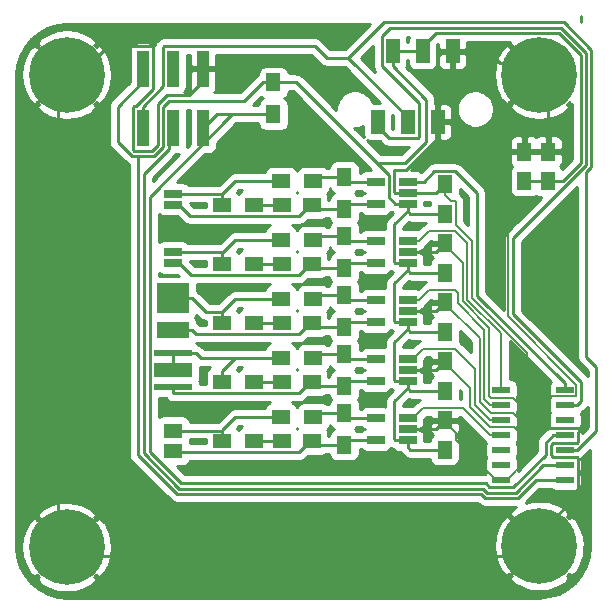
<source format=gbr>
G04 #@! TF.GenerationSoftware,KiCad,Pcbnew,(2017-11-09 revision 610ff7485)-makepkg*
G04 #@! TF.CreationDate,2017-11-15T00:13:43-05:00*
G04 #@! TF.ProjectId,photometric-leds,70686F746F6D65747269632D6C656473,rev?*
G04 #@! TF.SameCoordinates,Original*
G04 #@! TF.FileFunction,Copper,L1,Top,Signal*
G04 #@! TF.FilePolarity,Positive*
%FSLAX46Y46*%
G04 Gerber Fmt 4.6, Leading zero omitted, Abs format (unit mm)*
G04 Created by KiCad (PCBNEW (2017-11-09 revision 610ff7485)-makepkg) date Wed Nov 15 00:13:43 2017*
%MOMM*%
%LPD*%
G01*
G04 APERTURE LIST*
%ADD10R,1.500000X0.600000*%
%ADD11R,1.250000X1.500000*%
%ADD12R,1.500000X1.250000*%
%ADD13R,1.600000X1.250000*%
%ADD14R,3.300000X0.500000*%
%ADD15R,3.300000X1.300000*%
%ADD16R,2.700000X2.500000*%
%ADD17R,2.700000X1.400000*%
%ADD18R,1.600000X0.650000*%
%ADD19R,1.000000X3.150000*%
%ADD20R,1.300000X1.500000*%
%ADD21R,1.500000X1.300000*%
%ADD22R,1.560000X0.650000*%
%ADD23C,6.400000*%
%ADD24C,0.800000*%
%ADD25R,1.200000X2.000000*%
%ADD26C,0.250000*%
%ADD27C,0.200000*%
%ADD28C,0.254000*%
G04 APERTURE END LIST*
D10*
X156800000Y-104310000D03*
X156800000Y-103040000D03*
X156800000Y-101770000D03*
X156800000Y-100500000D03*
X156800000Y-99230000D03*
X156800000Y-97960000D03*
X156800000Y-96690000D03*
X162200000Y-96690000D03*
X162200000Y-97960000D03*
X162200000Y-99230000D03*
X162200000Y-100500000D03*
X162200000Y-101770000D03*
X162200000Y-103040000D03*
X162200000Y-104310000D03*
D11*
X160750000Y-79000000D03*
X160750000Y-76500000D03*
X158750000Y-76500000D03*
X158750000Y-79000000D03*
X152000000Y-101750000D03*
X152000000Y-99250000D03*
X152000000Y-96750000D03*
X152000000Y-94250000D03*
X152000000Y-89250000D03*
X152000000Y-91750000D03*
X152000000Y-86750000D03*
X152000000Y-84250000D03*
X152000000Y-79250000D03*
X152000000Y-81750000D03*
D12*
X138250000Y-101000000D03*
X140750000Y-101000000D03*
X140750000Y-96000000D03*
X138250000Y-96000000D03*
X138250000Y-91000000D03*
X140750000Y-91000000D03*
X140750000Y-86000000D03*
X138250000Y-86000000D03*
X138250000Y-81000000D03*
X140750000Y-81000000D03*
D13*
X129000000Y-101880000D03*
X129000000Y-100120000D03*
D14*
X129000000Y-93550000D03*
X129000000Y-96450000D03*
D15*
X129000000Y-95000000D03*
D16*
X129000000Y-88900000D03*
D17*
X129000000Y-91600000D03*
D18*
X129000000Y-85000000D03*
X129000000Y-85940000D03*
X129000000Y-81000000D03*
X129000000Y-80060000D03*
D19*
X131540000Y-69475000D03*
X131540000Y-74525000D03*
X129000000Y-69475000D03*
X129000000Y-74525000D03*
X126460000Y-69475000D03*
X126460000Y-74525000D03*
D20*
X137500000Y-73350000D03*
X137500000Y-70650000D03*
X143500000Y-101350000D03*
X143500000Y-98650000D03*
D21*
X138150000Y-99000000D03*
X140850000Y-99000000D03*
D20*
X143500000Y-96350000D03*
X143500000Y-93650000D03*
D21*
X138150000Y-94000000D03*
X140850000Y-94000000D03*
D20*
X143500000Y-91350000D03*
X143500000Y-88650000D03*
D21*
X138150000Y-89000000D03*
X140850000Y-89000000D03*
D20*
X143500000Y-83650000D03*
X143500000Y-86350000D03*
D21*
X140850000Y-84000000D03*
X138150000Y-84000000D03*
D20*
X143500000Y-78650000D03*
X143500000Y-81350000D03*
D21*
X140850000Y-79000000D03*
X138150000Y-79000000D03*
X135850000Y-101000000D03*
X133150000Y-101000000D03*
X133150000Y-96000000D03*
X135850000Y-96000000D03*
X135850000Y-91000000D03*
X133150000Y-91000000D03*
X135850000Y-86000000D03*
X133150000Y-86000000D03*
X133150000Y-81000000D03*
X135850000Y-81000000D03*
D22*
X146150000Y-100950000D03*
X146150000Y-99050000D03*
X148850000Y-99050000D03*
X148850000Y-100000000D03*
X148850000Y-100950000D03*
X146150000Y-95950000D03*
X146150000Y-94050000D03*
X148850000Y-94050000D03*
X148850000Y-95000000D03*
X148850000Y-95950000D03*
X148850000Y-90950000D03*
X148850000Y-90000000D03*
X148850000Y-89050000D03*
X146150000Y-89050000D03*
X146150000Y-90950000D03*
X146150000Y-85950000D03*
X146150000Y-84050000D03*
X148850000Y-84050000D03*
X148850000Y-85000000D03*
X148850000Y-85950000D03*
X148850000Y-80950000D03*
X148850000Y-80000000D03*
X148850000Y-79050000D03*
X146150000Y-79050000D03*
X146150000Y-80950000D03*
D23*
X120000000Y-70000000D03*
D24*
X122400000Y-70000000D03*
X121697056Y-71697056D03*
X120000000Y-72400000D03*
X118302944Y-71697056D03*
X117600000Y-70000000D03*
X118302944Y-68302944D03*
X120000000Y-67600000D03*
X121697056Y-68302944D03*
X161697056Y-68302944D03*
X160000000Y-67600000D03*
X158302944Y-68302944D03*
X157600000Y-70000000D03*
X158302944Y-71697056D03*
X160000000Y-72400000D03*
X161697056Y-71697056D03*
X162400000Y-70000000D03*
D23*
X160000000Y-70000000D03*
X120000000Y-110000000D03*
D24*
X122400000Y-110000000D03*
X121697056Y-111697056D03*
X120000000Y-112400000D03*
X118302944Y-111697056D03*
X117600000Y-110000000D03*
X118302944Y-108302944D03*
X120000000Y-107600000D03*
X121697056Y-108302944D03*
X161697056Y-108202944D03*
X160000000Y-107500000D03*
X158302944Y-108202944D03*
X157600000Y-109900000D03*
X158302944Y-111597056D03*
X160000000Y-112300000D03*
X161697056Y-111597056D03*
X162400000Y-109900000D03*
D23*
X160000000Y-109900000D03*
D25*
X152680000Y-68000000D03*
X150140000Y-68000000D03*
X147600000Y-68000000D03*
X151410000Y-74000000D03*
X148870000Y-74000000D03*
X146330000Y-74000000D03*
D26*
X163500000Y-65500000D02*
X163500000Y-65000000D01*
X163525001Y-77474999D02*
X162000000Y-79000000D01*
X162000000Y-79000000D02*
X160750000Y-79000000D01*
X150140000Y-68000000D02*
X150140000Y-67600000D01*
X150140000Y-67600000D02*
X151265001Y-66474999D01*
X151265001Y-66474999D02*
X161692001Y-66474999D01*
X161692001Y-66474999D02*
X163525001Y-68307999D01*
X163525001Y-68307999D02*
X163525001Y-77474999D01*
X126000000Y-76875012D02*
X127406402Y-76875010D01*
X125513599Y-76875012D02*
X126000000Y-76875012D01*
X126000000Y-102162824D02*
X126000000Y-76875012D01*
X155082176Y-105500000D02*
X129337174Y-105499998D01*
X129337174Y-105499998D02*
X126000000Y-102162824D01*
X155417199Y-105835023D02*
X155082176Y-105500000D01*
X159707824Y-104310000D02*
X158182801Y-105835023D01*
X162200000Y-104310000D02*
X159707824Y-104310000D01*
X158182801Y-105835023D02*
X155417199Y-105835023D01*
X128174998Y-76106414D02*
X128174999Y-72689999D01*
X124299989Y-72710011D02*
X124299989Y-75661402D01*
X124299989Y-75661402D02*
X125513599Y-76875012D01*
X127406402Y-76875010D02*
X128174998Y-76106414D01*
X128614998Y-72250000D02*
X135000000Y-72250000D01*
X128174999Y-72689999D02*
X128614998Y-72250000D01*
X126460000Y-70550000D02*
X124299989Y-72710011D01*
X126460000Y-69475000D02*
X126460000Y-70550000D01*
X136600000Y-70650000D02*
X137500000Y-70650000D01*
X135000000Y-72250000D02*
X136600000Y-70650000D01*
X148636411Y-77500000D02*
X150450011Y-75686400D01*
X146290002Y-77500000D02*
X148636411Y-77500000D01*
X150450011Y-72100011D02*
X147600000Y-69250000D01*
X150450011Y-75686400D02*
X150450011Y-72100011D01*
X147600000Y-69250000D02*
X147600000Y-68000000D01*
X147255001Y-78464999D02*
X146290002Y-77500000D01*
X146290002Y-77500000D02*
X139440002Y-70650000D01*
X150140000Y-68000000D02*
X147600000Y-68000000D01*
X147820000Y-80950000D02*
X147255001Y-80385001D01*
X147255001Y-80385001D02*
X147255001Y-78464999D01*
X148850000Y-80950000D02*
X147820000Y-80950000D01*
X139440002Y-70650000D02*
X138400000Y-70650000D01*
X138400000Y-70650000D02*
X137500000Y-70650000D01*
X126460000Y-68400000D02*
X126460000Y-69475000D01*
X160750000Y-79000000D02*
X160750000Y-79125000D01*
X158750000Y-79000000D02*
X160750000Y-79000000D01*
X148850000Y-85950000D02*
X147820000Y-85950000D01*
X147744999Y-85874999D02*
X147744999Y-82630001D01*
X147820000Y-85950000D02*
X147744999Y-85874999D01*
X147744999Y-82630001D02*
X148850000Y-81525000D01*
X148850000Y-81525000D02*
X148850000Y-80950000D01*
X148850000Y-90950000D02*
X147820000Y-90950000D01*
X147820000Y-90950000D02*
X147744999Y-90874999D01*
X147744999Y-90874999D02*
X147744999Y-87630001D01*
X147744999Y-87630001D02*
X148850000Y-86525000D01*
X148850000Y-86525000D02*
X148850000Y-85950000D01*
X148850000Y-95950000D02*
X147820000Y-95950000D01*
X147820000Y-95950000D02*
X147744999Y-95874999D01*
X147744999Y-92630001D02*
X148850000Y-91525000D01*
X147744999Y-95874999D02*
X147744999Y-92630001D01*
X148850000Y-91525000D02*
X148850000Y-90950000D01*
X148850000Y-100950000D02*
X147820000Y-100950000D01*
X147820000Y-100950000D02*
X147744999Y-100874999D01*
X147744999Y-100874999D02*
X147744999Y-97630001D01*
X147744999Y-97630001D02*
X148850000Y-96525000D01*
X148850000Y-96525000D02*
X148850000Y-95950000D01*
X152000000Y-81750000D02*
X149075000Y-81750000D01*
X149075000Y-81750000D02*
X148850000Y-81525000D01*
X152000000Y-86750000D02*
X149075000Y-86750000D01*
X149075000Y-86750000D02*
X148850000Y-86525000D01*
X152000000Y-91750000D02*
X149075000Y-91750000D01*
X149075000Y-91750000D02*
X148850000Y-91525000D01*
X152000000Y-96750000D02*
X149075000Y-96750000D01*
X149075000Y-96750000D02*
X148850000Y-96525000D01*
X152000000Y-101750000D02*
X149075000Y-101750000D01*
X148850000Y-101525000D02*
X148850000Y-100950000D01*
X149075000Y-101750000D02*
X148850000Y-101525000D01*
X161000000Y-101334998D02*
X161000000Y-102205002D01*
X160000000Y-108826998D02*
X160000000Y-109900000D01*
X161000000Y-102205002D02*
X161189999Y-102395001D01*
X161189999Y-102395001D02*
X163190003Y-102395001D01*
X163190003Y-102395001D02*
X163275001Y-102479999D01*
X163275001Y-102479999D02*
X163275001Y-105551997D01*
X163275001Y-105551997D02*
X160000000Y-108826998D01*
X163275001Y-100224999D02*
X163275001Y-101060001D01*
X163625001Y-99874999D02*
X163275001Y-100224999D01*
X163275001Y-101060001D02*
X163190003Y-101144999D01*
X163190003Y-101144999D02*
X161189999Y-101144999D01*
X161189999Y-101144999D02*
X161000000Y-101334998D01*
D27*
X159000000Y-100500000D02*
X159000000Y-101000000D01*
X159000000Y-99839998D02*
X159000000Y-100500000D01*
D26*
X159000000Y-100500000D02*
X159625001Y-99874999D01*
X159625001Y-99874999D02*
X163625001Y-99874999D01*
X147705011Y-78067811D02*
X148705011Y-78067811D01*
X148705011Y-78067811D02*
X151410000Y-75362822D01*
X155673002Y-68000000D02*
X156700947Y-69027945D01*
X159027945Y-69027945D02*
X160000000Y-70000000D01*
X156700947Y-69027945D02*
X159027945Y-69027945D01*
D27*
X160750000Y-76500000D02*
X157398944Y-76500000D01*
X163110001Y-97190001D02*
X160379997Y-97190001D01*
X160379997Y-97190001D02*
X159000000Y-98569998D01*
X163150001Y-97150001D02*
X163110001Y-97190001D01*
X157374989Y-90454987D02*
X163150001Y-96229999D01*
X157374989Y-76523955D02*
X157374989Y-90454987D01*
X163150001Y-96229999D02*
X163150001Y-97150001D01*
X157398944Y-76500000D02*
X157374989Y-76523955D01*
D26*
X152680000Y-68000000D02*
X155673002Y-68000000D01*
X158673002Y-70000000D02*
X160000000Y-70000000D01*
X147705011Y-78067811D02*
X147705011Y-79885011D01*
X147705011Y-79885011D02*
X147820000Y-80000000D01*
X147820000Y-80000000D02*
X148850000Y-80000000D01*
X151410000Y-74000000D02*
X151410000Y-75362822D01*
X151410000Y-74000000D02*
X151410000Y-68420000D01*
X151410000Y-68420000D02*
X151830000Y-68000000D01*
X151830000Y-68000000D02*
X152680000Y-68000000D01*
X128478587Y-71750000D02*
X130340000Y-71750000D01*
X131540000Y-70550000D02*
X131540000Y-69475000D01*
X130340000Y-71750000D02*
X131540000Y-70550000D01*
X125634999Y-76360001D02*
X125699999Y-76425001D01*
X125699999Y-72624999D02*
X125634999Y-72689999D01*
X127724988Y-75920014D02*
X127724988Y-72503599D01*
X120000000Y-70000000D02*
X121073002Y-70000000D01*
X127220001Y-76425001D02*
X127724988Y-75920014D01*
X121073002Y-70000000D02*
X123498003Y-67574999D01*
X123498003Y-67574999D02*
X127220001Y-67574999D01*
X127220001Y-67574999D02*
X127285001Y-67639999D01*
X125634999Y-72689999D02*
X125634999Y-76360001D01*
X127285001Y-67639999D02*
X127285001Y-71214999D01*
X127285001Y-71214999D02*
X125875001Y-72624999D01*
X127724988Y-72503599D02*
X128478587Y-71750000D01*
X125875001Y-72624999D02*
X125699999Y-72624999D01*
X125699999Y-76425001D02*
X127220001Y-76425001D01*
X160750000Y-76500000D02*
X160750000Y-70750000D01*
X160750000Y-70750000D02*
X160000000Y-70000000D01*
D27*
X152865001Y-80699999D02*
X152925001Y-80759999D01*
X153524967Y-89197423D02*
X155750000Y-91422456D01*
X152000000Y-84250000D02*
X152000000Y-84375000D01*
X152499999Y-80699999D02*
X152865001Y-80699999D01*
X153524967Y-85899967D02*
X153524967Y-89197423D01*
X152925001Y-82694301D02*
X154324988Y-84094288D01*
X155879997Y-97359999D02*
X157790001Y-97359999D01*
X157790001Y-97359999D02*
X159000000Y-98569998D01*
X159000000Y-93541056D02*
X159000000Y-98569998D01*
X155750000Y-97230002D02*
X155879997Y-97359999D01*
X152000000Y-79250000D02*
X152000000Y-80200000D01*
X154324988Y-84094288D02*
X154324988Y-88866044D01*
X152000000Y-80200000D02*
X152499999Y-80699999D01*
X152925001Y-80759999D02*
X152925001Y-82694301D01*
X152000000Y-84375000D02*
X153524967Y-85899967D01*
X154324988Y-88866044D02*
X159000000Y-93541056D01*
X155750000Y-91422456D02*
X155750000Y-97230002D01*
D26*
X120000000Y-110000000D02*
X120725001Y-110725001D01*
X120725001Y-110725001D02*
X159174999Y-110725001D01*
X159174999Y-110725001D02*
X160000000Y-109900000D01*
X120000000Y-70000000D02*
X119274999Y-70725001D01*
X119274999Y-70725001D02*
X119274999Y-109274999D01*
X119274999Y-109274999D02*
X120000000Y-110000000D01*
D27*
X159000000Y-98569998D02*
X159000000Y-99839998D01*
X154149956Y-98169958D02*
X155809999Y-99830001D01*
X152000000Y-94375000D02*
X154149956Y-96524956D01*
X157830001Y-99830001D02*
X159000000Y-101000000D01*
X154949978Y-92324978D02*
X154949978Y-97699978D01*
X152000000Y-89375000D02*
X154949978Y-92324978D01*
X152000000Y-89250000D02*
X152000000Y-89375000D01*
X157790001Y-98629999D02*
X159000000Y-99839998D01*
X154149956Y-96524956D02*
X154149956Y-98169958D01*
X155809999Y-99830001D02*
X157830001Y-99830001D01*
X155879999Y-98629999D02*
X157790001Y-98629999D01*
X152000000Y-94250000D02*
X152000000Y-94375000D01*
X154949978Y-97699978D02*
X155879999Y-98629999D01*
X159000000Y-101000000D02*
X159000000Y-102560000D01*
X159000000Y-102560000D02*
X157250000Y-104310000D01*
X157250000Y-104310000D02*
X156800000Y-104310000D01*
X152000000Y-99250000D02*
X152000000Y-99375000D01*
X152000000Y-99375000D02*
X152925001Y-100300001D01*
X152925001Y-100300001D02*
X152925001Y-100885001D01*
X152925001Y-100885001D02*
X156350000Y-104310000D01*
X156350000Y-104310000D02*
X156800000Y-104310000D01*
D26*
X160850000Y-76400000D02*
X160750000Y-76500000D01*
X160750000Y-76500000D02*
X158750000Y-76500000D01*
X152000000Y-99125000D02*
X152000000Y-99250000D01*
X148850000Y-80000000D02*
X151250000Y-80000000D01*
X151250000Y-80000000D02*
X152000000Y-79250000D01*
X148850000Y-85000000D02*
X151250000Y-85000000D01*
X151250000Y-85000000D02*
X152000000Y-84250000D01*
X148850000Y-90000000D02*
X151250000Y-90000000D01*
X151250000Y-90000000D02*
X152000000Y-89250000D01*
X148850000Y-95000000D02*
X151250000Y-95000000D01*
X151250000Y-95000000D02*
X152000000Y-94250000D01*
X148850000Y-100000000D02*
X151250000Y-100000000D01*
X151250000Y-100000000D02*
X152000000Y-99250000D01*
X138250000Y-101000000D02*
X135850000Y-101000000D01*
X129000000Y-101880000D02*
X129175000Y-101880000D01*
X129175000Y-101880000D02*
X129270001Y-101975001D01*
X139649999Y-101975001D02*
X140625000Y-101000000D01*
X129270001Y-101975001D02*
X139649999Y-101975001D01*
X140625000Y-101000000D02*
X140750000Y-101000000D01*
X143500000Y-101350000D02*
X141100000Y-101350000D01*
X141100000Y-101350000D02*
X140750000Y-101000000D01*
X146150000Y-100950000D02*
X143900000Y-100950000D01*
X143900000Y-100950000D02*
X143500000Y-101350000D01*
X129000000Y-96450000D02*
X129000000Y-96950000D01*
X129000000Y-96950000D02*
X129025001Y-96975001D01*
X139649999Y-96975001D02*
X140625000Y-96000000D01*
X129025001Y-96975001D02*
X139649999Y-96975001D01*
X140625000Y-96000000D02*
X140750000Y-96000000D01*
X143500000Y-96350000D02*
X141100000Y-96350000D01*
X141100000Y-96350000D02*
X140750000Y-96000000D01*
X146150000Y-95950000D02*
X143900000Y-95950000D01*
X143900000Y-95950000D02*
X143500000Y-96350000D01*
X138250000Y-96000000D02*
X135850000Y-96000000D01*
X138250000Y-91000000D02*
X135850000Y-91000000D01*
X129000000Y-91600000D02*
X130600000Y-91600000D01*
X130600000Y-91600000D02*
X130975001Y-91975001D01*
X130975001Y-91975001D02*
X139649999Y-91975001D01*
X139649999Y-91975001D02*
X140625000Y-91000000D01*
X140625000Y-91000000D02*
X140750000Y-91000000D01*
X143500000Y-91350000D02*
X141100000Y-91350000D01*
X141100000Y-91350000D02*
X140750000Y-91000000D01*
X146150000Y-90950000D02*
X143900000Y-90950000D01*
X143900000Y-90950000D02*
X143500000Y-91350000D01*
X129000000Y-85940000D02*
X129475000Y-85940000D01*
X129475000Y-85940000D02*
X130510001Y-86975001D01*
X130510001Y-86975001D02*
X139649999Y-86975001D01*
X139649999Y-86975001D02*
X140625000Y-86000000D01*
X140625000Y-86000000D02*
X140750000Y-86000000D01*
X143500000Y-86350000D02*
X141100000Y-86350000D01*
X141100000Y-86350000D02*
X140750000Y-86000000D01*
X146150000Y-85950000D02*
X143900000Y-85950000D01*
X143900000Y-85950000D02*
X143500000Y-86350000D01*
X138250000Y-86000000D02*
X135850000Y-86000000D01*
X138250000Y-81000000D02*
X135850000Y-81000000D01*
X129000000Y-81000000D02*
X129475000Y-81000000D01*
X129475000Y-81000000D02*
X130450001Y-81975001D01*
X139649999Y-81975001D02*
X140625000Y-81000000D01*
X140625000Y-81000000D02*
X140750000Y-81000000D01*
X130450001Y-81975001D02*
X139649999Y-81975001D01*
X143500000Y-81350000D02*
X141100000Y-81350000D01*
X141100000Y-81350000D02*
X140750000Y-81000000D01*
X146150000Y-80950000D02*
X143900000Y-80950000D01*
X143900000Y-80950000D02*
X143500000Y-81350000D01*
X129000000Y-100120000D02*
X133130000Y-100120000D01*
X133130000Y-100120000D02*
X133150000Y-100100000D01*
X138150000Y-99000000D02*
X134250000Y-99000000D01*
X133150000Y-100100000D02*
X133150000Y-101000000D01*
X134250000Y-99000000D02*
X133150000Y-100100000D01*
X129000000Y-95000000D02*
X129000000Y-93550000D01*
X129000000Y-93550000D02*
X130900000Y-93550000D01*
X130900000Y-93550000D02*
X131350000Y-94000000D01*
X131350000Y-94000000D02*
X134250000Y-94000000D01*
X138150000Y-94000000D02*
X134250000Y-94000000D01*
X134250000Y-94000000D02*
X133150000Y-95100000D01*
X133150000Y-95100000D02*
X133150000Y-96000000D01*
X129000000Y-88900000D02*
X130600000Y-88900000D01*
X130600000Y-88900000D02*
X131800000Y-90100000D01*
X131800000Y-90100000D02*
X133150000Y-90100000D01*
X138150000Y-89000000D02*
X134250000Y-89000000D01*
X134250000Y-89000000D02*
X133150000Y-90100000D01*
X133150000Y-90100000D02*
X133150000Y-91000000D01*
X129000000Y-85000000D02*
X133050000Y-85000000D01*
X133050000Y-85000000D02*
X133150000Y-85100000D01*
X138150000Y-84000000D02*
X134250000Y-84000000D01*
X133150000Y-85100000D02*
X133150000Y-86000000D01*
X134250000Y-84000000D02*
X133150000Y-85100000D01*
X129000000Y-80060000D02*
X133110000Y-80060000D01*
X133110000Y-80060000D02*
X133150000Y-80100000D01*
X138150000Y-79000000D02*
X134250000Y-79000000D01*
X134250000Y-79000000D02*
X133150000Y-80100000D01*
X133150000Y-80100000D02*
X133150000Y-81000000D01*
X129709975Y-104599977D02*
X155454975Y-104599977D01*
X160549989Y-102195013D02*
X160549989Y-101148598D01*
X161198587Y-100500000D02*
X161200000Y-100500000D01*
X160549989Y-101148598D02*
X161198587Y-100500000D01*
X157810001Y-104935001D02*
X160549989Y-102195013D01*
X137500000Y-73350000D02*
X133999998Y-73350000D01*
X161200000Y-100500000D02*
X162200000Y-100500000D01*
X155454975Y-104599977D02*
X155789999Y-104935001D01*
X155789999Y-104935001D02*
X157810001Y-104935001D01*
X127024999Y-101915001D02*
X129709975Y-104599977D01*
X127024999Y-80324999D02*
X127024999Y-101915001D01*
X133999998Y-73350000D02*
X127024999Y-80324999D01*
X137500000Y-73350000D02*
X132715000Y-73350000D01*
X132715000Y-73350000D02*
X131540000Y-74525000D01*
X126500000Y-78417823D02*
X128625008Y-76292813D01*
X155268576Y-105049988D02*
X129523575Y-105049987D01*
X157996401Y-105385012D02*
X155603600Y-105385012D01*
X128625008Y-76292813D02*
X128625009Y-74899991D01*
X162200000Y-103040000D02*
X160341413Y-103040000D01*
X128625009Y-74899991D02*
X129000000Y-74525000D01*
X155603600Y-105385012D02*
X155268576Y-105049988D01*
X129523575Y-105049987D02*
X126500000Y-102026413D01*
X160341413Y-103040000D02*
X157996401Y-105385012D01*
X126500000Y-102026413D02*
X126500000Y-78417823D01*
X164850020Y-94748964D02*
X164000000Y-93898944D01*
X162200000Y-101770000D02*
X163201413Y-101770000D01*
X164425023Y-67935199D02*
X162064806Y-65574982D01*
X162064806Y-65574982D02*
X146845016Y-65574982D01*
X164425023Y-77847799D02*
X164425023Y-67935199D01*
X164000000Y-78272821D02*
X164425023Y-77847799D01*
X164000000Y-93898944D02*
X164000000Y-78272821D01*
X146845016Y-65574982D02*
X143844999Y-68574999D01*
X164850020Y-100121393D02*
X164850020Y-94748964D01*
X163201413Y-101770000D02*
X164850020Y-100121393D01*
X143844999Y-68574999D02*
X142000000Y-68574999D01*
X142000000Y-68574999D02*
X141000000Y-67574999D01*
X143844999Y-68574999D02*
X148870000Y-73600000D01*
X148870000Y-73600000D02*
X148870000Y-74000000D01*
X128239999Y-67574999D02*
X141000000Y-67574999D01*
X126460000Y-74525000D02*
X126460000Y-72700000D01*
X126460000Y-72700000D02*
X128174999Y-70985001D01*
X128174999Y-70985001D02*
X128174999Y-67639999D01*
X128174999Y-67639999D02*
X128239999Y-67574999D01*
X163500000Y-97660000D02*
X163200000Y-97960000D01*
X163975012Y-68121599D02*
X163975012Y-77661399D01*
X157800000Y-83836411D02*
X157800000Y-90278942D01*
X163575011Y-97326047D02*
X163500000Y-97401058D01*
X157800000Y-90278942D02*
X163575012Y-96053954D01*
X163575012Y-96053954D02*
X163575011Y-97326047D01*
X163200000Y-97960000D02*
X162200000Y-97960000D01*
X163500000Y-97401058D02*
X163500000Y-97660000D01*
X161878401Y-66024988D02*
X163975012Y-68121599D01*
X147390010Y-66024988D02*
X161878401Y-66024988D01*
X163975012Y-77661399D02*
X157800000Y-83836411D01*
X146674999Y-66739999D02*
X147390010Y-66024988D01*
X146674999Y-66739999D02*
X146739999Y-66674999D01*
X146674999Y-69260001D02*
X146674999Y-66739999D01*
X149795001Y-72380003D02*
X146674999Y-69260001D01*
X146330000Y-74400000D02*
X147255001Y-75325001D01*
X146330000Y-74000000D02*
X146330000Y-74400000D01*
X149795001Y-75260001D02*
X149795001Y-72380003D01*
X147255001Y-75325001D02*
X149730001Y-75325001D01*
X149730001Y-75325001D02*
X149795001Y-75260001D01*
X143500000Y-98650000D02*
X141200000Y-98650000D01*
X141200000Y-98650000D02*
X140850000Y-99000000D01*
X146150000Y-99050000D02*
X143900000Y-99050000D01*
X143900000Y-99050000D02*
X143500000Y-98650000D01*
X143500000Y-93650000D02*
X141200000Y-93650000D01*
X141200000Y-93650000D02*
X140850000Y-94000000D01*
X146150000Y-94050000D02*
X143900000Y-94050000D01*
X143900000Y-94050000D02*
X143500000Y-93650000D01*
X143500000Y-88650000D02*
X141200000Y-88650000D01*
X141200000Y-88650000D02*
X140850000Y-89000000D01*
X146150000Y-89050000D02*
X143900000Y-89050000D01*
X143900000Y-89050000D02*
X143500000Y-88650000D01*
X143500000Y-83650000D02*
X141200000Y-83650000D01*
X141200000Y-83650000D02*
X140850000Y-84000000D01*
X146150000Y-84050000D02*
X143900000Y-84050000D01*
X143900000Y-84050000D02*
X143500000Y-83650000D01*
X143500000Y-78650000D02*
X141200000Y-78650000D01*
X141200000Y-78650000D02*
X140850000Y-79000000D01*
X146150000Y-79050000D02*
X143900000Y-79050000D01*
X143900000Y-79050000D02*
X143500000Y-78650000D01*
D27*
X148850000Y-99050000D02*
X149305000Y-99050000D01*
X155850000Y-100500000D02*
X156800000Y-100500000D01*
X150155001Y-98199999D02*
X153549999Y-98199999D01*
X153549999Y-98199999D02*
X155850000Y-100500000D01*
X149305000Y-99050000D02*
X150155001Y-98199999D01*
X150155001Y-93199999D02*
X152865001Y-93199999D01*
X152865001Y-93199999D02*
X154549967Y-94884965D01*
X155850000Y-99230000D02*
X156800000Y-99230000D01*
X154549967Y-94884965D02*
X154549967Y-97929967D01*
X149305000Y-94050000D02*
X150155001Y-93199999D01*
X154549967Y-97929967D02*
X155850000Y-99230000D01*
X148850000Y-94050000D02*
X149305000Y-94050000D01*
X152865001Y-88199999D02*
X153124956Y-88459954D01*
X153124956Y-88459954D02*
X153124956Y-89363112D01*
X155349989Y-97459989D02*
X155850000Y-97960000D01*
X153124956Y-89363112D02*
X155349989Y-91588145D01*
X149830000Y-89050000D02*
X150680001Y-88199999D01*
X150680001Y-88199999D02*
X152865001Y-88199999D01*
X148850000Y-89050000D02*
X149830000Y-89050000D01*
X155349989Y-91588145D02*
X155349989Y-97459989D01*
X155850000Y-97960000D02*
X156800000Y-97960000D01*
X148850000Y-84050000D02*
X149830000Y-84050000D01*
X150680001Y-83199999D02*
X152865000Y-83199999D01*
X153924978Y-84259977D02*
X153924978Y-89031734D01*
X149830000Y-84050000D02*
X150680001Y-83199999D01*
X153924978Y-89031734D02*
X156800000Y-91906756D01*
X156800000Y-96190000D02*
X156800000Y-96690000D01*
X152865000Y-83199999D02*
X153924978Y-84259977D01*
X156800000Y-91906756D02*
X156800000Y-96190000D01*
D26*
X152885001Y-78174999D02*
X151114999Y-78174999D01*
X162200000Y-96690000D02*
X162200000Y-96140000D01*
X149880000Y-79050000D02*
X148850000Y-79050000D01*
X154749998Y-80039996D02*
X152885001Y-78174999D01*
X162200000Y-96140000D02*
X154749998Y-88689998D01*
X154749998Y-88689998D02*
X154749998Y-80039996D01*
X151114999Y-78174999D02*
X150239998Y-79050000D01*
X150239998Y-79050000D02*
X149880000Y-79050000D01*
D28*
G36*
X143530197Y-67814999D02*
X142314802Y-67814999D01*
X141537401Y-67037598D01*
X141483145Y-66993031D01*
X141429375Y-66947913D01*
X141425874Y-66945988D01*
X141422785Y-66943451D01*
X141360933Y-66910286D01*
X141299396Y-66876456D01*
X141295584Y-66875247D01*
X141292065Y-66873360D01*
X141224969Y-66852847D01*
X141158013Y-66831607D01*
X141154041Y-66831161D01*
X141150219Y-66829993D01*
X141080351Y-66822896D01*
X141010611Y-66815073D01*
X141002806Y-66815019D01*
X141002653Y-66815003D01*
X141002510Y-66815017D01*
X141000000Y-66814999D01*
X128239999Y-66814999D01*
X128170118Y-66821851D01*
X128100196Y-66827968D01*
X128096358Y-66829083D01*
X128092381Y-66829473D01*
X128025211Y-66849753D01*
X127957760Y-66869349D01*
X127954209Y-66871190D01*
X127950386Y-66872344D01*
X127888425Y-66905289D01*
X127826074Y-66937609D01*
X127822951Y-66940102D01*
X127819421Y-66941979D01*
X127765012Y-66986354D01*
X127710153Y-67030147D01*
X127704593Y-67035630D01*
X127704477Y-67035725D01*
X127704388Y-67035833D01*
X127702598Y-67037598D01*
X127637598Y-67102598D01*
X127593031Y-67156854D01*
X127547913Y-67210624D01*
X127545988Y-67214125D01*
X127543451Y-67217214D01*
X127510286Y-67279066D01*
X127476456Y-67340603D01*
X127475247Y-67344415D01*
X127473360Y-67347934D01*
X127452847Y-67415030D01*
X127433503Y-67476009D01*
X127411185Y-67448815D01*
X127314494Y-67369463D01*
X127204180Y-67310498D01*
X127084482Y-67274188D01*
X126960000Y-67261928D01*
X125960000Y-67261928D01*
X125835518Y-67274188D01*
X125715820Y-67310498D01*
X125605506Y-67369463D01*
X125508815Y-67448815D01*
X125429463Y-67545506D01*
X125370498Y-67655820D01*
X125334188Y-67775518D01*
X125321928Y-67900000D01*
X125321928Y-70613270D01*
X123762588Y-72172610D01*
X123718021Y-72226866D01*
X123672903Y-72280636D01*
X123670978Y-72284137D01*
X123668441Y-72287226D01*
X123635276Y-72349078D01*
X123601446Y-72410615D01*
X123600237Y-72414427D01*
X123598350Y-72417946D01*
X123577837Y-72485042D01*
X123556597Y-72551998D01*
X123556151Y-72555970D01*
X123554983Y-72559792D01*
X123547886Y-72629660D01*
X123540063Y-72699400D01*
X123540009Y-72707205D01*
X123539993Y-72707358D01*
X123540007Y-72707501D01*
X123539989Y-72710011D01*
X123539989Y-75661402D01*
X123546840Y-75731279D01*
X123552958Y-75801205D01*
X123554073Y-75805043D01*
X123554463Y-75809020D01*
X123574753Y-75876223D01*
X123594340Y-75943642D01*
X123596179Y-75947190D01*
X123597334Y-75951015D01*
X123630288Y-76012993D01*
X123662599Y-76075327D01*
X123665092Y-76078450D01*
X123666969Y-76081980D01*
X123711344Y-76136389D01*
X123755137Y-76191248D01*
X123760620Y-76196808D01*
X123760715Y-76196924D01*
X123760823Y-76197013D01*
X123762588Y-76198803D01*
X124976198Y-77412413D01*
X125030454Y-77456980D01*
X125084224Y-77502098D01*
X125087725Y-77504023D01*
X125090814Y-77506560D01*
X125152701Y-77539744D01*
X125214203Y-77573555D01*
X125218011Y-77574763D01*
X125221534Y-77576652D01*
X125240000Y-77582298D01*
X125240000Y-102162824D01*
X125246851Y-102232701D01*
X125252969Y-102302627D01*
X125254084Y-102306465D01*
X125254474Y-102310442D01*
X125274764Y-102377645D01*
X125294351Y-102445064D01*
X125296190Y-102448612D01*
X125297345Y-102452437D01*
X125330299Y-102514415D01*
X125362610Y-102576749D01*
X125365103Y-102579872D01*
X125366980Y-102583402D01*
X125411355Y-102637811D01*
X125455148Y-102692670D01*
X125460631Y-102698230D01*
X125460726Y-102698346D01*
X125460834Y-102698435D01*
X125462599Y-102700225D01*
X128799773Y-106037399D01*
X128854029Y-106081966D01*
X128907799Y-106127084D01*
X128911300Y-106129009D01*
X128914389Y-106131546D01*
X128976276Y-106164730D01*
X129037778Y-106198541D01*
X129041586Y-106199749D01*
X129045109Y-106201638D01*
X129112251Y-106222165D01*
X129179161Y-106243390D01*
X129183133Y-106243836D01*
X129186955Y-106245004D01*
X129256823Y-106252101D01*
X129326563Y-106259924D01*
X129334368Y-106259978D01*
X129334521Y-106259994D01*
X129334664Y-106259980D01*
X129337174Y-106259998D01*
X154767374Y-106260000D01*
X154879798Y-106372424D01*
X154934054Y-106416991D01*
X154987824Y-106462109D01*
X154991325Y-106464034D01*
X154994414Y-106466571D01*
X155056266Y-106499736D01*
X155117803Y-106533566D01*
X155121615Y-106534775D01*
X155125134Y-106536662D01*
X155192230Y-106557175D01*
X155259186Y-106578415D01*
X155263158Y-106578861D01*
X155266980Y-106580029D01*
X155336804Y-106587121D01*
X155406588Y-106594949D01*
X155414403Y-106595004D01*
X155414546Y-106595018D01*
X155414679Y-106595005D01*
X155417199Y-106595023D01*
X158045396Y-106595023D01*
X157879330Y-106682445D01*
X157838912Y-106709452D01*
X157478724Y-107199119D01*
X157663819Y-107384214D01*
X157651271Y-107392426D01*
X157506252Y-107534440D01*
X157485355Y-107564960D01*
X157299119Y-107378724D01*
X156809452Y-107738912D01*
X156449151Y-108402882D01*
X156225306Y-109124385D01*
X156146520Y-109875695D01*
X156215822Y-110627938D01*
X156430548Y-111352208D01*
X156782445Y-112020670D01*
X156809452Y-112061088D01*
X157299119Y-112421276D01*
X157483760Y-112236635D01*
X157487897Y-112243055D01*
X157628894Y-112389062D01*
X157665265Y-112414340D01*
X157478724Y-112600881D01*
X157838912Y-113090548D01*
X158502882Y-113450849D01*
X159224385Y-113674694D01*
X159975695Y-113753480D01*
X160727938Y-113684178D01*
X161452208Y-113469452D01*
X162120670Y-113117555D01*
X162161088Y-113090548D01*
X162521276Y-112600881D01*
X162337128Y-112416733D01*
X162337349Y-112416593D01*
X162484337Y-112276619D01*
X162514072Y-112234467D01*
X162700881Y-112421276D01*
X163190548Y-112061088D01*
X163550849Y-111397118D01*
X163774694Y-110675615D01*
X163853480Y-109924305D01*
X163784178Y-109172062D01*
X163569452Y-108447792D01*
X163217555Y-107779330D01*
X163190548Y-107738912D01*
X162700881Y-107378724D01*
X162515368Y-107564237D01*
X162503004Y-107545628D01*
X162359982Y-107401604D01*
X162335383Y-107385012D01*
X162521276Y-107199119D01*
X162161088Y-106709452D01*
X161497118Y-106349151D01*
X160775615Y-106125306D01*
X160024305Y-106046520D01*
X159272062Y-106115822D01*
X158852380Y-106240246D01*
X160022626Y-105070000D01*
X161009556Y-105070000D01*
X161095506Y-105140537D01*
X161205820Y-105199502D01*
X161325518Y-105235812D01*
X161450000Y-105248072D01*
X162950000Y-105248072D01*
X163074482Y-105235812D01*
X163194180Y-105199502D01*
X163304494Y-105140537D01*
X163401185Y-105061185D01*
X163480537Y-104964494D01*
X163539502Y-104854180D01*
X163575812Y-104734482D01*
X163588072Y-104610000D01*
X163588072Y-104010000D01*
X163575812Y-103885518D01*
X163539502Y-103765820D01*
X163490957Y-103675000D01*
X163539502Y-103584180D01*
X163575812Y-103464482D01*
X163588072Y-103340000D01*
X163588072Y-102740000D01*
X163575812Y-102615518D01*
X163539502Y-102495820D01*
X163519132Y-102457711D01*
X163553004Y-102439701D01*
X163615338Y-102407390D01*
X163618461Y-102404897D01*
X163621991Y-102403020D01*
X163676400Y-102358645D01*
X163731259Y-102314852D01*
X163736819Y-102309369D01*
X163736935Y-102309274D01*
X163737024Y-102309166D01*
X163738814Y-102307401D01*
X164290000Y-101756215D01*
X164290000Y-109822006D01*
X164269581Y-109918071D01*
X164268508Y-109928277D01*
X164180317Y-110827722D01*
X163939929Y-111623923D01*
X163549474Y-112358263D01*
X163023820Y-113002780D01*
X162382988Y-113532922D01*
X161651388Y-113928497D01*
X160856890Y-114174435D01*
X159958078Y-114268904D01*
X159957137Y-114269097D01*
X159854719Y-114279501D01*
X159820379Y-114290000D01*
X120177994Y-114290000D01*
X120081929Y-114269581D01*
X120071723Y-114268508D01*
X119172278Y-114180317D01*
X118376077Y-113939929D01*
X117641737Y-113549474D01*
X116997220Y-113023820D01*
X116467078Y-112382988D01*
X116071503Y-111651388D01*
X115825565Y-110856890D01*
X115732948Y-109975695D01*
X116146520Y-109975695D01*
X116215822Y-110727938D01*
X116430548Y-111452208D01*
X116782445Y-112120670D01*
X116809452Y-112161088D01*
X117299119Y-112521276D01*
X117483760Y-112336635D01*
X117487897Y-112343055D01*
X117628894Y-112489062D01*
X117665265Y-112514340D01*
X117478724Y-112700881D01*
X117838912Y-113190548D01*
X118502882Y-113550849D01*
X119224385Y-113774694D01*
X119975695Y-113853480D01*
X120727938Y-113784178D01*
X121452208Y-113569452D01*
X122120670Y-113217555D01*
X122161088Y-113190548D01*
X122521276Y-112700881D01*
X122337128Y-112516733D01*
X122337349Y-112516593D01*
X122484337Y-112376619D01*
X122514072Y-112334467D01*
X122700881Y-112521276D01*
X123190548Y-112161088D01*
X123550849Y-111497118D01*
X123774694Y-110775615D01*
X123853480Y-110024305D01*
X123784178Y-109272062D01*
X123569452Y-108547792D01*
X123217555Y-107879330D01*
X123190548Y-107838912D01*
X122700881Y-107478724D01*
X122515368Y-107664237D01*
X122503004Y-107645628D01*
X122359982Y-107501604D01*
X122335383Y-107485012D01*
X122521276Y-107299119D01*
X122161088Y-106809452D01*
X121497118Y-106449151D01*
X120775615Y-106225306D01*
X120024305Y-106146520D01*
X119272062Y-106215822D01*
X118547792Y-106430548D01*
X117879330Y-106782445D01*
X117838912Y-106809452D01*
X117478724Y-107299119D01*
X117663819Y-107484214D01*
X117651271Y-107492426D01*
X117506252Y-107634440D01*
X117485355Y-107664960D01*
X117299119Y-107478724D01*
X116809452Y-107838912D01*
X116449151Y-108502882D01*
X116225306Y-109224385D01*
X116146520Y-109975695D01*
X115732948Y-109975695D01*
X115731096Y-109958078D01*
X115730903Y-109957137D01*
X115720499Y-109854719D01*
X115710000Y-109820379D01*
X115710000Y-70177994D01*
X115730419Y-70081929D01*
X115731492Y-70071723D01*
X115740907Y-69975695D01*
X116146520Y-69975695D01*
X116215822Y-70727938D01*
X116430548Y-71452208D01*
X116782445Y-72120670D01*
X116809452Y-72161088D01*
X117299119Y-72521276D01*
X117483760Y-72336635D01*
X117487897Y-72343055D01*
X117628894Y-72489062D01*
X117665265Y-72514340D01*
X117478724Y-72700881D01*
X117838912Y-73190548D01*
X118502882Y-73550849D01*
X119224385Y-73774694D01*
X119975695Y-73853480D01*
X120727938Y-73784178D01*
X121452208Y-73569452D01*
X122120670Y-73217555D01*
X122161088Y-73190548D01*
X122521276Y-72700881D01*
X122337128Y-72516733D01*
X122337349Y-72516593D01*
X122484337Y-72376619D01*
X122514072Y-72334467D01*
X122700881Y-72521276D01*
X123190548Y-72161088D01*
X123550849Y-71497118D01*
X123774694Y-70775615D01*
X123853480Y-70024305D01*
X123784178Y-69272062D01*
X123569452Y-68547792D01*
X123217555Y-67879330D01*
X123190548Y-67838912D01*
X122700881Y-67478724D01*
X122515368Y-67664237D01*
X122503004Y-67645628D01*
X122359982Y-67501604D01*
X122335383Y-67485012D01*
X122521276Y-67299119D01*
X122161088Y-66809452D01*
X121497118Y-66449151D01*
X120775615Y-66225306D01*
X120024305Y-66146520D01*
X119272062Y-66215822D01*
X118547792Y-66430548D01*
X117879330Y-66782445D01*
X117838912Y-66809452D01*
X117478724Y-67299119D01*
X117663819Y-67484214D01*
X117651271Y-67492426D01*
X117506252Y-67634440D01*
X117485355Y-67664960D01*
X117299119Y-67478724D01*
X116809452Y-67838912D01*
X116449151Y-68502882D01*
X116225306Y-69224385D01*
X116146520Y-69975695D01*
X115740907Y-69975695D01*
X115819683Y-69172278D01*
X116060071Y-68376075D01*
X116450527Y-67641734D01*
X116976182Y-66997219D01*
X117617012Y-66467078D01*
X118348610Y-66071504D01*
X119143112Y-65825565D01*
X120041923Y-65731096D01*
X120042865Y-65730903D01*
X120145281Y-65720499D01*
X120179621Y-65710000D01*
X145635196Y-65710000D01*
X143530197Y-67814999D01*
X143530197Y-67814999D01*
G37*
X143530197Y-67814999D02*
X142314802Y-67814999D01*
X141537401Y-67037598D01*
X141483145Y-66993031D01*
X141429375Y-66947913D01*
X141425874Y-66945988D01*
X141422785Y-66943451D01*
X141360933Y-66910286D01*
X141299396Y-66876456D01*
X141295584Y-66875247D01*
X141292065Y-66873360D01*
X141224969Y-66852847D01*
X141158013Y-66831607D01*
X141154041Y-66831161D01*
X141150219Y-66829993D01*
X141080351Y-66822896D01*
X141010611Y-66815073D01*
X141002806Y-66815019D01*
X141002653Y-66815003D01*
X141002510Y-66815017D01*
X141000000Y-66814999D01*
X128239999Y-66814999D01*
X128170118Y-66821851D01*
X128100196Y-66827968D01*
X128096358Y-66829083D01*
X128092381Y-66829473D01*
X128025211Y-66849753D01*
X127957760Y-66869349D01*
X127954209Y-66871190D01*
X127950386Y-66872344D01*
X127888425Y-66905289D01*
X127826074Y-66937609D01*
X127822951Y-66940102D01*
X127819421Y-66941979D01*
X127765012Y-66986354D01*
X127710153Y-67030147D01*
X127704593Y-67035630D01*
X127704477Y-67035725D01*
X127704388Y-67035833D01*
X127702598Y-67037598D01*
X127637598Y-67102598D01*
X127593031Y-67156854D01*
X127547913Y-67210624D01*
X127545988Y-67214125D01*
X127543451Y-67217214D01*
X127510286Y-67279066D01*
X127476456Y-67340603D01*
X127475247Y-67344415D01*
X127473360Y-67347934D01*
X127452847Y-67415030D01*
X127433503Y-67476009D01*
X127411185Y-67448815D01*
X127314494Y-67369463D01*
X127204180Y-67310498D01*
X127084482Y-67274188D01*
X126960000Y-67261928D01*
X125960000Y-67261928D01*
X125835518Y-67274188D01*
X125715820Y-67310498D01*
X125605506Y-67369463D01*
X125508815Y-67448815D01*
X125429463Y-67545506D01*
X125370498Y-67655820D01*
X125334188Y-67775518D01*
X125321928Y-67900000D01*
X125321928Y-70613270D01*
X123762588Y-72172610D01*
X123718021Y-72226866D01*
X123672903Y-72280636D01*
X123670978Y-72284137D01*
X123668441Y-72287226D01*
X123635276Y-72349078D01*
X123601446Y-72410615D01*
X123600237Y-72414427D01*
X123598350Y-72417946D01*
X123577837Y-72485042D01*
X123556597Y-72551998D01*
X123556151Y-72555970D01*
X123554983Y-72559792D01*
X123547886Y-72629660D01*
X123540063Y-72699400D01*
X123540009Y-72707205D01*
X123539993Y-72707358D01*
X123540007Y-72707501D01*
X123539989Y-72710011D01*
X123539989Y-75661402D01*
X123546840Y-75731279D01*
X123552958Y-75801205D01*
X123554073Y-75805043D01*
X123554463Y-75809020D01*
X123574753Y-75876223D01*
X123594340Y-75943642D01*
X123596179Y-75947190D01*
X123597334Y-75951015D01*
X123630288Y-76012993D01*
X123662599Y-76075327D01*
X123665092Y-76078450D01*
X123666969Y-76081980D01*
X123711344Y-76136389D01*
X123755137Y-76191248D01*
X123760620Y-76196808D01*
X123760715Y-76196924D01*
X123760823Y-76197013D01*
X123762588Y-76198803D01*
X124976198Y-77412413D01*
X125030454Y-77456980D01*
X125084224Y-77502098D01*
X125087725Y-77504023D01*
X125090814Y-77506560D01*
X125152701Y-77539744D01*
X125214203Y-77573555D01*
X125218011Y-77574763D01*
X125221534Y-77576652D01*
X125240000Y-77582298D01*
X125240000Y-102162824D01*
X125246851Y-102232701D01*
X125252969Y-102302627D01*
X125254084Y-102306465D01*
X125254474Y-102310442D01*
X125274764Y-102377645D01*
X125294351Y-102445064D01*
X125296190Y-102448612D01*
X125297345Y-102452437D01*
X125330299Y-102514415D01*
X125362610Y-102576749D01*
X125365103Y-102579872D01*
X125366980Y-102583402D01*
X125411355Y-102637811D01*
X125455148Y-102692670D01*
X125460631Y-102698230D01*
X125460726Y-102698346D01*
X125460834Y-102698435D01*
X125462599Y-102700225D01*
X128799773Y-106037399D01*
X128854029Y-106081966D01*
X128907799Y-106127084D01*
X128911300Y-106129009D01*
X128914389Y-106131546D01*
X128976276Y-106164730D01*
X129037778Y-106198541D01*
X129041586Y-106199749D01*
X129045109Y-106201638D01*
X129112251Y-106222165D01*
X129179161Y-106243390D01*
X129183133Y-106243836D01*
X129186955Y-106245004D01*
X129256823Y-106252101D01*
X129326563Y-106259924D01*
X129334368Y-106259978D01*
X129334521Y-106259994D01*
X129334664Y-106259980D01*
X129337174Y-106259998D01*
X154767374Y-106260000D01*
X154879798Y-106372424D01*
X154934054Y-106416991D01*
X154987824Y-106462109D01*
X154991325Y-106464034D01*
X154994414Y-106466571D01*
X155056266Y-106499736D01*
X155117803Y-106533566D01*
X155121615Y-106534775D01*
X155125134Y-106536662D01*
X155192230Y-106557175D01*
X155259186Y-106578415D01*
X155263158Y-106578861D01*
X155266980Y-106580029D01*
X155336804Y-106587121D01*
X155406588Y-106594949D01*
X155414403Y-106595004D01*
X155414546Y-106595018D01*
X155414679Y-106595005D01*
X155417199Y-106595023D01*
X158045396Y-106595023D01*
X157879330Y-106682445D01*
X157838912Y-106709452D01*
X157478724Y-107199119D01*
X157663819Y-107384214D01*
X157651271Y-107392426D01*
X157506252Y-107534440D01*
X157485355Y-107564960D01*
X157299119Y-107378724D01*
X156809452Y-107738912D01*
X156449151Y-108402882D01*
X156225306Y-109124385D01*
X156146520Y-109875695D01*
X156215822Y-110627938D01*
X156430548Y-111352208D01*
X156782445Y-112020670D01*
X156809452Y-112061088D01*
X157299119Y-112421276D01*
X157483760Y-112236635D01*
X157487897Y-112243055D01*
X157628894Y-112389062D01*
X157665265Y-112414340D01*
X157478724Y-112600881D01*
X157838912Y-113090548D01*
X158502882Y-113450849D01*
X159224385Y-113674694D01*
X159975695Y-113753480D01*
X160727938Y-113684178D01*
X161452208Y-113469452D01*
X162120670Y-113117555D01*
X162161088Y-113090548D01*
X162521276Y-112600881D01*
X162337128Y-112416733D01*
X162337349Y-112416593D01*
X162484337Y-112276619D01*
X162514072Y-112234467D01*
X162700881Y-112421276D01*
X163190548Y-112061088D01*
X163550849Y-111397118D01*
X163774694Y-110675615D01*
X163853480Y-109924305D01*
X163784178Y-109172062D01*
X163569452Y-108447792D01*
X163217555Y-107779330D01*
X163190548Y-107738912D01*
X162700881Y-107378724D01*
X162515368Y-107564237D01*
X162503004Y-107545628D01*
X162359982Y-107401604D01*
X162335383Y-107385012D01*
X162521276Y-107199119D01*
X162161088Y-106709452D01*
X161497118Y-106349151D01*
X160775615Y-106125306D01*
X160024305Y-106046520D01*
X159272062Y-106115822D01*
X158852380Y-106240246D01*
X160022626Y-105070000D01*
X161009556Y-105070000D01*
X161095506Y-105140537D01*
X161205820Y-105199502D01*
X161325518Y-105235812D01*
X161450000Y-105248072D01*
X162950000Y-105248072D01*
X163074482Y-105235812D01*
X163194180Y-105199502D01*
X163304494Y-105140537D01*
X163401185Y-105061185D01*
X163480537Y-104964494D01*
X163539502Y-104854180D01*
X163575812Y-104734482D01*
X163588072Y-104610000D01*
X163588072Y-104010000D01*
X163575812Y-103885518D01*
X163539502Y-103765820D01*
X163490957Y-103675000D01*
X163539502Y-103584180D01*
X163575812Y-103464482D01*
X163588072Y-103340000D01*
X163588072Y-102740000D01*
X163575812Y-102615518D01*
X163539502Y-102495820D01*
X163519132Y-102457711D01*
X163553004Y-102439701D01*
X163615338Y-102407390D01*
X163618461Y-102404897D01*
X163621991Y-102403020D01*
X163676400Y-102358645D01*
X163731259Y-102314852D01*
X163736819Y-102309369D01*
X163736935Y-102309274D01*
X163737024Y-102309166D01*
X163738814Y-102307401D01*
X164290000Y-101756215D01*
X164290000Y-109822006D01*
X164269581Y-109918071D01*
X164268508Y-109928277D01*
X164180317Y-110827722D01*
X163939929Y-111623923D01*
X163549474Y-112358263D01*
X163023820Y-113002780D01*
X162382988Y-113532922D01*
X161651388Y-113928497D01*
X160856890Y-114174435D01*
X159958078Y-114268904D01*
X159957137Y-114269097D01*
X159854719Y-114279501D01*
X159820379Y-114290000D01*
X120177994Y-114290000D01*
X120081929Y-114269581D01*
X120071723Y-114268508D01*
X119172278Y-114180317D01*
X118376077Y-113939929D01*
X117641737Y-113549474D01*
X116997220Y-113023820D01*
X116467078Y-112382988D01*
X116071503Y-111651388D01*
X115825565Y-110856890D01*
X115732948Y-109975695D01*
X116146520Y-109975695D01*
X116215822Y-110727938D01*
X116430548Y-111452208D01*
X116782445Y-112120670D01*
X116809452Y-112161088D01*
X117299119Y-112521276D01*
X117483760Y-112336635D01*
X117487897Y-112343055D01*
X117628894Y-112489062D01*
X117665265Y-112514340D01*
X117478724Y-112700881D01*
X117838912Y-113190548D01*
X118502882Y-113550849D01*
X119224385Y-113774694D01*
X119975695Y-113853480D01*
X120727938Y-113784178D01*
X121452208Y-113569452D01*
X122120670Y-113217555D01*
X122161088Y-113190548D01*
X122521276Y-112700881D01*
X122337128Y-112516733D01*
X122337349Y-112516593D01*
X122484337Y-112376619D01*
X122514072Y-112334467D01*
X122700881Y-112521276D01*
X123190548Y-112161088D01*
X123550849Y-111497118D01*
X123774694Y-110775615D01*
X123853480Y-110024305D01*
X123784178Y-109272062D01*
X123569452Y-108547792D01*
X123217555Y-107879330D01*
X123190548Y-107838912D01*
X122700881Y-107478724D01*
X122515368Y-107664237D01*
X122503004Y-107645628D01*
X122359982Y-107501604D01*
X122335383Y-107485012D01*
X122521276Y-107299119D01*
X122161088Y-106809452D01*
X121497118Y-106449151D01*
X120775615Y-106225306D01*
X120024305Y-106146520D01*
X119272062Y-106215822D01*
X118547792Y-106430548D01*
X117879330Y-106782445D01*
X117838912Y-106809452D01*
X117478724Y-107299119D01*
X117663819Y-107484214D01*
X117651271Y-107492426D01*
X117506252Y-107634440D01*
X117485355Y-107664960D01*
X117299119Y-107478724D01*
X116809452Y-107838912D01*
X116449151Y-108502882D01*
X116225306Y-109224385D01*
X116146520Y-109975695D01*
X115732948Y-109975695D01*
X115731096Y-109958078D01*
X115730903Y-109957137D01*
X115720499Y-109854719D01*
X115710000Y-109820379D01*
X115710000Y-70177994D01*
X115730419Y-70081929D01*
X115731492Y-70071723D01*
X115740907Y-69975695D01*
X116146520Y-69975695D01*
X116215822Y-70727938D01*
X116430548Y-71452208D01*
X116782445Y-72120670D01*
X116809452Y-72161088D01*
X117299119Y-72521276D01*
X117483760Y-72336635D01*
X117487897Y-72343055D01*
X117628894Y-72489062D01*
X117665265Y-72514340D01*
X117478724Y-72700881D01*
X117838912Y-73190548D01*
X118502882Y-73550849D01*
X119224385Y-73774694D01*
X119975695Y-73853480D01*
X120727938Y-73784178D01*
X121452208Y-73569452D01*
X122120670Y-73217555D01*
X122161088Y-73190548D01*
X122521276Y-72700881D01*
X122337128Y-72516733D01*
X122337349Y-72516593D01*
X122484337Y-72376619D01*
X122514072Y-72334467D01*
X122700881Y-72521276D01*
X123190548Y-72161088D01*
X123550849Y-71497118D01*
X123774694Y-70775615D01*
X123853480Y-70024305D01*
X123784178Y-69272062D01*
X123569452Y-68547792D01*
X123217555Y-67879330D01*
X123190548Y-67838912D01*
X122700881Y-67478724D01*
X122515368Y-67664237D01*
X122503004Y-67645628D01*
X122359982Y-67501604D01*
X122335383Y-67485012D01*
X122521276Y-67299119D01*
X122161088Y-66809452D01*
X121497118Y-66449151D01*
X120775615Y-66225306D01*
X120024305Y-66146520D01*
X119272062Y-66215822D01*
X118547792Y-66430548D01*
X117879330Y-66782445D01*
X117838912Y-66809452D01*
X117478724Y-67299119D01*
X117663819Y-67484214D01*
X117651271Y-67492426D01*
X117506252Y-67634440D01*
X117485355Y-67664960D01*
X117299119Y-67478724D01*
X116809452Y-67838912D01*
X116449151Y-68502882D01*
X116225306Y-69224385D01*
X116146520Y-69975695D01*
X115740907Y-69975695D01*
X115819683Y-69172278D01*
X116060071Y-68376075D01*
X116450527Y-67641734D01*
X116976182Y-66997219D01*
X117617012Y-66467078D01*
X118348610Y-66071504D01*
X119143112Y-65825565D01*
X120041923Y-65731096D01*
X120042865Y-65730903D01*
X120145281Y-65720499D01*
X120179621Y-65710000D01*
X145635196Y-65710000D01*
X143530197Y-67814999D01*
G36*
X120000000Y-109820395D02*
X120877872Y-108942523D01*
X120882009Y-108948943D01*
X121023006Y-109094950D01*
X121059377Y-109120228D01*
X120179605Y-110000000D01*
X121057931Y-110878326D01*
X121045383Y-110886538D01*
X120900364Y-111028552D01*
X120879467Y-111059072D01*
X120000000Y-110179605D01*
X119121256Y-111058349D01*
X119108892Y-111039740D01*
X118965870Y-110895716D01*
X118941271Y-110879124D01*
X119820395Y-110000000D01*
X118943016Y-109122621D01*
X118943237Y-109122481D01*
X119090225Y-108982507D01*
X119119960Y-108940355D01*
X120000000Y-109820395D01*
X120000000Y-109820395D01*
G37*
X120000000Y-109820395D02*
X120877872Y-108942523D01*
X120882009Y-108948943D01*
X121023006Y-109094950D01*
X121059377Y-109120228D01*
X120179605Y-110000000D01*
X121057931Y-110878326D01*
X121045383Y-110886538D01*
X120900364Y-111028552D01*
X120879467Y-111059072D01*
X120000000Y-110179605D01*
X119121256Y-111058349D01*
X119108892Y-111039740D01*
X118965870Y-110895716D01*
X118941271Y-110879124D01*
X119820395Y-110000000D01*
X118943016Y-109122621D01*
X118943237Y-109122481D01*
X119090225Y-108982507D01*
X119119960Y-108940355D01*
X120000000Y-109820395D01*
G36*
X120000000Y-69820395D02*
X120877872Y-68942523D01*
X120882009Y-68948943D01*
X121023006Y-69094950D01*
X121059377Y-69120228D01*
X120179605Y-70000000D01*
X121057931Y-70878326D01*
X121045383Y-70886538D01*
X120900364Y-71028552D01*
X120879467Y-71059072D01*
X120000000Y-70179605D01*
X119121256Y-71058349D01*
X119108892Y-71039740D01*
X118965870Y-70895716D01*
X118941271Y-70879124D01*
X119820395Y-70000000D01*
X118943016Y-69122621D01*
X118943237Y-69122481D01*
X119090225Y-68982507D01*
X119119960Y-68940355D01*
X120000000Y-69820395D01*
X120000000Y-69820395D01*
G37*
X120000000Y-69820395D02*
X120877872Y-68942523D01*
X120882009Y-68948943D01*
X121023006Y-69094950D01*
X121059377Y-69120228D01*
X120179605Y-70000000D01*
X121057931Y-70878326D01*
X121045383Y-70886538D01*
X120900364Y-71028552D01*
X120879467Y-71059072D01*
X120000000Y-70179605D01*
X119121256Y-71058349D01*
X119108892Y-71039740D01*
X118965870Y-70895716D01*
X118941271Y-70879124D01*
X119820395Y-70000000D01*
X118943016Y-69122621D01*
X118943237Y-69122481D01*
X119090225Y-68982507D01*
X119119960Y-68940355D01*
X120000000Y-69820395D01*
G36*
X160000000Y-109720395D02*
X160877872Y-108842523D01*
X160882009Y-108848943D01*
X161023006Y-108994950D01*
X161059377Y-109020228D01*
X160179605Y-109900000D01*
X161057931Y-110778326D01*
X161045383Y-110786538D01*
X160900364Y-110928552D01*
X160879467Y-110959072D01*
X160000000Y-110079605D01*
X159121256Y-110958349D01*
X159108892Y-110939740D01*
X158965870Y-110795716D01*
X158941271Y-110779124D01*
X159820395Y-109900000D01*
X158943016Y-109022621D01*
X158943237Y-109022481D01*
X159090225Y-108882507D01*
X159119960Y-108840355D01*
X160000000Y-109720395D01*
X160000000Y-109720395D01*
G37*
X160000000Y-109720395D02*
X160877872Y-108842523D01*
X160882009Y-108848943D01*
X161023006Y-108994950D01*
X161059377Y-109020228D01*
X160179605Y-109900000D01*
X161057931Y-110778326D01*
X161045383Y-110786538D01*
X160900364Y-110928552D01*
X160879467Y-110959072D01*
X160000000Y-110079605D01*
X159121256Y-110958349D01*
X159108892Y-110939740D01*
X158965870Y-110795716D01*
X158941271Y-110779124D01*
X159820395Y-109900000D01*
X158943016Y-109022621D01*
X158943237Y-109022481D01*
X159090225Y-108882507D01*
X159119960Y-108840355D01*
X160000000Y-109720395D01*
G36*
X150740000Y-98964250D02*
X150898750Y-99123000D01*
X151873000Y-99123000D01*
X151873000Y-99103000D01*
X152127000Y-99103000D01*
X152127000Y-99123000D01*
X153101250Y-99123000D01*
X153260000Y-98964250D01*
X153260000Y-98949446D01*
X155330277Y-101019724D01*
X155382752Y-101062828D01*
X155434749Y-101106458D01*
X155438134Y-101108319D01*
X155441123Y-101110774D01*
X155501000Y-101142879D01*
X155503961Y-101144507D01*
X155460498Y-101225820D01*
X155424188Y-101345518D01*
X155411928Y-101470000D01*
X155411928Y-102070000D01*
X155424188Y-102194482D01*
X155460498Y-102314180D01*
X155509043Y-102405000D01*
X155460498Y-102495820D01*
X155424188Y-102615518D01*
X155411928Y-102740000D01*
X155411928Y-103340000D01*
X155424188Y-103464482D01*
X155460498Y-103584180D01*
X155509527Y-103675905D01*
X155487270Y-103709215D01*
X155439403Y-103824777D01*
X155436380Y-103839977D01*
X130024777Y-103839977D01*
X129327872Y-103143072D01*
X129800000Y-103143072D01*
X129924482Y-103130812D01*
X130044180Y-103094502D01*
X130154494Y-103035537D01*
X130251185Y-102956185D01*
X130330537Y-102859494D01*
X130389502Y-102749180D01*
X130393803Y-102735001D01*
X139649999Y-102735001D01*
X139719876Y-102728150D01*
X139789802Y-102722032D01*
X139793640Y-102720917D01*
X139797617Y-102720527D01*
X139864820Y-102700237D01*
X139932239Y-102680650D01*
X139935787Y-102678811D01*
X139939612Y-102677656D01*
X140001590Y-102644702D01*
X140063924Y-102612391D01*
X140067047Y-102609898D01*
X140070577Y-102608021D01*
X140124986Y-102563646D01*
X140179845Y-102519853D01*
X140185405Y-102514370D01*
X140185521Y-102514275D01*
X140185610Y-102514167D01*
X140187400Y-102512402D01*
X140436730Y-102263072D01*
X141500000Y-102263072D01*
X141624482Y-102250812D01*
X141744180Y-102214502D01*
X141854494Y-102155537D01*
X141909981Y-102110000D01*
X142212913Y-102110000D01*
X142224188Y-102224482D01*
X142260498Y-102344180D01*
X142319463Y-102454494D01*
X142398815Y-102551185D01*
X142495506Y-102630537D01*
X142605820Y-102689502D01*
X142725518Y-102725812D01*
X142850000Y-102738072D01*
X144150000Y-102738072D01*
X144274482Y-102725812D01*
X144394180Y-102689502D01*
X144504494Y-102630537D01*
X144601185Y-102551185D01*
X144680537Y-102454494D01*
X144739502Y-102344180D01*
X144775812Y-102224482D01*
X144788072Y-102100000D01*
X144788072Y-101710000D01*
X144905532Y-101710000D01*
X144918815Y-101726185D01*
X145015506Y-101805537D01*
X145125820Y-101864502D01*
X145245518Y-101900812D01*
X145370000Y-101913072D01*
X146930000Y-101913072D01*
X147054482Y-101900812D01*
X147174180Y-101864502D01*
X147284494Y-101805537D01*
X147381185Y-101726185D01*
X147460537Y-101629494D01*
X147466310Y-101618694D01*
X147520604Y-101648543D01*
X147524416Y-101649752D01*
X147527935Y-101651639D01*
X147567585Y-101663761D01*
X147618815Y-101726185D01*
X147715506Y-101805537D01*
X147825820Y-101864502D01*
X147945518Y-101900812D01*
X148070000Y-101913072D01*
X148199209Y-101913072D01*
X148212610Y-101938925D01*
X148215103Y-101942048D01*
X148216980Y-101945578D01*
X148261355Y-101999987D01*
X148305148Y-102054846D01*
X148310631Y-102060406D01*
X148310726Y-102060522D01*
X148310834Y-102060611D01*
X148312599Y-102062401D01*
X148537599Y-102287401D01*
X148591855Y-102331968D01*
X148645625Y-102377086D01*
X148649126Y-102379011D01*
X148652215Y-102381548D01*
X148714067Y-102414713D01*
X148775604Y-102448543D01*
X148779416Y-102449752D01*
X148782935Y-102451639D01*
X148850031Y-102472152D01*
X148916987Y-102493392D01*
X148920959Y-102493838D01*
X148924781Y-102495006D01*
X148994649Y-102502103D01*
X149064389Y-102509926D01*
X149072194Y-102509980D01*
X149072347Y-102509996D01*
X149072490Y-102509982D01*
X149075000Y-102510000D01*
X150737913Y-102510000D01*
X150749188Y-102624482D01*
X150785498Y-102744180D01*
X150844463Y-102854494D01*
X150923815Y-102951185D01*
X151020506Y-103030537D01*
X151130820Y-103089502D01*
X151250518Y-103125812D01*
X151375000Y-103138072D01*
X152625000Y-103138072D01*
X152749482Y-103125812D01*
X152869180Y-103089502D01*
X152979494Y-103030537D01*
X153076185Y-102951185D01*
X153155537Y-102854494D01*
X153214502Y-102744180D01*
X153250812Y-102624482D01*
X153263072Y-102500000D01*
X153263072Y-101000000D01*
X153250812Y-100875518D01*
X153214502Y-100755820D01*
X153155537Y-100645506D01*
X153076185Y-100548815D01*
X153018034Y-100501092D01*
X153029789Y-100493237D01*
X153118237Y-100404789D01*
X153187730Y-100300785D01*
X153235597Y-100185223D01*
X153260000Y-100062542D01*
X153260000Y-99535750D01*
X153101250Y-99377000D01*
X152127000Y-99377000D01*
X152127000Y-99397000D01*
X151873000Y-99397000D01*
X151873000Y-99377000D01*
X150898750Y-99377000D01*
X150740000Y-99535750D01*
X150740000Y-100062542D01*
X150764403Y-100185223D01*
X150812270Y-100300785D01*
X150881763Y-100404789D01*
X150970211Y-100493237D01*
X150981966Y-100501092D01*
X150923815Y-100548815D01*
X150844463Y-100645506D01*
X150785498Y-100755820D01*
X150749188Y-100875518D01*
X150737913Y-100990000D01*
X150268072Y-100990000D01*
X150268072Y-100625000D01*
X150255812Y-100500518D01*
X150247789Y-100474069D01*
X150265000Y-100387542D01*
X150265000Y-100285750D01*
X150106250Y-100127000D01*
X150024141Y-100127000D01*
X149984494Y-100094463D01*
X149874180Y-100035498D01*
X149757159Y-100000000D01*
X149874180Y-99964502D01*
X149984494Y-99905537D01*
X150024141Y-99873000D01*
X150106250Y-99873000D01*
X150265000Y-99714250D01*
X150265000Y-99612458D01*
X150247789Y-99525931D01*
X150255812Y-99499482D01*
X150268072Y-99375000D01*
X150268072Y-99126375D01*
X150459448Y-98934999D01*
X150740000Y-98934999D01*
X150740000Y-98964250D01*
X150740000Y-98964250D01*
G37*
X150740000Y-98964250D02*
X150898750Y-99123000D01*
X151873000Y-99123000D01*
X151873000Y-99103000D01*
X152127000Y-99103000D01*
X152127000Y-99123000D01*
X153101250Y-99123000D01*
X153260000Y-98964250D01*
X153260000Y-98949446D01*
X155330277Y-101019724D01*
X155382752Y-101062828D01*
X155434749Y-101106458D01*
X155438134Y-101108319D01*
X155441123Y-101110774D01*
X155501000Y-101142879D01*
X155503961Y-101144507D01*
X155460498Y-101225820D01*
X155424188Y-101345518D01*
X155411928Y-101470000D01*
X155411928Y-102070000D01*
X155424188Y-102194482D01*
X155460498Y-102314180D01*
X155509043Y-102405000D01*
X155460498Y-102495820D01*
X155424188Y-102615518D01*
X155411928Y-102740000D01*
X155411928Y-103340000D01*
X155424188Y-103464482D01*
X155460498Y-103584180D01*
X155509527Y-103675905D01*
X155487270Y-103709215D01*
X155439403Y-103824777D01*
X155436380Y-103839977D01*
X130024777Y-103839977D01*
X129327872Y-103143072D01*
X129800000Y-103143072D01*
X129924482Y-103130812D01*
X130044180Y-103094502D01*
X130154494Y-103035537D01*
X130251185Y-102956185D01*
X130330537Y-102859494D01*
X130389502Y-102749180D01*
X130393803Y-102735001D01*
X139649999Y-102735001D01*
X139719876Y-102728150D01*
X139789802Y-102722032D01*
X139793640Y-102720917D01*
X139797617Y-102720527D01*
X139864820Y-102700237D01*
X139932239Y-102680650D01*
X139935787Y-102678811D01*
X139939612Y-102677656D01*
X140001590Y-102644702D01*
X140063924Y-102612391D01*
X140067047Y-102609898D01*
X140070577Y-102608021D01*
X140124986Y-102563646D01*
X140179845Y-102519853D01*
X140185405Y-102514370D01*
X140185521Y-102514275D01*
X140185610Y-102514167D01*
X140187400Y-102512402D01*
X140436730Y-102263072D01*
X141500000Y-102263072D01*
X141624482Y-102250812D01*
X141744180Y-102214502D01*
X141854494Y-102155537D01*
X141909981Y-102110000D01*
X142212913Y-102110000D01*
X142224188Y-102224482D01*
X142260498Y-102344180D01*
X142319463Y-102454494D01*
X142398815Y-102551185D01*
X142495506Y-102630537D01*
X142605820Y-102689502D01*
X142725518Y-102725812D01*
X142850000Y-102738072D01*
X144150000Y-102738072D01*
X144274482Y-102725812D01*
X144394180Y-102689502D01*
X144504494Y-102630537D01*
X144601185Y-102551185D01*
X144680537Y-102454494D01*
X144739502Y-102344180D01*
X144775812Y-102224482D01*
X144788072Y-102100000D01*
X144788072Y-101710000D01*
X144905532Y-101710000D01*
X144918815Y-101726185D01*
X145015506Y-101805537D01*
X145125820Y-101864502D01*
X145245518Y-101900812D01*
X145370000Y-101913072D01*
X146930000Y-101913072D01*
X147054482Y-101900812D01*
X147174180Y-101864502D01*
X147284494Y-101805537D01*
X147381185Y-101726185D01*
X147460537Y-101629494D01*
X147466310Y-101618694D01*
X147520604Y-101648543D01*
X147524416Y-101649752D01*
X147527935Y-101651639D01*
X147567585Y-101663761D01*
X147618815Y-101726185D01*
X147715506Y-101805537D01*
X147825820Y-101864502D01*
X147945518Y-101900812D01*
X148070000Y-101913072D01*
X148199209Y-101913072D01*
X148212610Y-101938925D01*
X148215103Y-101942048D01*
X148216980Y-101945578D01*
X148261355Y-101999987D01*
X148305148Y-102054846D01*
X148310631Y-102060406D01*
X148310726Y-102060522D01*
X148310834Y-102060611D01*
X148312599Y-102062401D01*
X148537599Y-102287401D01*
X148591855Y-102331968D01*
X148645625Y-102377086D01*
X148649126Y-102379011D01*
X148652215Y-102381548D01*
X148714067Y-102414713D01*
X148775604Y-102448543D01*
X148779416Y-102449752D01*
X148782935Y-102451639D01*
X148850031Y-102472152D01*
X148916987Y-102493392D01*
X148920959Y-102493838D01*
X148924781Y-102495006D01*
X148994649Y-102502103D01*
X149064389Y-102509926D01*
X149072194Y-102509980D01*
X149072347Y-102509996D01*
X149072490Y-102509982D01*
X149075000Y-102510000D01*
X150737913Y-102510000D01*
X150749188Y-102624482D01*
X150785498Y-102744180D01*
X150844463Y-102854494D01*
X150923815Y-102951185D01*
X151020506Y-103030537D01*
X151130820Y-103089502D01*
X151250518Y-103125812D01*
X151375000Y-103138072D01*
X152625000Y-103138072D01*
X152749482Y-103125812D01*
X152869180Y-103089502D01*
X152979494Y-103030537D01*
X153076185Y-102951185D01*
X153155537Y-102854494D01*
X153214502Y-102744180D01*
X153250812Y-102624482D01*
X153263072Y-102500000D01*
X153263072Y-101000000D01*
X153250812Y-100875518D01*
X153214502Y-100755820D01*
X153155537Y-100645506D01*
X153076185Y-100548815D01*
X153018034Y-100501092D01*
X153029789Y-100493237D01*
X153118237Y-100404789D01*
X153187730Y-100300785D01*
X153235597Y-100185223D01*
X153260000Y-100062542D01*
X153260000Y-99535750D01*
X153101250Y-99377000D01*
X152127000Y-99377000D01*
X152127000Y-99397000D01*
X151873000Y-99397000D01*
X151873000Y-99377000D01*
X150898750Y-99377000D01*
X150740000Y-99535750D01*
X150740000Y-100062542D01*
X150764403Y-100185223D01*
X150812270Y-100300785D01*
X150881763Y-100404789D01*
X150970211Y-100493237D01*
X150981966Y-100501092D01*
X150923815Y-100548815D01*
X150844463Y-100645506D01*
X150785498Y-100755820D01*
X150749188Y-100875518D01*
X150737913Y-100990000D01*
X150268072Y-100990000D01*
X150268072Y-100625000D01*
X150255812Y-100500518D01*
X150247789Y-100474069D01*
X150265000Y-100387542D01*
X150265000Y-100285750D01*
X150106250Y-100127000D01*
X150024141Y-100127000D01*
X149984494Y-100094463D01*
X149874180Y-100035498D01*
X149757159Y-100000000D01*
X149874180Y-99964502D01*
X149984494Y-99905537D01*
X150024141Y-99873000D01*
X150106250Y-99873000D01*
X150265000Y-99714250D01*
X150265000Y-99612458D01*
X150247789Y-99525931D01*
X150255812Y-99499482D01*
X150268072Y-99375000D01*
X150268072Y-99126375D01*
X150459448Y-98934999D01*
X150740000Y-98934999D01*
X150740000Y-98964250D01*
G36*
X160965098Y-95979900D02*
X160919463Y-96035506D01*
X160860498Y-96145820D01*
X160824188Y-96265518D01*
X160811928Y-96390000D01*
X160811928Y-96990000D01*
X160824188Y-97114482D01*
X160860498Y-97234180D01*
X160909043Y-97325000D01*
X160860498Y-97415820D01*
X160824188Y-97535518D01*
X160811928Y-97660000D01*
X160811928Y-98260000D01*
X160824188Y-98384482D01*
X160860498Y-98504180D01*
X160909043Y-98595000D01*
X160860498Y-98685820D01*
X160824188Y-98805518D01*
X160811928Y-98930000D01*
X160811928Y-99530000D01*
X160824188Y-99654482D01*
X160860498Y-99774180D01*
X160880868Y-99812289D01*
X160847016Y-99830288D01*
X160784661Y-99862610D01*
X160781536Y-99865105D01*
X160778009Y-99866980D01*
X160723622Y-99911337D01*
X160668741Y-99955148D01*
X160663181Y-99960631D01*
X160663065Y-99960726D01*
X160662976Y-99960834D01*
X160661186Y-99962599D01*
X160012588Y-100611197D01*
X159968021Y-100665453D01*
X159922903Y-100719223D01*
X159920978Y-100722724D01*
X159918441Y-100725813D01*
X159885276Y-100787665D01*
X159851446Y-100849202D01*
X159850237Y-100853014D01*
X159848350Y-100856533D01*
X159827837Y-100923629D01*
X159806597Y-100990585D01*
X159806151Y-100994557D01*
X159804983Y-100998379D01*
X159797886Y-101068247D01*
X159790063Y-101137987D01*
X159790009Y-101145792D01*
X159789993Y-101145945D01*
X159790007Y-101146088D01*
X159789989Y-101148598D01*
X159789989Y-101880211D01*
X158162790Y-103507410D01*
X158175812Y-103464482D01*
X158188072Y-103340000D01*
X158188072Y-102740000D01*
X158175812Y-102615518D01*
X158139502Y-102495820D01*
X158090957Y-102405000D01*
X158139502Y-102314180D01*
X158175812Y-102194482D01*
X158188072Y-102070000D01*
X158188072Y-101470000D01*
X158175812Y-101345518D01*
X158139502Y-101225820D01*
X158090957Y-101135000D01*
X158139502Y-101044180D01*
X158175812Y-100924482D01*
X158188072Y-100800000D01*
X158188072Y-100200000D01*
X158175812Y-100075518D01*
X158139502Y-99955820D01*
X158090957Y-99865000D01*
X158139502Y-99774180D01*
X158175812Y-99654482D01*
X158188072Y-99530000D01*
X158188072Y-98930000D01*
X158175812Y-98805518D01*
X158139502Y-98685820D01*
X158090957Y-98595000D01*
X158139502Y-98504180D01*
X158175812Y-98384482D01*
X158188072Y-98260000D01*
X158188072Y-97660000D01*
X158175812Y-97535518D01*
X158139502Y-97415820D01*
X158090957Y-97325000D01*
X158139502Y-97234180D01*
X158175812Y-97114482D01*
X158188072Y-96990000D01*
X158188072Y-96390000D01*
X158175812Y-96265518D01*
X158139502Y-96145820D01*
X158080537Y-96035506D01*
X158001185Y-95938815D01*
X157904494Y-95859463D01*
X157794180Y-95800498D01*
X157674482Y-95764188D01*
X157550000Y-95751928D01*
X157535000Y-95751928D01*
X157535000Y-92549802D01*
X160965098Y-95979900D01*
X160965098Y-95979900D01*
G37*
X160965098Y-95979900D02*
X160919463Y-96035506D01*
X160860498Y-96145820D01*
X160824188Y-96265518D01*
X160811928Y-96390000D01*
X160811928Y-96990000D01*
X160824188Y-97114482D01*
X160860498Y-97234180D01*
X160909043Y-97325000D01*
X160860498Y-97415820D01*
X160824188Y-97535518D01*
X160811928Y-97660000D01*
X160811928Y-98260000D01*
X160824188Y-98384482D01*
X160860498Y-98504180D01*
X160909043Y-98595000D01*
X160860498Y-98685820D01*
X160824188Y-98805518D01*
X160811928Y-98930000D01*
X160811928Y-99530000D01*
X160824188Y-99654482D01*
X160860498Y-99774180D01*
X160880868Y-99812289D01*
X160847016Y-99830288D01*
X160784661Y-99862610D01*
X160781536Y-99865105D01*
X160778009Y-99866980D01*
X160723622Y-99911337D01*
X160668741Y-99955148D01*
X160663181Y-99960631D01*
X160663065Y-99960726D01*
X160662976Y-99960834D01*
X160661186Y-99962599D01*
X160012588Y-100611197D01*
X159968021Y-100665453D01*
X159922903Y-100719223D01*
X159920978Y-100722724D01*
X159918441Y-100725813D01*
X159885276Y-100787665D01*
X159851446Y-100849202D01*
X159850237Y-100853014D01*
X159848350Y-100856533D01*
X159827837Y-100923629D01*
X159806597Y-100990585D01*
X159806151Y-100994557D01*
X159804983Y-100998379D01*
X159797886Y-101068247D01*
X159790063Y-101137987D01*
X159790009Y-101145792D01*
X159789993Y-101145945D01*
X159790007Y-101146088D01*
X159789989Y-101148598D01*
X159789989Y-101880211D01*
X158162790Y-103507410D01*
X158175812Y-103464482D01*
X158188072Y-103340000D01*
X158188072Y-102740000D01*
X158175812Y-102615518D01*
X158139502Y-102495820D01*
X158090957Y-102405000D01*
X158139502Y-102314180D01*
X158175812Y-102194482D01*
X158188072Y-102070000D01*
X158188072Y-101470000D01*
X158175812Y-101345518D01*
X158139502Y-101225820D01*
X158090957Y-101135000D01*
X158139502Y-101044180D01*
X158175812Y-100924482D01*
X158188072Y-100800000D01*
X158188072Y-100200000D01*
X158175812Y-100075518D01*
X158139502Y-99955820D01*
X158090957Y-99865000D01*
X158139502Y-99774180D01*
X158175812Y-99654482D01*
X158188072Y-99530000D01*
X158188072Y-98930000D01*
X158175812Y-98805518D01*
X158139502Y-98685820D01*
X158090957Y-98595000D01*
X158139502Y-98504180D01*
X158175812Y-98384482D01*
X158188072Y-98260000D01*
X158188072Y-97660000D01*
X158175812Y-97535518D01*
X158139502Y-97415820D01*
X158090957Y-97325000D01*
X158139502Y-97234180D01*
X158175812Y-97114482D01*
X158188072Y-96990000D01*
X158188072Y-96390000D01*
X158175812Y-96265518D01*
X158139502Y-96145820D01*
X158080537Y-96035506D01*
X158001185Y-95938815D01*
X157904494Y-95859463D01*
X157794180Y-95800498D01*
X157674482Y-95764188D01*
X157550000Y-95751928D01*
X157535000Y-95751928D01*
X157535000Y-92549802D01*
X160965098Y-95979900D01*
G36*
X164090020Y-99806591D02*
X163588072Y-100308539D01*
X163588072Y-100200000D01*
X163575812Y-100075518D01*
X163539502Y-99955820D01*
X163490957Y-99865000D01*
X163539502Y-99774180D01*
X163575812Y-99654482D01*
X163588072Y-99530000D01*
X163588072Y-98930000D01*
X163575812Y-98805518D01*
X163539502Y-98685820D01*
X163518819Y-98647126D01*
X163551591Y-98629701D01*
X163613925Y-98597390D01*
X163617048Y-98594897D01*
X163620578Y-98593020D01*
X163674987Y-98548645D01*
X163729846Y-98504852D01*
X163735406Y-98499369D01*
X163735522Y-98499274D01*
X163735611Y-98499166D01*
X163737401Y-98497401D01*
X164037401Y-98197401D01*
X164081968Y-98143145D01*
X164090020Y-98133548D01*
X164090020Y-99806591D01*
X164090020Y-99806591D01*
G37*
X164090020Y-99806591D02*
X163588072Y-100308539D01*
X163588072Y-100200000D01*
X163575812Y-100075518D01*
X163539502Y-99955820D01*
X163490957Y-99865000D01*
X163539502Y-99774180D01*
X163575812Y-99654482D01*
X163588072Y-99530000D01*
X163588072Y-98930000D01*
X163575812Y-98805518D01*
X163539502Y-98685820D01*
X163518819Y-98647126D01*
X163551591Y-98629701D01*
X163613925Y-98597390D01*
X163617048Y-98594897D01*
X163620578Y-98593020D01*
X163674987Y-98548645D01*
X163729846Y-98504852D01*
X163735406Y-98499369D01*
X163735522Y-98499274D01*
X163735611Y-98499166D01*
X163737401Y-98497401D01*
X164037401Y-98197401D01*
X164081968Y-98143145D01*
X164090020Y-98133548D01*
X164090020Y-99806591D01*
G36*
X150740000Y-93964250D02*
X150898750Y-94123000D01*
X151873000Y-94123000D01*
X151873000Y-94103000D01*
X152127000Y-94103000D01*
X152127000Y-94123000D01*
X152147000Y-94123000D01*
X152147000Y-94377000D01*
X152127000Y-94377000D01*
X152127000Y-94397000D01*
X151873000Y-94397000D01*
X151873000Y-94377000D01*
X150898750Y-94377000D01*
X150740000Y-94535750D01*
X150740000Y-95062542D01*
X150764403Y-95185223D01*
X150812270Y-95300785D01*
X150881763Y-95404789D01*
X150970211Y-95493237D01*
X150981966Y-95501092D01*
X150923815Y-95548815D01*
X150844463Y-95645506D01*
X150785498Y-95755820D01*
X150749188Y-95875518D01*
X150737913Y-95990000D01*
X150268072Y-95990000D01*
X150268072Y-95625000D01*
X150255812Y-95500518D01*
X150247789Y-95474069D01*
X150265000Y-95387542D01*
X150265000Y-95285750D01*
X150106250Y-95127000D01*
X150024141Y-95127000D01*
X149984494Y-95094463D01*
X149874180Y-95035498D01*
X149757159Y-95000000D01*
X149874180Y-94964502D01*
X149984494Y-94905537D01*
X150024141Y-94873000D01*
X150106250Y-94873000D01*
X150265000Y-94714250D01*
X150265000Y-94612458D01*
X150247789Y-94525931D01*
X150255812Y-94499482D01*
X150268072Y-94375000D01*
X150268072Y-94126375D01*
X150459448Y-93934999D01*
X150740000Y-93934999D01*
X150740000Y-93964250D01*
X150740000Y-93964250D01*
G37*
X150740000Y-93964250D02*
X150898750Y-94123000D01*
X151873000Y-94123000D01*
X151873000Y-94103000D01*
X152127000Y-94103000D01*
X152127000Y-94123000D01*
X152147000Y-94123000D01*
X152147000Y-94377000D01*
X152127000Y-94377000D01*
X152127000Y-94397000D01*
X151873000Y-94397000D01*
X151873000Y-94377000D01*
X150898750Y-94377000D01*
X150740000Y-94535750D01*
X150740000Y-95062542D01*
X150764403Y-95185223D01*
X150812270Y-95300785D01*
X150881763Y-95404789D01*
X150970211Y-95493237D01*
X150981966Y-95501092D01*
X150923815Y-95548815D01*
X150844463Y-95645506D01*
X150785498Y-95755820D01*
X150749188Y-95875518D01*
X150737913Y-95990000D01*
X150268072Y-95990000D01*
X150268072Y-95625000D01*
X150255812Y-95500518D01*
X150247789Y-95474069D01*
X150265000Y-95387542D01*
X150265000Y-95285750D01*
X150106250Y-95127000D01*
X150024141Y-95127000D01*
X149984494Y-95094463D01*
X149874180Y-95035498D01*
X149757159Y-95000000D01*
X149874180Y-94964502D01*
X149984494Y-94905537D01*
X150024141Y-94873000D01*
X150106250Y-94873000D01*
X150265000Y-94714250D01*
X150265000Y-94612458D01*
X150247789Y-94525931D01*
X150255812Y-94499482D01*
X150268072Y-94375000D01*
X150268072Y-94126375D01*
X150459448Y-93934999D01*
X150740000Y-93934999D01*
X150740000Y-93964250D01*
G36*
X150898750Y-89123000D02*
X151873000Y-89123000D01*
X151873000Y-89103000D01*
X152127000Y-89103000D01*
X152127000Y-89123000D01*
X152147000Y-89123000D01*
X152147000Y-89377000D01*
X152127000Y-89377000D01*
X152127000Y-89397000D01*
X151873000Y-89397000D01*
X151873000Y-89377000D01*
X150898750Y-89377000D01*
X150740000Y-89535750D01*
X150740000Y-90062542D01*
X150764403Y-90185223D01*
X150812270Y-90300785D01*
X150881763Y-90404789D01*
X150970211Y-90493237D01*
X150981966Y-90501092D01*
X150923815Y-90548815D01*
X150844463Y-90645506D01*
X150785498Y-90755820D01*
X150749188Y-90875518D01*
X150737913Y-90990000D01*
X150268072Y-90990000D01*
X150268072Y-90625000D01*
X150255812Y-90500518D01*
X150247789Y-90474069D01*
X150265000Y-90387542D01*
X150265000Y-90285750D01*
X150106250Y-90127000D01*
X150024141Y-90127000D01*
X149984494Y-90094463D01*
X149874180Y-90035498D01*
X149757159Y-90000000D01*
X149874180Y-89964502D01*
X149984494Y-89905537D01*
X150024141Y-89873000D01*
X150106250Y-89873000D01*
X150265000Y-89714250D01*
X150265000Y-89639151D01*
X150289398Y-89619252D01*
X150342416Y-89576929D01*
X150347794Y-89571625D01*
X150347906Y-89571534D01*
X150347992Y-89571430D01*
X150349723Y-89569723D01*
X150847598Y-89071848D01*
X150898750Y-89123000D01*
X150898750Y-89123000D01*
G37*
X150898750Y-89123000D02*
X151873000Y-89123000D01*
X151873000Y-89103000D01*
X152127000Y-89103000D01*
X152127000Y-89123000D01*
X152147000Y-89123000D01*
X152147000Y-89377000D01*
X152127000Y-89377000D01*
X152127000Y-89397000D01*
X151873000Y-89397000D01*
X151873000Y-89377000D01*
X150898750Y-89377000D01*
X150740000Y-89535750D01*
X150740000Y-90062542D01*
X150764403Y-90185223D01*
X150812270Y-90300785D01*
X150881763Y-90404789D01*
X150970211Y-90493237D01*
X150981966Y-90501092D01*
X150923815Y-90548815D01*
X150844463Y-90645506D01*
X150785498Y-90755820D01*
X150749188Y-90875518D01*
X150737913Y-90990000D01*
X150268072Y-90990000D01*
X150268072Y-90625000D01*
X150255812Y-90500518D01*
X150247789Y-90474069D01*
X150265000Y-90387542D01*
X150265000Y-90285750D01*
X150106250Y-90127000D01*
X150024141Y-90127000D01*
X149984494Y-90094463D01*
X149874180Y-90035498D01*
X149757159Y-90000000D01*
X149874180Y-89964502D01*
X149984494Y-89905537D01*
X150024141Y-89873000D01*
X150106250Y-89873000D01*
X150265000Y-89714250D01*
X150265000Y-89639151D01*
X150289398Y-89619252D01*
X150342416Y-89576929D01*
X150347794Y-89571625D01*
X150347906Y-89571534D01*
X150347992Y-89571430D01*
X150349723Y-89569723D01*
X150847598Y-89071848D01*
X150898750Y-89123000D01*
G36*
X157478724Y-67299119D02*
X157663819Y-67484214D01*
X157651271Y-67492426D01*
X157506252Y-67634440D01*
X157485355Y-67664960D01*
X157299119Y-67478724D01*
X156809452Y-67838912D01*
X156449151Y-68502882D01*
X156225306Y-69224385D01*
X156146520Y-69975695D01*
X156215822Y-70727938D01*
X156430548Y-71452208D01*
X156782445Y-72120670D01*
X156809452Y-72161088D01*
X157299119Y-72521276D01*
X157483760Y-72336635D01*
X157487897Y-72343055D01*
X157628894Y-72489062D01*
X157665265Y-72514340D01*
X157478724Y-72700881D01*
X157838912Y-73190548D01*
X158502882Y-73550849D01*
X159224385Y-73774694D01*
X159975695Y-73853480D01*
X160727938Y-73784178D01*
X161452208Y-73569452D01*
X162120670Y-73217555D01*
X162161088Y-73190548D01*
X162521276Y-72700881D01*
X162337128Y-72516733D01*
X162337349Y-72516593D01*
X162484337Y-72376619D01*
X162514072Y-72334467D01*
X162700881Y-72521276D01*
X162765001Y-72474111D01*
X162765001Y-77160197D01*
X161948784Y-77976414D01*
X161905537Y-77895506D01*
X161826185Y-77798815D01*
X161768034Y-77751092D01*
X161779789Y-77743237D01*
X161868237Y-77654789D01*
X161937730Y-77550785D01*
X161985597Y-77435223D01*
X162010000Y-77312542D01*
X162010000Y-76785750D01*
X161851250Y-76627000D01*
X160877000Y-76627000D01*
X160877000Y-76647000D01*
X160623000Y-76647000D01*
X160623000Y-76627000D01*
X158877000Y-76627000D01*
X158877000Y-76647000D01*
X158623000Y-76647000D01*
X158623000Y-76627000D01*
X157648750Y-76627000D01*
X157490000Y-76785750D01*
X157490000Y-77312542D01*
X157514403Y-77435223D01*
X157562270Y-77550785D01*
X157631763Y-77654789D01*
X157720211Y-77743237D01*
X157731966Y-77751092D01*
X157673815Y-77798815D01*
X157594463Y-77895506D01*
X157535498Y-78005820D01*
X157499188Y-78125518D01*
X157486928Y-78250000D01*
X157486928Y-79750000D01*
X157499188Y-79874482D01*
X157535498Y-79994180D01*
X157594463Y-80104494D01*
X157673815Y-80201185D01*
X157770506Y-80280537D01*
X157880820Y-80339502D01*
X158000518Y-80375812D01*
X158125000Y-80388072D01*
X159375000Y-80388072D01*
X159499482Y-80375812D01*
X159619180Y-80339502D01*
X159729494Y-80280537D01*
X159750000Y-80263708D01*
X159770506Y-80280537D01*
X159880820Y-80339502D01*
X160000518Y-80375812D01*
X160125000Y-80388072D01*
X160173537Y-80388072D01*
X157262599Y-83299010D01*
X157218032Y-83353266D01*
X157172914Y-83407036D01*
X157170989Y-83410537D01*
X157168452Y-83413626D01*
X157135287Y-83475478D01*
X157101457Y-83537015D01*
X157100248Y-83540827D01*
X157098361Y-83544346D01*
X157077848Y-83611442D01*
X157056608Y-83678398D01*
X157056162Y-83682370D01*
X157054994Y-83686192D01*
X157047897Y-83756060D01*
X157040074Y-83825800D01*
X157040020Y-83833605D01*
X157040004Y-83833758D01*
X157040018Y-83833901D01*
X157040000Y-83836411D01*
X157040000Y-89905198D01*
X155509998Y-88375196D01*
X155509998Y-80039996D01*
X155503147Y-79970119D01*
X155497029Y-79900193D01*
X155495914Y-79896355D01*
X155495524Y-79892378D01*
X155475234Y-79825175D01*
X155455647Y-79757756D01*
X155453808Y-79754208D01*
X155452653Y-79750383D01*
X155419699Y-79688405D01*
X155387388Y-79626071D01*
X155384895Y-79622948D01*
X155383018Y-79619418D01*
X155338643Y-79565009D01*
X155294850Y-79510150D01*
X155289367Y-79504590D01*
X155289272Y-79504474D01*
X155289164Y-79504385D01*
X155287399Y-79502595D01*
X153422402Y-77637598D01*
X153368146Y-77593031D01*
X153314376Y-77547913D01*
X153310875Y-77545988D01*
X153307786Y-77543451D01*
X153245934Y-77510286D01*
X153184397Y-77476456D01*
X153180585Y-77475247D01*
X153177066Y-77473360D01*
X153109970Y-77452847D01*
X153043014Y-77431607D01*
X153039042Y-77431161D01*
X153035220Y-77429993D01*
X152965352Y-77422896D01*
X152895612Y-77415073D01*
X152887807Y-77415019D01*
X152887654Y-77415003D01*
X152887511Y-77415017D01*
X152885001Y-77414999D01*
X151114999Y-77414999D01*
X151045122Y-77421850D01*
X150975196Y-77427968D01*
X150971358Y-77429083D01*
X150967381Y-77429473D01*
X150900178Y-77449763D01*
X150832759Y-77469350D01*
X150829211Y-77471189D01*
X150825386Y-77472344D01*
X150763393Y-77505306D01*
X150701073Y-77537610D01*
X150697952Y-77540102D01*
X150694421Y-77541979D01*
X150640006Y-77586358D01*
X150585153Y-77630147D01*
X150579593Y-77635630D01*
X150579477Y-77635725D01*
X150579388Y-77635833D01*
X150577598Y-77637598D01*
X150004398Y-78210798D01*
X149984494Y-78194463D01*
X149874180Y-78135498D01*
X149754482Y-78099188D01*
X149630000Y-78086928D01*
X149113549Y-78086928D01*
X149166257Y-78044852D01*
X149171817Y-78039369D01*
X149171933Y-78039274D01*
X149172022Y-78039166D01*
X149173812Y-78037401D01*
X150987412Y-76223801D01*
X151031979Y-76169545D01*
X151077097Y-76115775D01*
X151079022Y-76112274D01*
X151081559Y-76109185D01*
X151114743Y-76047298D01*
X151148554Y-75985796D01*
X151149762Y-75981988D01*
X151151651Y-75978465D01*
X151172178Y-75911323D01*
X151193403Y-75844413D01*
X151193849Y-75840441D01*
X151195017Y-75836619D01*
X151202114Y-75766751D01*
X151209937Y-75697011D01*
X151209991Y-75689206D01*
X151210007Y-75689053D01*
X151209993Y-75688910D01*
X151210003Y-75687458D01*
X157490000Y-75687458D01*
X157490000Y-76214250D01*
X157648750Y-76373000D01*
X158623000Y-76373000D01*
X158623000Y-75273750D01*
X158877000Y-75273750D01*
X158877000Y-76373000D01*
X160623000Y-76373000D01*
X160623000Y-75273750D01*
X160877000Y-75273750D01*
X160877000Y-76373000D01*
X161851250Y-76373000D01*
X162010000Y-76214250D01*
X162010000Y-75687458D01*
X161985597Y-75564777D01*
X161937730Y-75449215D01*
X161868237Y-75345211D01*
X161779789Y-75256763D01*
X161675785Y-75187270D01*
X161560223Y-75139403D01*
X161437542Y-75115000D01*
X161035750Y-75115000D01*
X160877000Y-75273750D01*
X160623000Y-75273750D01*
X160464250Y-75115000D01*
X160062458Y-75115000D01*
X159939777Y-75139403D01*
X159824215Y-75187270D01*
X159750000Y-75236859D01*
X159675785Y-75187270D01*
X159560223Y-75139403D01*
X159437542Y-75115000D01*
X159035750Y-75115000D01*
X158877000Y-75273750D01*
X158623000Y-75273750D01*
X158464250Y-75115000D01*
X158062458Y-75115000D01*
X157939777Y-75139403D01*
X157824215Y-75187270D01*
X157720211Y-75256763D01*
X157631763Y-75345211D01*
X157562270Y-75449215D01*
X157514403Y-75564777D01*
X157490000Y-75687458D01*
X151210003Y-75687458D01*
X151210011Y-75686400D01*
X151210011Y-75549239D01*
X151283000Y-75476250D01*
X151283000Y-74127000D01*
X151537000Y-74127000D01*
X151537000Y-75476250D01*
X151695750Y-75635000D01*
X152072542Y-75635000D01*
X152195223Y-75610597D01*
X152310785Y-75562730D01*
X152414789Y-75493237D01*
X152503237Y-75404789D01*
X152572730Y-75300785D01*
X152620597Y-75185223D01*
X152645000Y-75062542D01*
X152645000Y-74285750D01*
X152486250Y-74127000D01*
X151537000Y-74127000D01*
X151283000Y-74127000D01*
X151263000Y-74127000D01*
X151263000Y-73873000D01*
X151283000Y-73873000D01*
X151283000Y-72523750D01*
X151537000Y-72523750D01*
X151537000Y-73873000D01*
X152486250Y-73873000D01*
X152645000Y-73714250D01*
X152645000Y-73033271D01*
X153012917Y-73033271D01*
X153069028Y-73338999D01*
X153183454Y-73628006D01*
X153351836Y-73889283D01*
X153567760Y-74112878D01*
X153823001Y-74290276D01*
X154107838Y-74414718D01*
X154411422Y-74481465D01*
X154722188Y-74487975D01*
X155028300Y-74433999D01*
X155318099Y-74321594D01*
X155580545Y-74155040D01*
X155805643Y-73940683D01*
X155984818Y-73686686D01*
X156111245Y-73402724D01*
X156180110Y-73099614D01*
X156185068Y-72744583D01*
X156124693Y-72439668D01*
X156006243Y-72152287D01*
X155834230Y-71893387D01*
X155615205Y-71672827D01*
X155357512Y-71499011D01*
X155070965Y-71378558D01*
X154766479Y-71316056D01*
X154455652Y-71313886D01*
X154150324Y-71372130D01*
X153862123Y-71488571D01*
X153602028Y-71658773D01*
X153379945Y-71876252D01*
X153204334Y-72132726D01*
X153081883Y-72418425D01*
X153017257Y-72722467D01*
X153012917Y-73033271D01*
X152645000Y-73033271D01*
X152645000Y-72937458D01*
X152620597Y-72814777D01*
X152572730Y-72699215D01*
X152503237Y-72595211D01*
X152414789Y-72506763D01*
X152310785Y-72437270D01*
X152195223Y-72389403D01*
X152072542Y-72365000D01*
X151695750Y-72365000D01*
X151537000Y-72523750D01*
X151283000Y-72523750D01*
X151210011Y-72450761D01*
X151210011Y-72100011D01*
X151203160Y-72030134D01*
X151197042Y-71960208D01*
X151195927Y-71956370D01*
X151195537Y-71952393D01*
X151175247Y-71885190D01*
X151155660Y-71817771D01*
X151153821Y-71814223D01*
X151152666Y-71810398D01*
X151119702Y-71748401D01*
X151087400Y-71686085D01*
X151084908Y-71682964D01*
X151083031Y-71679433D01*
X151038652Y-71625018D01*
X150994863Y-71570165D01*
X150989380Y-71564605D01*
X150989285Y-71564489D01*
X150989177Y-71564400D01*
X150987412Y-71562610D01*
X148747521Y-69322719D01*
X148789502Y-69244180D01*
X148825812Y-69124482D01*
X148838072Y-69000000D01*
X148838072Y-68760000D01*
X148901928Y-68760000D01*
X148901928Y-69000000D01*
X148914188Y-69124482D01*
X148950498Y-69244180D01*
X149009463Y-69354494D01*
X149088815Y-69451185D01*
X149185506Y-69530537D01*
X149295820Y-69589502D01*
X149415518Y-69625812D01*
X149540000Y-69638072D01*
X150740000Y-69638072D01*
X150864482Y-69625812D01*
X150984180Y-69589502D01*
X151094494Y-69530537D01*
X151191185Y-69451185D01*
X151270537Y-69354494D01*
X151329502Y-69244180D01*
X151365812Y-69124482D01*
X151378072Y-69000000D01*
X151378072Y-68285750D01*
X151445000Y-68285750D01*
X151445000Y-69062542D01*
X151469403Y-69185223D01*
X151517270Y-69300785D01*
X151586763Y-69404789D01*
X151675211Y-69493237D01*
X151779215Y-69562730D01*
X151894777Y-69610597D01*
X152017458Y-69635000D01*
X152394250Y-69635000D01*
X152553000Y-69476250D01*
X152553000Y-68127000D01*
X152807000Y-68127000D01*
X152807000Y-69476250D01*
X152965750Y-69635000D01*
X153342542Y-69635000D01*
X153465223Y-69610597D01*
X153580785Y-69562730D01*
X153684789Y-69493237D01*
X153773237Y-69404789D01*
X153842730Y-69300785D01*
X153890597Y-69185223D01*
X153915000Y-69062542D01*
X153915000Y-68285750D01*
X153756250Y-68127000D01*
X152807000Y-68127000D01*
X152553000Y-68127000D01*
X151603750Y-68127000D01*
X151445000Y-68285750D01*
X151378072Y-68285750D01*
X151378072Y-67436730D01*
X151445000Y-67369802D01*
X151445000Y-67714250D01*
X151603750Y-67873000D01*
X152553000Y-67873000D01*
X152553000Y-67853000D01*
X152807000Y-67853000D01*
X152807000Y-67873000D01*
X153756250Y-67873000D01*
X153915000Y-67714250D01*
X153915000Y-67234999D01*
X157525889Y-67234999D01*
X157478724Y-67299119D01*
X157478724Y-67299119D01*
G37*
X157478724Y-67299119D02*
X157663819Y-67484214D01*
X157651271Y-67492426D01*
X157506252Y-67634440D01*
X157485355Y-67664960D01*
X157299119Y-67478724D01*
X156809452Y-67838912D01*
X156449151Y-68502882D01*
X156225306Y-69224385D01*
X156146520Y-69975695D01*
X156215822Y-70727938D01*
X156430548Y-71452208D01*
X156782445Y-72120670D01*
X156809452Y-72161088D01*
X157299119Y-72521276D01*
X157483760Y-72336635D01*
X157487897Y-72343055D01*
X157628894Y-72489062D01*
X157665265Y-72514340D01*
X157478724Y-72700881D01*
X157838912Y-73190548D01*
X158502882Y-73550849D01*
X159224385Y-73774694D01*
X159975695Y-73853480D01*
X160727938Y-73784178D01*
X161452208Y-73569452D01*
X162120670Y-73217555D01*
X162161088Y-73190548D01*
X162521276Y-72700881D01*
X162337128Y-72516733D01*
X162337349Y-72516593D01*
X162484337Y-72376619D01*
X162514072Y-72334467D01*
X162700881Y-72521276D01*
X162765001Y-72474111D01*
X162765001Y-77160197D01*
X161948784Y-77976414D01*
X161905537Y-77895506D01*
X161826185Y-77798815D01*
X161768034Y-77751092D01*
X161779789Y-77743237D01*
X161868237Y-77654789D01*
X161937730Y-77550785D01*
X161985597Y-77435223D01*
X162010000Y-77312542D01*
X162010000Y-76785750D01*
X161851250Y-76627000D01*
X160877000Y-76627000D01*
X160877000Y-76647000D01*
X160623000Y-76647000D01*
X160623000Y-76627000D01*
X158877000Y-76627000D01*
X158877000Y-76647000D01*
X158623000Y-76647000D01*
X158623000Y-76627000D01*
X157648750Y-76627000D01*
X157490000Y-76785750D01*
X157490000Y-77312542D01*
X157514403Y-77435223D01*
X157562270Y-77550785D01*
X157631763Y-77654789D01*
X157720211Y-77743237D01*
X157731966Y-77751092D01*
X157673815Y-77798815D01*
X157594463Y-77895506D01*
X157535498Y-78005820D01*
X157499188Y-78125518D01*
X157486928Y-78250000D01*
X157486928Y-79750000D01*
X157499188Y-79874482D01*
X157535498Y-79994180D01*
X157594463Y-80104494D01*
X157673815Y-80201185D01*
X157770506Y-80280537D01*
X157880820Y-80339502D01*
X158000518Y-80375812D01*
X158125000Y-80388072D01*
X159375000Y-80388072D01*
X159499482Y-80375812D01*
X159619180Y-80339502D01*
X159729494Y-80280537D01*
X159750000Y-80263708D01*
X159770506Y-80280537D01*
X159880820Y-80339502D01*
X160000518Y-80375812D01*
X160125000Y-80388072D01*
X160173537Y-80388072D01*
X157262599Y-83299010D01*
X157218032Y-83353266D01*
X157172914Y-83407036D01*
X157170989Y-83410537D01*
X157168452Y-83413626D01*
X157135287Y-83475478D01*
X157101457Y-83537015D01*
X157100248Y-83540827D01*
X157098361Y-83544346D01*
X157077848Y-83611442D01*
X157056608Y-83678398D01*
X157056162Y-83682370D01*
X157054994Y-83686192D01*
X157047897Y-83756060D01*
X157040074Y-83825800D01*
X157040020Y-83833605D01*
X157040004Y-83833758D01*
X157040018Y-83833901D01*
X157040000Y-83836411D01*
X157040000Y-89905198D01*
X155509998Y-88375196D01*
X155509998Y-80039996D01*
X155503147Y-79970119D01*
X155497029Y-79900193D01*
X155495914Y-79896355D01*
X155495524Y-79892378D01*
X155475234Y-79825175D01*
X155455647Y-79757756D01*
X155453808Y-79754208D01*
X155452653Y-79750383D01*
X155419699Y-79688405D01*
X155387388Y-79626071D01*
X155384895Y-79622948D01*
X155383018Y-79619418D01*
X155338643Y-79565009D01*
X155294850Y-79510150D01*
X155289367Y-79504590D01*
X155289272Y-79504474D01*
X155289164Y-79504385D01*
X155287399Y-79502595D01*
X153422402Y-77637598D01*
X153368146Y-77593031D01*
X153314376Y-77547913D01*
X153310875Y-77545988D01*
X153307786Y-77543451D01*
X153245934Y-77510286D01*
X153184397Y-77476456D01*
X153180585Y-77475247D01*
X153177066Y-77473360D01*
X153109970Y-77452847D01*
X153043014Y-77431607D01*
X153039042Y-77431161D01*
X153035220Y-77429993D01*
X152965352Y-77422896D01*
X152895612Y-77415073D01*
X152887807Y-77415019D01*
X152887654Y-77415003D01*
X152887511Y-77415017D01*
X152885001Y-77414999D01*
X151114999Y-77414999D01*
X151045122Y-77421850D01*
X150975196Y-77427968D01*
X150971358Y-77429083D01*
X150967381Y-77429473D01*
X150900178Y-77449763D01*
X150832759Y-77469350D01*
X150829211Y-77471189D01*
X150825386Y-77472344D01*
X150763393Y-77505306D01*
X150701073Y-77537610D01*
X150697952Y-77540102D01*
X150694421Y-77541979D01*
X150640006Y-77586358D01*
X150585153Y-77630147D01*
X150579593Y-77635630D01*
X150579477Y-77635725D01*
X150579388Y-77635833D01*
X150577598Y-77637598D01*
X150004398Y-78210798D01*
X149984494Y-78194463D01*
X149874180Y-78135498D01*
X149754482Y-78099188D01*
X149630000Y-78086928D01*
X149113549Y-78086928D01*
X149166257Y-78044852D01*
X149171817Y-78039369D01*
X149171933Y-78039274D01*
X149172022Y-78039166D01*
X149173812Y-78037401D01*
X150987412Y-76223801D01*
X151031979Y-76169545D01*
X151077097Y-76115775D01*
X151079022Y-76112274D01*
X151081559Y-76109185D01*
X151114743Y-76047298D01*
X151148554Y-75985796D01*
X151149762Y-75981988D01*
X151151651Y-75978465D01*
X151172178Y-75911323D01*
X151193403Y-75844413D01*
X151193849Y-75840441D01*
X151195017Y-75836619D01*
X151202114Y-75766751D01*
X151209937Y-75697011D01*
X151209991Y-75689206D01*
X151210007Y-75689053D01*
X151209993Y-75688910D01*
X151210003Y-75687458D01*
X157490000Y-75687458D01*
X157490000Y-76214250D01*
X157648750Y-76373000D01*
X158623000Y-76373000D01*
X158623000Y-75273750D01*
X158877000Y-75273750D01*
X158877000Y-76373000D01*
X160623000Y-76373000D01*
X160623000Y-75273750D01*
X160877000Y-75273750D01*
X160877000Y-76373000D01*
X161851250Y-76373000D01*
X162010000Y-76214250D01*
X162010000Y-75687458D01*
X161985597Y-75564777D01*
X161937730Y-75449215D01*
X161868237Y-75345211D01*
X161779789Y-75256763D01*
X161675785Y-75187270D01*
X161560223Y-75139403D01*
X161437542Y-75115000D01*
X161035750Y-75115000D01*
X160877000Y-75273750D01*
X160623000Y-75273750D01*
X160464250Y-75115000D01*
X160062458Y-75115000D01*
X159939777Y-75139403D01*
X159824215Y-75187270D01*
X159750000Y-75236859D01*
X159675785Y-75187270D01*
X159560223Y-75139403D01*
X159437542Y-75115000D01*
X159035750Y-75115000D01*
X158877000Y-75273750D01*
X158623000Y-75273750D01*
X158464250Y-75115000D01*
X158062458Y-75115000D01*
X157939777Y-75139403D01*
X157824215Y-75187270D01*
X157720211Y-75256763D01*
X157631763Y-75345211D01*
X157562270Y-75449215D01*
X157514403Y-75564777D01*
X157490000Y-75687458D01*
X151210003Y-75687458D01*
X151210011Y-75686400D01*
X151210011Y-75549239D01*
X151283000Y-75476250D01*
X151283000Y-74127000D01*
X151537000Y-74127000D01*
X151537000Y-75476250D01*
X151695750Y-75635000D01*
X152072542Y-75635000D01*
X152195223Y-75610597D01*
X152310785Y-75562730D01*
X152414789Y-75493237D01*
X152503237Y-75404789D01*
X152572730Y-75300785D01*
X152620597Y-75185223D01*
X152645000Y-75062542D01*
X152645000Y-74285750D01*
X152486250Y-74127000D01*
X151537000Y-74127000D01*
X151283000Y-74127000D01*
X151263000Y-74127000D01*
X151263000Y-73873000D01*
X151283000Y-73873000D01*
X151283000Y-72523750D01*
X151537000Y-72523750D01*
X151537000Y-73873000D01*
X152486250Y-73873000D01*
X152645000Y-73714250D01*
X152645000Y-73033271D01*
X153012917Y-73033271D01*
X153069028Y-73338999D01*
X153183454Y-73628006D01*
X153351836Y-73889283D01*
X153567760Y-74112878D01*
X153823001Y-74290276D01*
X154107838Y-74414718D01*
X154411422Y-74481465D01*
X154722188Y-74487975D01*
X155028300Y-74433999D01*
X155318099Y-74321594D01*
X155580545Y-74155040D01*
X155805643Y-73940683D01*
X155984818Y-73686686D01*
X156111245Y-73402724D01*
X156180110Y-73099614D01*
X156185068Y-72744583D01*
X156124693Y-72439668D01*
X156006243Y-72152287D01*
X155834230Y-71893387D01*
X155615205Y-71672827D01*
X155357512Y-71499011D01*
X155070965Y-71378558D01*
X154766479Y-71316056D01*
X154455652Y-71313886D01*
X154150324Y-71372130D01*
X153862123Y-71488571D01*
X153602028Y-71658773D01*
X153379945Y-71876252D01*
X153204334Y-72132726D01*
X153081883Y-72418425D01*
X153017257Y-72722467D01*
X153012917Y-73033271D01*
X152645000Y-73033271D01*
X152645000Y-72937458D01*
X152620597Y-72814777D01*
X152572730Y-72699215D01*
X152503237Y-72595211D01*
X152414789Y-72506763D01*
X152310785Y-72437270D01*
X152195223Y-72389403D01*
X152072542Y-72365000D01*
X151695750Y-72365000D01*
X151537000Y-72523750D01*
X151283000Y-72523750D01*
X151210011Y-72450761D01*
X151210011Y-72100011D01*
X151203160Y-72030134D01*
X151197042Y-71960208D01*
X151195927Y-71956370D01*
X151195537Y-71952393D01*
X151175247Y-71885190D01*
X151155660Y-71817771D01*
X151153821Y-71814223D01*
X151152666Y-71810398D01*
X151119702Y-71748401D01*
X151087400Y-71686085D01*
X151084908Y-71682964D01*
X151083031Y-71679433D01*
X151038652Y-71625018D01*
X150994863Y-71570165D01*
X150989380Y-71564605D01*
X150989285Y-71564489D01*
X150989177Y-71564400D01*
X150987412Y-71562610D01*
X148747521Y-69322719D01*
X148789502Y-69244180D01*
X148825812Y-69124482D01*
X148838072Y-69000000D01*
X148838072Y-68760000D01*
X148901928Y-68760000D01*
X148901928Y-69000000D01*
X148914188Y-69124482D01*
X148950498Y-69244180D01*
X149009463Y-69354494D01*
X149088815Y-69451185D01*
X149185506Y-69530537D01*
X149295820Y-69589502D01*
X149415518Y-69625812D01*
X149540000Y-69638072D01*
X150740000Y-69638072D01*
X150864482Y-69625812D01*
X150984180Y-69589502D01*
X151094494Y-69530537D01*
X151191185Y-69451185D01*
X151270537Y-69354494D01*
X151329502Y-69244180D01*
X151365812Y-69124482D01*
X151378072Y-69000000D01*
X151378072Y-68285750D01*
X151445000Y-68285750D01*
X151445000Y-69062542D01*
X151469403Y-69185223D01*
X151517270Y-69300785D01*
X151586763Y-69404789D01*
X151675211Y-69493237D01*
X151779215Y-69562730D01*
X151894777Y-69610597D01*
X152017458Y-69635000D01*
X152394250Y-69635000D01*
X152553000Y-69476250D01*
X152553000Y-68127000D01*
X152807000Y-68127000D01*
X152807000Y-69476250D01*
X152965750Y-69635000D01*
X153342542Y-69635000D01*
X153465223Y-69610597D01*
X153580785Y-69562730D01*
X153684789Y-69493237D01*
X153773237Y-69404789D01*
X153842730Y-69300785D01*
X153890597Y-69185223D01*
X153915000Y-69062542D01*
X153915000Y-68285750D01*
X153756250Y-68127000D01*
X152807000Y-68127000D01*
X152553000Y-68127000D01*
X151603750Y-68127000D01*
X151445000Y-68285750D01*
X151378072Y-68285750D01*
X151378072Y-67436730D01*
X151445000Y-67369802D01*
X151445000Y-67714250D01*
X151603750Y-67873000D01*
X152553000Y-67873000D01*
X152553000Y-67853000D01*
X152807000Y-67853000D01*
X152807000Y-67873000D01*
X153756250Y-67873000D01*
X153915000Y-67714250D01*
X153915000Y-67234999D01*
X157525889Y-67234999D01*
X157478724Y-67299119D01*
G36*
X150898750Y-84123000D02*
X151873000Y-84123000D01*
X151873000Y-84103000D01*
X152127000Y-84103000D01*
X152127000Y-84123000D01*
X152147000Y-84123000D01*
X152147000Y-84377000D01*
X152127000Y-84377000D01*
X152127000Y-84397000D01*
X151873000Y-84397000D01*
X151873000Y-84377000D01*
X150898750Y-84377000D01*
X150740000Y-84535750D01*
X150740000Y-85062542D01*
X150764403Y-85185223D01*
X150812270Y-85300785D01*
X150881763Y-85404789D01*
X150970211Y-85493237D01*
X150981966Y-85501092D01*
X150923815Y-85548815D01*
X150844463Y-85645506D01*
X150785498Y-85755820D01*
X150749188Y-85875518D01*
X150737913Y-85990000D01*
X150268072Y-85990000D01*
X150268072Y-85625000D01*
X150255812Y-85500518D01*
X150247789Y-85474069D01*
X150265000Y-85387542D01*
X150265000Y-85285750D01*
X150106250Y-85127000D01*
X150024141Y-85127000D01*
X149984494Y-85094463D01*
X149874180Y-85035498D01*
X149757159Y-85000000D01*
X149874180Y-84964502D01*
X149984494Y-84905537D01*
X150024141Y-84873000D01*
X150106250Y-84873000D01*
X150265000Y-84714250D01*
X150265000Y-84639151D01*
X150289398Y-84619252D01*
X150342416Y-84576929D01*
X150347794Y-84571625D01*
X150347906Y-84571534D01*
X150347992Y-84571430D01*
X150349723Y-84569723D01*
X150847598Y-84071848D01*
X150898750Y-84123000D01*
X150898750Y-84123000D01*
G37*
X150898750Y-84123000D02*
X151873000Y-84123000D01*
X151873000Y-84103000D01*
X152127000Y-84103000D01*
X152127000Y-84123000D01*
X152147000Y-84123000D01*
X152147000Y-84377000D01*
X152127000Y-84377000D01*
X152127000Y-84397000D01*
X151873000Y-84397000D01*
X151873000Y-84377000D01*
X150898750Y-84377000D01*
X150740000Y-84535750D01*
X150740000Y-85062542D01*
X150764403Y-85185223D01*
X150812270Y-85300785D01*
X150881763Y-85404789D01*
X150970211Y-85493237D01*
X150981966Y-85501092D01*
X150923815Y-85548815D01*
X150844463Y-85645506D01*
X150785498Y-85755820D01*
X150749188Y-85875518D01*
X150737913Y-85990000D01*
X150268072Y-85990000D01*
X150268072Y-85625000D01*
X150255812Y-85500518D01*
X150247789Y-85474069D01*
X150265000Y-85387542D01*
X150265000Y-85285750D01*
X150106250Y-85127000D01*
X150024141Y-85127000D01*
X149984494Y-85094463D01*
X149874180Y-85035498D01*
X149757159Y-85000000D01*
X149874180Y-84964502D01*
X149984494Y-84905537D01*
X150024141Y-84873000D01*
X150106250Y-84873000D01*
X150265000Y-84714250D01*
X150265000Y-84639151D01*
X150289398Y-84619252D01*
X150342416Y-84576929D01*
X150347794Y-84571625D01*
X150347906Y-84571534D01*
X150347992Y-84571430D01*
X150349723Y-84569723D01*
X150847598Y-84071848D01*
X150898750Y-84123000D01*
G36*
X152127000Y-79123000D02*
X152147000Y-79123000D01*
X152147000Y-79377000D01*
X152127000Y-79377000D01*
X152127000Y-79397000D01*
X151873000Y-79397000D01*
X151873000Y-79377000D01*
X151853000Y-79377000D01*
X151853000Y-79123000D01*
X151873000Y-79123000D01*
X151873000Y-79103000D01*
X152127000Y-79103000D01*
X152127000Y-79123000D01*
X152127000Y-79123000D01*
G37*
X152127000Y-79123000D02*
X152147000Y-79123000D01*
X152147000Y-79377000D01*
X152127000Y-79377000D01*
X152127000Y-79397000D01*
X151873000Y-79397000D01*
X151873000Y-79377000D01*
X151853000Y-79377000D01*
X151853000Y-79123000D01*
X151873000Y-79123000D01*
X151873000Y-79103000D01*
X152127000Y-79103000D01*
X152127000Y-79123000D01*
G36*
X130405000Y-69189250D02*
X130563750Y-69348000D01*
X131413000Y-69348000D01*
X131413000Y-69328000D01*
X131667000Y-69328000D01*
X131667000Y-69348000D01*
X132516250Y-69348000D01*
X132675000Y-69189250D01*
X132675000Y-68334999D01*
X140685198Y-68334999D01*
X141462599Y-69112400D01*
X141516833Y-69156948D01*
X141570625Y-69202085D01*
X141574129Y-69204011D01*
X141577216Y-69206547D01*
X141639062Y-69239709D01*
X141700604Y-69273542D01*
X141704414Y-69274751D01*
X141707936Y-69276639D01*
X141775104Y-69297175D01*
X141841987Y-69318391D01*
X141845954Y-69318836D01*
X141849781Y-69320006D01*
X141919699Y-69327108D01*
X141989389Y-69334925D01*
X141997194Y-69334979D01*
X141997347Y-69334995D01*
X141997490Y-69334981D01*
X142000000Y-69334999D01*
X143530197Y-69334999D01*
X146557126Y-72361928D01*
X145892651Y-72361928D01*
X145806243Y-72152287D01*
X145634230Y-71893387D01*
X145415205Y-71672827D01*
X145157512Y-71499011D01*
X144870965Y-71378558D01*
X144566479Y-71316056D01*
X144255652Y-71313886D01*
X143950324Y-71372130D01*
X143662123Y-71488571D01*
X143402028Y-71658773D01*
X143179945Y-71876252D01*
X143004334Y-72132726D01*
X142881883Y-72418425D01*
X142817257Y-72722467D01*
X142814090Y-72949286D01*
X139977403Y-70112599D01*
X139923147Y-70068032D01*
X139869377Y-70022914D01*
X139865876Y-70020989D01*
X139862787Y-70018452D01*
X139800935Y-69985287D01*
X139739398Y-69951457D01*
X139735586Y-69950248D01*
X139732067Y-69948361D01*
X139664971Y-69927848D01*
X139598015Y-69906608D01*
X139594043Y-69906162D01*
X139590221Y-69904994D01*
X139520353Y-69897897D01*
X139450613Y-69890074D01*
X139442808Y-69890020D01*
X139442655Y-69890004D01*
X139442512Y-69890018D01*
X139440002Y-69890000D01*
X138787087Y-69890000D01*
X138775812Y-69775518D01*
X138739502Y-69655820D01*
X138680537Y-69545506D01*
X138601185Y-69448815D01*
X138504494Y-69369463D01*
X138394180Y-69310498D01*
X138274482Y-69274188D01*
X138150000Y-69261928D01*
X136850000Y-69261928D01*
X136725518Y-69274188D01*
X136605820Y-69310498D01*
X136495506Y-69369463D01*
X136398815Y-69448815D01*
X136319463Y-69545506D01*
X136260498Y-69655820D01*
X136224188Y-69775518D01*
X136211928Y-69900000D01*
X136211928Y-69999209D01*
X136186075Y-70012610D01*
X136182952Y-70015103D01*
X136179422Y-70016980D01*
X136125013Y-70061355D01*
X136070154Y-70105148D01*
X136064594Y-70110631D01*
X136064478Y-70110726D01*
X136064389Y-70110834D01*
X136062599Y-70112599D01*
X134685198Y-71490000D01*
X132498026Y-71490000D01*
X132533237Y-71454789D01*
X132602730Y-71350785D01*
X132650597Y-71235223D01*
X132675000Y-71112542D01*
X132675000Y-69760750D01*
X132516250Y-69602000D01*
X131667000Y-69602000D01*
X131667000Y-69622000D01*
X131413000Y-69622000D01*
X131413000Y-69602000D01*
X130563750Y-69602000D01*
X130405000Y-69760750D01*
X130405000Y-71112542D01*
X130429403Y-71235223D01*
X130477270Y-71350785D01*
X130546763Y-71454789D01*
X130581974Y-71490000D01*
X129960364Y-71490000D01*
X130030537Y-71404494D01*
X130089502Y-71294180D01*
X130125812Y-71174482D01*
X130138072Y-71050000D01*
X130138072Y-68334999D01*
X130405000Y-68334999D01*
X130405000Y-69189250D01*
X130405000Y-69189250D01*
G37*
X130405000Y-69189250D02*
X130563750Y-69348000D01*
X131413000Y-69348000D01*
X131413000Y-69328000D01*
X131667000Y-69328000D01*
X131667000Y-69348000D01*
X132516250Y-69348000D01*
X132675000Y-69189250D01*
X132675000Y-68334999D01*
X140685198Y-68334999D01*
X141462599Y-69112400D01*
X141516833Y-69156948D01*
X141570625Y-69202085D01*
X141574129Y-69204011D01*
X141577216Y-69206547D01*
X141639062Y-69239709D01*
X141700604Y-69273542D01*
X141704414Y-69274751D01*
X141707936Y-69276639D01*
X141775104Y-69297175D01*
X141841987Y-69318391D01*
X141845954Y-69318836D01*
X141849781Y-69320006D01*
X141919699Y-69327108D01*
X141989389Y-69334925D01*
X141997194Y-69334979D01*
X141997347Y-69334995D01*
X141997490Y-69334981D01*
X142000000Y-69334999D01*
X143530197Y-69334999D01*
X146557126Y-72361928D01*
X145892651Y-72361928D01*
X145806243Y-72152287D01*
X145634230Y-71893387D01*
X145415205Y-71672827D01*
X145157512Y-71499011D01*
X144870965Y-71378558D01*
X144566479Y-71316056D01*
X144255652Y-71313886D01*
X143950324Y-71372130D01*
X143662123Y-71488571D01*
X143402028Y-71658773D01*
X143179945Y-71876252D01*
X143004334Y-72132726D01*
X142881883Y-72418425D01*
X142817257Y-72722467D01*
X142814090Y-72949286D01*
X139977403Y-70112599D01*
X139923147Y-70068032D01*
X139869377Y-70022914D01*
X139865876Y-70020989D01*
X139862787Y-70018452D01*
X139800935Y-69985287D01*
X139739398Y-69951457D01*
X139735586Y-69950248D01*
X139732067Y-69948361D01*
X139664971Y-69927848D01*
X139598015Y-69906608D01*
X139594043Y-69906162D01*
X139590221Y-69904994D01*
X139520353Y-69897897D01*
X139450613Y-69890074D01*
X139442808Y-69890020D01*
X139442655Y-69890004D01*
X139442512Y-69890018D01*
X139440002Y-69890000D01*
X138787087Y-69890000D01*
X138775812Y-69775518D01*
X138739502Y-69655820D01*
X138680537Y-69545506D01*
X138601185Y-69448815D01*
X138504494Y-69369463D01*
X138394180Y-69310498D01*
X138274482Y-69274188D01*
X138150000Y-69261928D01*
X136850000Y-69261928D01*
X136725518Y-69274188D01*
X136605820Y-69310498D01*
X136495506Y-69369463D01*
X136398815Y-69448815D01*
X136319463Y-69545506D01*
X136260498Y-69655820D01*
X136224188Y-69775518D01*
X136211928Y-69900000D01*
X136211928Y-69999209D01*
X136186075Y-70012610D01*
X136182952Y-70015103D01*
X136179422Y-70016980D01*
X136125013Y-70061355D01*
X136070154Y-70105148D01*
X136064594Y-70110631D01*
X136064478Y-70110726D01*
X136064389Y-70110834D01*
X136062599Y-70112599D01*
X134685198Y-71490000D01*
X132498026Y-71490000D01*
X132533237Y-71454789D01*
X132602730Y-71350785D01*
X132650597Y-71235223D01*
X132675000Y-71112542D01*
X132675000Y-69760750D01*
X132516250Y-69602000D01*
X131667000Y-69602000D01*
X131667000Y-69622000D01*
X131413000Y-69622000D01*
X131413000Y-69602000D01*
X130563750Y-69602000D01*
X130405000Y-69760750D01*
X130405000Y-71112542D01*
X130429403Y-71235223D01*
X130477270Y-71350785D01*
X130546763Y-71454789D01*
X130581974Y-71490000D01*
X129960364Y-71490000D01*
X130030537Y-71404494D01*
X130089502Y-71294180D01*
X130125812Y-71174482D01*
X130138072Y-71050000D01*
X130138072Y-68334999D01*
X130405000Y-68334999D01*
X130405000Y-69189250D01*
G36*
X160000000Y-69820395D02*
X160014143Y-69806253D01*
X160193748Y-69985858D01*
X160179605Y-70000000D01*
X161057931Y-70878326D01*
X161045383Y-70886538D01*
X160900364Y-71028552D01*
X160879467Y-71059072D01*
X160000000Y-70179605D01*
X159121256Y-71058349D01*
X159108892Y-71039740D01*
X158965870Y-70895716D01*
X158941271Y-70879124D01*
X159820395Y-70000000D01*
X158943016Y-69122621D01*
X158943237Y-69122481D01*
X159090225Y-68982507D01*
X159119960Y-68940355D01*
X160000000Y-69820395D01*
X160000000Y-69820395D01*
G37*
X160000000Y-69820395D02*
X160014143Y-69806253D01*
X160193748Y-69985858D01*
X160179605Y-70000000D01*
X161057931Y-70878326D01*
X161045383Y-70886538D01*
X160900364Y-71028552D01*
X160879467Y-71059072D01*
X160000000Y-70179605D01*
X159121256Y-71058349D01*
X159108892Y-71039740D01*
X158965870Y-70895716D01*
X158941271Y-70879124D01*
X159820395Y-70000000D01*
X158943016Y-69122621D01*
X158943237Y-69122481D01*
X159090225Y-68982507D01*
X159119960Y-68940355D01*
X160000000Y-69820395D01*
G36*
X143530197Y-67814999D02*
X142314802Y-67814999D01*
X141537401Y-67037598D01*
X141290839Y-66872851D01*
X141000000Y-66814999D01*
X128239999Y-66814999D01*
X127949160Y-66872851D01*
X127730000Y-67019289D01*
X127510840Y-66872851D01*
X127220001Y-66814999D01*
X123498003Y-66814999D01*
X123207163Y-66872851D01*
X122960602Y-67037598D01*
X122710856Y-67287344D01*
X122175189Y-66750741D01*
X120766175Y-66165667D01*
X119240518Y-66164336D01*
X117830485Y-66746950D01*
X116750741Y-67824811D01*
X116165667Y-69233825D01*
X116164336Y-70759482D01*
X116746950Y-72169515D01*
X117824811Y-73249259D01*
X118514999Y-73535850D01*
X118514999Y-106464114D01*
X117830485Y-106746950D01*
X116750741Y-107824811D01*
X116165667Y-109233825D01*
X116164336Y-110759482D01*
X116746950Y-112169515D01*
X117824811Y-113249259D01*
X119233825Y-113834333D01*
X120759482Y-113835664D01*
X122169515Y-113253050D01*
X123249259Y-112175189D01*
X123535850Y-111485001D01*
X156505434Y-111485001D01*
X156746950Y-112069515D01*
X157824811Y-113149259D01*
X159233825Y-113734333D01*
X160759482Y-113735664D01*
X162169515Y-113153050D01*
X163249259Y-112075189D01*
X163834333Y-110666175D01*
X163835664Y-109140518D01*
X163253050Y-107730485D01*
X162712655Y-107189145D01*
X163812402Y-106089398D01*
X163977149Y-105842836D01*
X164035001Y-105551997D01*
X164035001Y-102479999D01*
X164000669Y-102307401D01*
X163977149Y-102189159D01*
X163929046Y-102117169D01*
X164290000Y-101756215D01*
X164290000Y-109830350D01*
X164279123Y-109856609D01*
X163927043Y-111626634D01*
X163005629Y-113005629D01*
X161626634Y-113927043D01*
X159856609Y-114279123D01*
X159830350Y-114290000D01*
X120169650Y-114290000D01*
X120143391Y-114279123D01*
X118373366Y-113927043D01*
X116994371Y-113005629D01*
X116072957Y-111626634D01*
X115720877Y-109856609D01*
X115710000Y-109830350D01*
X115710000Y-70169650D01*
X115720877Y-70143391D01*
X116072957Y-68373366D01*
X116994371Y-66994371D01*
X118373366Y-66072957D01*
X120143391Y-65720877D01*
X120169650Y-65710000D01*
X145635196Y-65710000D01*
X143530197Y-67814999D01*
X143530197Y-67814999D01*
G37*
X143530197Y-67814999D02*
X142314802Y-67814999D01*
X141537401Y-67037598D01*
X141290839Y-66872851D01*
X141000000Y-66814999D01*
X128239999Y-66814999D01*
X127949160Y-66872851D01*
X127730000Y-67019289D01*
X127510840Y-66872851D01*
X127220001Y-66814999D01*
X123498003Y-66814999D01*
X123207163Y-66872851D01*
X122960602Y-67037598D01*
X122710856Y-67287344D01*
X122175189Y-66750741D01*
X120766175Y-66165667D01*
X119240518Y-66164336D01*
X117830485Y-66746950D01*
X116750741Y-67824811D01*
X116165667Y-69233825D01*
X116164336Y-70759482D01*
X116746950Y-72169515D01*
X117824811Y-73249259D01*
X118514999Y-73535850D01*
X118514999Y-106464114D01*
X117830485Y-106746950D01*
X116750741Y-107824811D01*
X116165667Y-109233825D01*
X116164336Y-110759482D01*
X116746950Y-112169515D01*
X117824811Y-113249259D01*
X119233825Y-113834333D01*
X120759482Y-113835664D01*
X122169515Y-113253050D01*
X123249259Y-112175189D01*
X123535850Y-111485001D01*
X156505434Y-111485001D01*
X156746950Y-112069515D01*
X157824811Y-113149259D01*
X159233825Y-113734333D01*
X160759482Y-113735664D01*
X162169515Y-113153050D01*
X163249259Y-112075189D01*
X163834333Y-110666175D01*
X163835664Y-109140518D01*
X163253050Y-107730485D01*
X162712655Y-107189145D01*
X163812402Y-106089398D01*
X163977149Y-105842836D01*
X164035001Y-105551997D01*
X164035001Y-102479999D01*
X164000669Y-102307401D01*
X163977149Y-102189159D01*
X163929046Y-102117169D01*
X164290000Y-101756215D01*
X164290000Y-109830350D01*
X164279123Y-109856609D01*
X163927043Y-111626634D01*
X163005629Y-113005629D01*
X161626634Y-113927043D01*
X159856609Y-114279123D01*
X159830350Y-114290000D01*
X120169650Y-114290000D01*
X120143391Y-114279123D01*
X118373366Y-113927043D01*
X116994371Y-113005629D01*
X116072957Y-111626634D01*
X115720877Y-109856609D01*
X115710000Y-109830350D01*
X115710000Y-70169650D01*
X115720877Y-70143391D01*
X116072957Y-68373366D01*
X116994371Y-66994371D01*
X118373366Y-66072957D01*
X120143391Y-65720877D01*
X120169650Y-65710000D01*
X145635196Y-65710000D01*
X143530197Y-67814999D01*
G36*
X125312560Y-70622638D02*
X123762588Y-72172610D01*
X123597841Y-72419172D01*
X123539989Y-72710011D01*
X123539989Y-75661402D01*
X123597841Y-75952241D01*
X123762588Y-76198803D01*
X124976198Y-77412413D01*
X125222760Y-77577160D01*
X125240000Y-77580589D01*
X125240000Y-102162824D01*
X125297852Y-102453663D01*
X125462599Y-102700225D01*
X128799773Y-106037399D01*
X129046335Y-106202146D01*
X129337174Y-106259998D01*
X154767374Y-106260000D01*
X154879798Y-106372424D01*
X155126360Y-106537171D01*
X155417199Y-106595023D01*
X157956158Y-106595023D01*
X157830485Y-106646950D01*
X156750741Y-107724811D01*
X156165667Y-109133825D01*
X156164942Y-109965001D01*
X123835032Y-109965001D01*
X123835664Y-109240518D01*
X123253050Y-107830485D01*
X122175189Y-106750741D01*
X120766175Y-106165667D01*
X120034999Y-106165029D01*
X120034999Y-73835032D01*
X120759482Y-73835664D01*
X122169515Y-73253050D01*
X123249259Y-72175189D01*
X123834333Y-70766175D01*
X123835664Y-69240518D01*
X123564223Y-68583581D01*
X123812805Y-68334999D01*
X125312560Y-68334999D01*
X125312560Y-70622638D01*
X125312560Y-70622638D01*
G37*
X125312560Y-70622638D02*
X123762588Y-72172610D01*
X123597841Y-72419172D01*
X123539989Y-72710011D01*
X123539989Y-75661402D01*
X123597841Y-75952241D01*
X123762588Y-76198803D01*
X124976198Y-77412413D01*
X125222760Y-77577160D01*
X125240000Y-77580589D01*
X125240000Y-102162824D01*
X125297852Y-102453663D01*
X125462599Y-102700225D01*
X128799773Y-106037399D01*
X129046335Y-106202146D01*
X129337174Y-106259998D01*
X154767374Y-106260000D01*
X154879798Y-106372424D01*
X155126360Y-106537171D01*
X155417199Y-106595023D01*
X157956158Y-106595023D01*
X157830485Y-106646950D01*
X156750741Y-107724811D01*
X156165667Y-109133825D01*
X156164942Y-109965001D01*
X123835032Y-109965001D01*
X123835664Y-109240518D01*
X123253050Y-107830485D01*
X122175189Y-106750741D01*
X120766175Y-106165667D01*
X120034999Y-106165029D01*
X120034999Y-73835032D01*
X120759482Y-73835664D01*
X122169515Y-73253050D01*
X123249259Y-72175189D01*
X123834333Y-70766175D01*
X123835664Y-69240518D01*
X123564223Y-68583581D01*
X123812805Y-68334999D01*
X125312560Y-68334999D01*
X125312560Y-70622638D01*
G36*
X161202235Y-105208157D02*
X161450000Y-105257440D01*
X162494756Y-105257440D01*
X161416493Y-106335703D01*
X160766175Y-106065667D01*
X159240518Y-106064336D01*
X158878853Y-106213773D01*
X160022626Y-105070000D01*
X160995470Y-105070000D01*
X161202235Y-105208157D01*
X161202235Y-105208157D01*
G37*
X161202235Y-105208157D02*
X161450000Y-105257440D01*
X162494756Y-105257440D01*
X161416493Y-106335703D01*
X160766175Y-106065667D01*
X159240518Y-106064336D01*
X158878853Y-106213773D01*
X160022626Y-105070000D01*
X160995470Y-105070000D01*
X161202235Y-105208157D01*
G36*
X147529160Y-101652148D02*
X147556630Y-101657612D01*
X147562760Y-101658831D01*
X147612191Y-101732809D01*
X147822235Y-101873157D01*
X148070000Y-101922440D01*
X148219080Y-101922440D01*
X148312599Y-102062401D01*
X148537599Y-102287401D01*
X148784161Y-102452148D01*
X149075000Y-102510000D01*
X150729549Y-102510000D01*
X150776843Y-102747765D01*
X150917191Y-102957809D01*
X151127235Y-103098157D01*
X151375000Y-103147440D01*
X152625000Y-103147440D01*
X152872765Y-103098157D01*
X153082809Y-102957809D01*
X153223157Y-102747765D01*
X153272440Y-102500000D01*
X153272440Y-102271886D01*
X154840530Y-103839977D01*
X130024777Y-103839977D01*
X129337240Y-103152440D01*
X129800000Y-103152440D01*
X130047765Y-103103157D01*
X130257809Y-102962809D01*
X130398157Y-102752765D01*
X130401690Y-102735001D01*
X139649999Y-102735001D01*
X139940838Y-102677149D01*
X140187400Y-102512402D01*
X140427362Y-102272440D01*
X141500000Y-102272440D01*
X141747765Y-102223157D01*
X141917115Y-102110000D01*
X142204549Y-102110000D01*
X142251843Y-102347765D01*
X142392191Y-102557809D01*
X142602235Y-102698157D01*
X142850000Y-102747440D01*
X144150000Y-102747440D01*
X144397765Y-102698157D01*
X144607809Y-102557809D01*
X144748157Y-102347765D01*
X144797440Y-102100000D01*
X144797440Y-101710000D01*
X144896950Y-101710000D01*
X144912191Y-101732809D01*
X145122235Y-101873157D01*
X145370000Y-101922440D01*
X146930000Y-101922440D01*
X147177765Y-101873157D01*
X147387809Y-101732809D01*
X147468699Y-101611749D01*
X147529160Y-101652148D01*
X147529160Y-101652148D01*
G37*
X147529160Y-101652148D02*
X147556630Y-101657612D01*
X147562760Y-101658831D01*
X147612191Y-101732809D01*
X147822235Y-101873157D01*
X148070000Y-101922440D01*
X148219080Y-101922440D01*
X148312599Y-102062401D01*
X148537599Y-102287401D01*
X148784161Y-102452148D01*
X149075000Y-102510000D01*
X150729549Y-102510000D01*
X150776843Y-102747765D01*
X150917191Y-102957809D01*
X151127235Y-103098157D01*
X151375000Y-103147440D01*
X152625000Y-103147440D01*
X152872765Y-103098157D01*
X153082809Y-102957809D01*
X153223157Y-102747765D01*
X153272440Y-102500000D01*
X153272440Y-102271886D01*
X154840530Y-103839977D01*
X130024777Y-103839977D01*
X129337240Y-103152440D01*
X129800000Y-103152440D01*
X130047765Y-103103157D01*
X130257809Y-102962809D01*
X130398157Y-102752765D01*
X130401690Y-102735001D01*
X139649999Y-102735001D01*
X139940838Y-102677149D01*
X140187400Y-102512402D01*
X140427362Y-102272440D01*
X141500000Y-102272440D01*
X141747765Y-102223157D01*
X141917115Y-102110000D01*
X142204549Y-102110000D01*
X142251843Y-102347765D01*
X142392191Y-102557809D01*
X142602235Y-102698157D01*
X142850000Y-102747440D01*
X144150000Y-102747440D01*
X144397765Y-102698157D01*
X144607809Y-102557809D01*
X144748157Y-102347765D01*
X144797440Y-102100000D01*
X144797440Y-101710000D01*
X144896950Y-101710000D01*
X144912191Y-101732809D01*
X145122235Y-101873157D01*
X145370000Y-101922440D01*
X146930000Y-101922440D01*
X147177765Y-101873157D01*
X147387809Y-101732809D01*
X147468699Y-101611749D01*
X147529160Y-101652148D01*
G36*
X158265000Y-101304447D02*
X158265000Y-102255553D01*
X158100156Y-102420397D01*
X158089868Y-102405000D01*
X158148157Y-102317765D01*
X158197440Y-102070000D01*
X158197440Y-101470000D01*
X158148157Y-101222235D01*
X158089868Y-101135000D01*
X158092145Y-101131592D01*
X158265000Y-101304447D01*
X158265000Y-101304447D01*
G37*
X158265000Y-101304447D02*
X158265000Y-102255553D01*
X158100156Y-102420397D01*
X158089868Y-102405000D01*
X158148157Y-102317765D01*
X158197440Y-102070000D01*
X158197440Y-101470000D01*
X158148157Y-101222235D01*
X158089868Y-101135000D01*
X158092145Y-101131592D01*
X158265000Y-101304447D01*
G36*
X155330277Y-101019724D02*
X155507869Y-101138387D01*
X155451843Y-101222235D01*
X155402560Y-101470000D01*
X155402560Y-102070000D01*
X155451843Y-102317765D01*
X155510132Y-102405000D01*
X155499844Y-102420397D01*
X153660001Y-100580555D01*
X153660001Y-100300001D01*
X153604052Y-100018729D01*
X153444725Y-99780278D01*
X153272440Y-99607993D01*
X153272440Y-98961886D01*
X155330277Y-101019724D01*
X155330277Y-101019724D01*
G37*
X155330277Y-101019724D02*
X155507869Y-101138387D01*
X155451843Y-101222235D01*
X155402560Y-101470000D01*
X155402560Y-102070000D01*
X155451843Y-102317765D01*
X155510132Y-102405000D01*
X155499844Y-102420397D01*
X153660001Y-100580555D01*
X153660001Y-100300001D01*
X153604052Y-100018729D01*
X153444725Y-99780278D01*
X153272440Y-99607993D01*
X153272440Y-98961886D01*
X155330277Y-101019724D01*
G36*
X159847841Y-100857759D02*
X159789989Y-101148598D01*
X159789989Y-101880211D01*
X159735000Y-101935200D01*
X159735000Y-100839802D01*
X159939803Y-100634999D01*
X159996684Y-100634999D01*
X159847841Y-100857759D01*
X159847841Y-100857759D01*
G37*
X159847841Y-100857759D02*
X159789989Y-101148598D01*
X159789989Y-101880211D01*
X159735000Y-101935200D01*
X159735000Y-100839802D01*
X159939803Y-100634999D01*
X159996684Y-100634999D01*
X159847841Y-100857759D01*
G36*
X131752560Y-101215001D02*
X130439484Y-101215001D01*
X130398157Y-101007235D01*
X130393323Y-101000000D01*
X130398157Y-100992765D01*
X130420587Y-100880000D01*
X131752560Y-100880000D01*
X131752560Y-101215001D01*
X131752560Y-101215001D01*
G37*
X131752560Y-101215001D02*
X130439484Y-101215001D01*
X130398157Y-101007235D01*
X130393323Y-101000000D01*
X130398157Y-100992765D01*
X130420587Y-100880000D01*
X131752560Y-100880000D01*
X131752560Y-101215001D01*
G36*
X150729549Y-100990000D02*
X150277440Y-100990000D01*
X150277440Y-100760000D01*
X150775298Y-100760000D01*
X150729549Y-100990000D01*
X150729549Y-100990000D01*
G37*
X150729549Y-100990000D02*
X150277440Y-100990000D01*
X150277440Y-100760000D01*
X150775298Y-100760000D01*
X150729549Y-100990000D01*
G36*
X142251843Y-99647765D02*
X142392191Y-99857809D01*
X142602235Y-99998157D01*
X142611500Y-100000000D01*
X142602235Y-100001843D01*
X142392191Y-100142191D01*
X142251843Y-100352235D01*
X142204549Y-100590000D01*
X142147440Y-100590000D01*
X142147440Y-100375000D01*
X142098157Y-100127235D01*
X142071493Y-100087330D01*
X142198157Y-99897765D01*
X142247440Y-99650000D01*
X142247440Y-99625629D01*
X142251843Y-99647765D01*
X142251843Y-99647765D01*
G37*
X142251843Y-99647765D02*
X142392191Y-99857809D01*
X142602235Y-99998157D01*
X142611500Y-100000000D01*
X142602235Y-100001843D01*
X142392191Y-100142191D01*
X142251843Y-100352235D01*
X142204549Y-100590000D01*
X142147440Y-100590000D01*
X142147440Y-100375000D01*
X142098157Y-100127235D01*
X142071493Y-100087330D01*
X142198157Y-99897765D01*
X142247440Y-99650000D01*
X142247440Y-99625629D01*
X142251843Y-99647765D01*
G36*
X144912191Y-99832809D02*
X145122235Y-99973157D01*
X145257185Y-100000000D01*
X145122235Y-100026843D01*
X144912191Y-100167191D01*
X144896950Y-100190000D01*
X144639754Y-100190000D01*
X144607809Y-100142191D01*
X144397765Y-100001843D01*
X144388500Y-100000000D01*
X144397765Y-99998157D01*
X144607809Y-99857809D01*
X144639754Y-99810000D01*
X144896950Y-99810000D01*
X144912191Y-99832809D01*
X144912191Y-99832809D01*
G37*
X144912191Y-99832809D02*
X145122235Y-99973157D01*
X145257185Y-100000000D01*
X145122235Y-100026843D01*
X144912191Y-100167191D01*
X144896950Y-100190000D01*
X144639754Y-100190000D01*
X144607809Y-100142191D01*
X144397765Y-100001843D01*
X144388500Y-100000000D01*
X144397765Y-99998157D01*
X144607809Y-99857809D01*
X144639754Y-99810000D01*
X144896950Y-99810000D01*
X144912191Y-99832809D01*
G36*
X134642191Y-99892191D02*
X134501843Y-100102235D01*
X134500000Y-100111500D01*
X134498157Y-100102235D01*
X134387771Y-99937031D01*
X134564802Y-99760000D01*
X134840027Y-99760000D01*
X134642191Y-99892191D01*
X134642191Y-99892191D01*
G37*
X134642191Y-99892191D02*
X134501843Y-100102235D01*
X134500000Y-100111500D01*
X134498157Y-100102235D01*
X134387771Y-99937031D01*
X134564802Y-99760000D01*
X134840027Y-99760000D01*
X134642191Y-99892191D01*
G36*
X139501843Y-99897765D02*
X139528507Y-99937670D01*
X139500000Y-99980334D01*
X139471493Y-99937670D01*
X139498157Y-99897765D01*
X139500000Y-99888500D01*
X139501843Y-99897765D01*
X139501843Y-99897765D01*
G37*
X139501843Y-99897765D02*
X139528507Y-99937670D01*
X139500000Y-99980334D01*
X139471493Y-99937670D01*
X139498157Y-99897765D01*
X139500000Y-99888500D01*
X139501843Y-99897765D01*
G36*
X128462599Y-97487401D02*
X128487600Y-97512402D01*
X128734162Y-97677149D01*
X129025001Y-97735001D01*
X137236906Y-97735001D01*
X137152235Y-97751843D01*
X136942191Y-97892191D01*
X136801843Y-98102235D01*
X136774440Y-98240000D01*
X134250000Y-98240000D01*
X133959161Y-98297852D01*
X133712599Y-98462599D01*
X132815198Y-99360000D01*
X130420587Y-99360000D01*
X130398157Y-99247235D01*
X130257809Y-99037191D01*
X130047765Y-98896843D01*
X129800000Y-98847560D01*
X128200000Y-98847560D01*
X127952235Y-98896843D01*
X127784999Y-99008587D01*
X127784999Y-97347440D01*
X128369080Y-97347440D01*
X128462599Y-97487401D01*
X128462599Y-97487401D01*
G37*
X128462599Y-97487401D02*
X128487600Y-97512402D01*
X128734162Y-97677149D01*
X129025001Y-97735001D01*
X137236906Y-97735001D01*
X137152235Y-97751843D01*
X136942191Y-97892191D01*
X136801843Y-98102235D01*
X136774440Y-98240000D01*
X134250000Y-98240000D01*
X133959161Y-98297852D01*
X133712599Y-98462599D01*
X132815198Y-99360000D01*
X130420587Y-99360000D01*
X130398157Y-99247235D01*
X130257809Y-99037191D01*
X130047765Y-98896843D01*
X129800000Y-98847560D01*
X128200000Y-98847560D01*
X127952235Y-98896843D01*
X127784999Y-99008587D01*
X127784999Y-97347440D01*
X128369080Y-97347440D01*
X128462599Y-97487401D01*
G36*
X164090020Y-99289234D02*
X163915841Y-99172851D01*
X163625001Y-99114999D01*
X163597440Y-99114999D01*
X163597440Y-98930000D01*
X163548157Y-98682235D01*
X163521186Y-98641871D01*
X163737401Y-98497401D01*
X164037401Y-98197401D01*
X164090020Y-98118651D01*
X164090020Y-99289234D01*
X164090020Y-99289234D01*
G37*
X164090020Y-99289234D02*
X163915841Y-99172851D01*
X163625001Y-99114999D01*
X163597440Y-99114999D01*
X163597440Y-98930000D01*
X163548157Y-98682235D01*
X163521186Y-98641871D01*
X163737401Y-98497401D01*
X164037401Y-98197401D01*
X164090020Y-98118651D01*
X164090020Y-99289234D01*
G36*
X150727560Y-99240000D02*
X150277440Y-99240000D01*
X150277440Y-99117007D01*
X150459448Y-98934999D01*
X150727560Y-98934999D01*
X150727560Y-99240000D01*
X150727560Y-99240000D01*
G37*
X150727560Y-99240000D02*
X150277440Y-99240000D01*
X150277440Y-99117007D01*
X150459448Y-98934999D01*
X150727560Y-98934999D01*
X150727560Y-99240000D01*
G36*
X160802560Y-98260000D02*
X160851843Y-98507765D01*
X160910132Y-98595000D01*
X160851843Y-98682235D01*
X160802560Y-98930000D01*
X160802560Y-99114999D01*
X159735000Y-99114999D01*
X159735000Y-98874444D01*
X160684444Y-97925001D01*
X160802560Y-97925001D01*
X160802560Y-98260000D01*
X160802560Y-98260000D01*
G37*
X160802560Y-98260000D02*
X160851843Y-98507765D01*
X160910132Y-98595000D01*
X160851843Y-98682235D01*
X160802560Y-98930000D01*
X160802560Y-99114999D01*
X159735000Y-99114999D01*
X159735000Y-98874444D01*
X160684444Y-97925001D01*
X160802560Y-97925001D01*
X160802560Y-98260000D01*
G36*
X147529160Y-96652148D02*
X147562760Y-96658831D01*
X147594246Y-96705952D01*
X147207598Y-97092600D01*
X147042851Y-97339162D01*
X146984999Y-97630001D01*
X146984999Y-98088500D01*
X146930000Y-98077560D01*
X145370000Y-98077560D01*
X145122235Y-98126843D01*
X144912191Y-98267191D01*
X144896950Y-98290000D01*
X144797440Y-98290000D01*
X144797440Y-97900000D01*
X144748157Y-97652235D01*
X144646436Y-97500000D01*
X144748157Y-97347765D01*
X144797440Y-97100000D01*
X144797440Y-96710000D01*
X144896950Y-96710000D01*
X144912191Y-96732809D01*
X145122235Y-96873157D01*
X145370000Y-96922440D01*
X146930000Y-96922440D01*
X147177765Y-96873157D01*
X147387809Y-96732809D01*
X147468699Y-96611749D01*
X147529160Y-96652148D01*
X147529160Y-96652148D01*
G37*
X147529160Y-96652148D02*
X147562760Y-96658831D01*
X147594246Y-96705952D01*
X147207598Y-97092600D01*
X147042851Y-97339162D01*
X146984999Y-97630001D01*
X146984999Y-98088500D01*
X146930000Y-98077560D01*
X145370000Y-98077560D01*
X145122235Y-98126843D01*
X144912191Y-98267191D01*
X144896950Y-98290000D01*
X144797440Y-98290000D01*
X144797440Y-97900000D01*
X144748157Y-97652235D01*
X144646436Y-97500000D01*
X144748157Y-97347765D01*
X144797440Y-97100000D01*
X144797440Y-96710000D01*
X144896950Y-96710000D01*
X144912191Y-96732809D01*
X145122235Y-96873157D01*
X145370000Y-96922440D01*
X146930000Y-96922440D01*
X147177765Y-96873157D01*
X147387809Y-96732809D01*
X147468699Y-96611749D01*
X147529160Y-96652148D01*
G36*
X142251843Y-97347765D02*
X142353564Y-97500000D01*
X142251843Y-97652235D01*
X142204549Y-97890000D01*
X142054530Y-97890000D01*
X141847765Y-97751843D01*
X141600000Y-97702560D01*
X140100000Y-97702560D01*
X139852235Y-97751843D01*
X139642191Y-97892191D01*
X139501843Y-98102235D01*
X139500000Y-98111500D01*
X139498157Y-98102235D01*
X139357809Y-97892191D01*
X139147765Y-97751843D01*
X139063094Y-97735001D01*
X139649999Y-97735001D01*
X139940838Y-97677149D01*
X140187400Y-97512402D01*
X140427362Y-97272440D01*
X141500000Y-97272440D01*
X141747765Y-97223157D01*
X141917115Y-97110000D01*
X142204549Y-97110000D01*
X142251843Y-97347765D01*
X142251843Y-97347765D01*
G37*
X142251843Y-97347765D02*
X142353564Y-97500000D01*
X142251843Y-97652235D01*
X142204549Y-97890000D01*
X142054530Y-97890000D01*
X141847765Y-97751843D01*
X141600000Y-97702560D01*
X140100000Y-97702560D01*
X139852235Y-97751843D01*
X139642191Y-97892191D01*
X139501843Y-98102235D01*
X139500000Y-98111500D01*
X139498157Y-98102235D01*
X139357809Y-97892191D01*
X139147765Y-97751843D01*
X139063094Y-97735001D01*
X139649999Y-97735001D01*
X139940838Y-97677149D01*
X140187400Y-97512402D01*
X140427362Y-97272440D01*
X141500000Y-97272440D01*
X141747765Y-97223157D01*
X141917115Y-97110000D01*
X142204549Y-97110000D01*
X142251843Y-97347765D01*
G36*
X149075000Y-97510000D02*
X149928768Y-97510000D01*
X149873729Y-97520948D01*
X149635278Y-97680275D01*
X149237993Y-98077560D01*
X148504999Y-98077560D01*
X148504999Y-97944803D01*
X148962233Y-97487569D01*
X149075000Y-97510000D01*
X149075000Y-97510000D01*
G37*
X149075000Y-97510000D02*
X149928768Y-97510000D01*
X149873729Y-97520948D01*
X149635278Y-97680275D01*
X149237993Y-98077560D01*
X148504999Y-98077560D01*
X148504999Y-97944803D01*
X148962233Y-97487569D01*
X149075000Y-97510000D01*
G36*
X153414956Y-96829403D02*
X153414956Y-97464999D01*
X153272440Y-97464999D01*
X153272440Y-96686887D01*
X153414956Y-96829403D01*
X153414956Y-96829403D01*
G37*
X153414956Y-96829403D02*
X153414956Y-97464999D01*
X153272440Y-97464999D01*
X153272440Y-96686887D01*
X153414956Y-96829403D01*
G36*
X158265000Y-93845503D02*
X158265000Y-96810392D01*
X158197440Y-96765250D01*
X158197440Y-96390000D01*
X158148157Y-96142235D01*
X158007809Y-95932191D01*
X157797765Y-95791843D01*
X157550000Y-95742560D01*
X157535000Y-95742560D01*
X157535000Y-93115503D01*
X158265000Y-93845503D01*
X158265000Y-93845503D01*
G37*
X158265000Y-93845503D02*
X158265000Y-96810392D01*
X158197440Y-96765250D01*
X158197440Y-96390000D01*
X158148157Y-96142235D01*
X158007809Y-95932191D01*
X157797765Y-95791843D01*
X157550000Y-95742560D01*
X157535000Y-95742560D01*
X157535000Y-93115503D01*
X158265000Y-93845503D01*
G36*
X160962229Y-95977031D02*
X160851843Y-96142235D01*
X160802560Y-96390000D01*
X160802560Y-96455001D01*
X160379997Y-96455001D01*
X160145391Y-96501668D01*
X160098724Y-96510950D01*
X159860273Y-96670278D01*
X159735000Y-96795551D01*
X159735000Y-94749802D01*
X160962229Y-95977031D01*
X160962229Y-95977031D01*
G37*
X160962229Y-95977031D02*
X160851843Y-96142235D01*
X160802560Y-96390000D01*
X160802560Y-96455001D01*
X160379997Y-96455001D01*
X160145391Y-96501668D01*
X160098724Y-96510950D01*
X159860273Y-96670278D01*
X159735000Y-96795551D01*
X159735000Y-94749802D01*
X160962229Y-95977031D01*
G36*
X131350000Y-94760000D02*
X132140027Y-94760000D01*
X131942191Y-94892191D01*
X131801843Y-95102235D01*
X131752560Y-95350000D01*
X131752560Y-96215001D01*
X131297440Y-96215001D01*
X131297440Y-96200000D01*
X131248157Y-95952235D01*
X131229959Y-95925000D01*
X131248157Y-95897765D01*
X131297440Y-95650000D01*
X131297440Y-94749545D01*
X131350000Y-94760000D01*
X131350000Y-94760000D01*
G37*
X131350000Y-94760000D02*
X132140027Y-94760000D01*
X131942191Y-94892191D01*
X131801843Y-95102235D01*
X131752560Y-95350000D01*
X131752560Y-96215001D01*
X131297440Y-96215001D01*
X131297440Y-96200000D01*
X131248157Y-95952235D01*
X131229959Y-95925000D01*
X131248157Y-95897765D01*
X131297440Y-95650000D01*
X131297440Y-94749545D01*
X131350000Y-94760000D01*
G36*
X150729549Y-95990000D02*
X150277440Y-95990000D01*
X150277440Y-95760000D01*
X150775298Y-95760000D01*
X150729549Y-95990000D01*
X150729549Y-95990000D01*
G37*
X150729549Y-95990000D02*
X150277440Y-95990000D01*
X150277440Y-95760000D01*
X150775298Y-95760000D01*
X150729549Y-95990000D01*
G36*
X142251843Y-94647765D02*
X142392191Y-94857809D01*
X142602235Y-94998157D01*
X142611500Y-95000000D01*
X142602235Y-95001843D01*
X142392191Y-95142191D01*
X142251843Y-95352235D01*
X142204549Y-95590000D01*
X142147440Y-95590000D01*
X142147440Y-95375000D01*
X142098157Y-95127235D01*
X142071493Y-95087330D01*
X142198157Y-94897765D01*
X142247440Y-94650000D01*
X142247440Y-94625629D01*
X142251843Y-94647765D01*
X142251843Y-94647765D01*
G37*
X142251843Y-94647765D02*
X142392191Y-94857809D01*
X142602235Y-94998157D01*
X142611500Y-95000000D01*
X142602235Y-95001843D01*
X142392191Y-95142191D01*
X142251843Y-95352235D01*
X142204549Y-95590000D01*
X142147440Y-95590000D01*
X142147440Y-95375000D01*
X142098157Y-95127235D01*
X142071493Y-95087330D01*
X142198157Y-94897765D01*
X142247440Y-94650000D01*
X142247440Y-94625629D01*
X142251843Y-94647765D01*
G36*
X163240000Y-93898944D02*
X163297852Y-94189783D01*
X163462599Y-94436345D01*
X164090020Y-95063766D01*
X164090020Y-95494160D01*
X158560000Y-89964140D01*
X158560000Y-84151213D01*
X163240000Y-79471213D01*
X163240000Y-93898944D01*
X163240000Y-93898944D01*
G37*
X163240000Y-93898944D02*
X163297852Y-94189783D01*
X163462599Y-94436345D01*
X164090020Y-95063766D01*
X164090020Y-95494160D01*
X158560000Y-89964140D01*
X158560000Y-84151213D01*
X163240000Y-79471213D01*
X163240000Y-93898944D01*
G36*
X144912191Y-94832809D02*
X145122235Y-94973157D01*
X145257185Y-95000000D01*
X145122235Y-95026843D01*
X144912191Y-95167191D01*
X144896950Y-95190000D01*
X144639754Y-95190000D01*
X144607809Y-95142191D01*
X144397765Y-95001843D01*
X144388500Y-95000000D01*
X144397765Y-94998157D01*
X144607809Y-94857809D01*
X144639754Y-94810000D01*
X144896950Y-94810000D01*
X144912191Y-94832809D01*
X144912191Y-94832809D01*
G37*
X144912191Y-94832809D02*
X145122235Y-94973157D01*
X145257185Y-95000000D01*
X145122235Y-95026843D01*
X144912191Y-95167191D01*
X144896950Y-95190000D01*
X144639754Y-95190000D01*
X144607809Y-95142191D01*
X144397765Y-95001843D01*
X144388500Y-95000000D01*
X144397765Y-94998157D01*
X144607809Y-94857809D01*
X144639754Y-94810000D01*
X144896950Y-94810000D01*
X144912191Y-94832809D01*
G36*
X134642191Y-94892191D02*
X134501843Y-95102235D01*
X134500000Y-95111500D01*
X134498157Y-95102235D01*
X134387771Y-94937031D01*
X134564802Y-94760000D01*
X134840027Y-94760000D01*
X134642191Y-94892191D01*
X134642191Y-94892191D01*
G37*
X134642191Y-94892191D02*
X134501843Y-95102235D01*
X134500000Y-95111500D01*
X134498157Y-95102235D01*
X134387771Y-94937031D01*
X134564802Y-94760000D01*
X134840027Y-94760000D01*
X134642191Y-94892191D01*
G36*
X139501843Y-94897765D02*
X139528507Y-94937670D01*
X139500000Y-94980334D01*
X139471493Y-94937670D01*
X139498157Y-94897765D01*
X139500000Y-94888500D01*
X139501843Y-94897765D01*
X139501843Y-94897765D01*
G37*
X139501843Y-94897765D02*
X139528507Y-94937670D01*
X139500000Y-94980334D01*
X139471493Y-94937670D01*
X139498157Y-94897765D01*
X139500000Y-94888500D01*
X139501843Y-94897765D01*
G36*
X150727560Y-94240000D02*
X150277440Y-94240000D01*
X150277440Y-94117007D01*
X150459448Y-93934999D01*
X150727560Y-93934999D01*
X150727560Y-94240000D01*
X150727560Y-94240000D01*
G37*
X150727560Y-94240000D02*
X150277440Y-94240000D01*
X150277440Y-94117007D01*
X150459448Y-93934999D01*
X150727560Y-93934999D01*
X150727560Y-94240000D01*
G36*
X154214978Y-92629425D02*
X154214978Y-93510530D01*
X153384724Y-92680276D01*
X153253961Y-92592903D01*
X153272440Y-92500000D01*
X153272440Y-91686887D01*
X154214978Y-92629425D01*
X154214978Y-92629425D01*
G37*
X154214978Y-92629425D02*
X154214978Y-93510530D01*
X153384724Y-92680276D01*
X153253961Y-92592903D01*
X153272440Y-92500000D01*
X153272440Y-91686887D01*
X154214978Y-92629425D01*
G36*
X147529160Y-91652148D02*
X147562760Y-91658831D01*
X147594246Y-91705952D01*
X147207598Y-92092600D01*
X147042851Y-92339162D01*
X146984999Y-92630001D01*
X146984999Y-93088500D01*
X146930000Y-93077560D01*
X145370000Y-93077560D01*
X145122235Y-93126843D01*
X144912191Y-93267191D01*
X144896950Y-93290000D01*
X144797440Y-93290000D01*
X144797440Y-92900000D01*
X144748157Y-92652235D01*
X144646436Y-92500000D01*
X144748157Y-92347765D01*
X144797440Y-92100000D01*
X144797440Y-91710000D01*
X144896950Y-91710000D01*
X144912191Y-91732809D01*
X145122235Y-91873157D01*
X145370000Y-91922440D01*
X146930000Y-91922440D01*
X147177765Y-91873157D01*
X147387809Y-91732809D01*
X147468699Y-91611749D01*
X147529160Y-91652148D01*
X147529160Y-91652148D01*
G37*
X147529160Y-91652148D02*
X147562760Y-91658831D01*
X147594246Y-91705952D01*
X147207598Y-92092600D01*
X147042851Y-92339162D01*
X146984999Y-92630001D01*
X146984999Y-93088500D01*
X146930000Y-93077560D01*
X145370000Y-93077560D01*
X145122235Y-93126843D01*
X144912191Y-93267191D01*
X144896950Y-93290000D01*
X144797440Y-93290000D01*
X144797440Y-92900000D01*
X144748157Y-92652235D01*
X144646436Y-92500000D01*
X144748157Y-92347765D01*
X144797440Y-92100000D01*
X144797440Y-91710000D01*
X144896950Y-91710000D01*
X144912191Y-91732809D01*
X145122235Y-91873157D01*
X145370000Y-91922440D01*
X146930000Y-91922440D01*
X147177765Y-91873157D01*
X147387809Y-91732809D01*
X147468699Y-91611749D01*
X147529160Y-91652148D01*
G36*
X130975001Y-92735001D02*
X137236906Y-92735001D01*
X137152235Y-92751843D01*
X136942191Y-92892191D01*
X136801843Y-93102235D01*
X136774440Y-93240000D01*
X131664802Y-93240000D01*
X131437401Y-93012599D01*
X131190839Y-92847852D01*
X131084678Y-92826735D01*
X130935685Y-92727180D01*
X130975001Y-92735001D01*
X130975001Y-92735001D01*
G37*
X130975001Y-92735001D02*
X137236906Y-92735001D01*
X137152235Y-92751843D01*
X136942191Y-92892191D01*
X136801843Y-93102235D01*
X136774440Y-93240000D01*
X131664802Y-93240000D01*
X131437401Y-93012599D01*
X131190839Y-92847852D01*
X131084678Y-92826735D01*
X130935685Y-92727180D01*
X130975001Y-92735001D01*
G36*
X142251843Y-92347765D02*
X142353564Y-92500000D01*
X142251843Y-92652235D01*
X142204549Y-92890000D01*
X142054530Y-92890000D01*
X141847765Y-92751843D01*
X141600000Y-92702560D01*
X140100000Y-92702560D01*
X139852235Y-92751843D01*
X139642191Y-92892191D01*
X139501843Y-93102235D01*
X139500000Y-93111500D01*
X139498157Y-93102235D01*
X139357809Y-92892191D01*
X139147765Y-92751843D01*
X139063094Y-92735001D01*
X139649999Y-92735001D01*
X139940838Y-92677149D01*
X140187400Y-92512402D01*
X140427362Y-92272440D01*
X141500000Y-92272440D01*
X141747765Y-92223157D01*
X141917115Y-92110000D01*
X142204549Y-92110000D01*
X142251843Y-92347765D01*
X142251843Y-92347765D01*
G37*
X142251843Y-92347765D02*
X142353564Y-92500000D01*
X142251843Y-92652235D01*
X142204549Y-92890000D01*
X142054530Y-92890000D01*
X141847765Y-92751843D01*
X141600000Y-92702560D01*
X140100000Y-92702560D01*
X139852235Y-92751843D01*
X139642191Y-92892191D01*
X139501843Y-93102235D01*
X139500000Y-93111500D01*
X139498157Y-93102235D01*
X139357809Y-92892191D01*
X139147765Y-92751843D01*
X139063094Y-92735001D01*
X139649999Y-92735001D01*
X139940838Y-92677149D01*
X140187400Y-92512402D01*
X140427362Y-92272440D01*
X141500000Y-92272440D01*
X141747765Y-92223157D01*
X141917115Y-92110000D01*
X142204549Y-92110000D01*
X142251843Y-92347765D01*
G36*
X149075000Y-92510000D02*
X149928768Y-92510000D01*
X149873729Y-92520948D01*
X149635278Y-92680275D01*
X149237993Y-93077560D01*
X148504999Y-93077560D01*
X148504999Y-92944803D01*
X148962233Y-92487569D01*
X149075000Y-92510000D01*
X149075000Y-92510000D01*
G37*
X149075000Y-92510000D02*
X149928768Y-92510000D01*
X149873729Y-92520948D01*
X149635278Y-92680275D01*
X149237993Y-93077560D01*
X148504999Y-93077560D01*
X148504999Y-92944803D01*
X148962233Y-92487569D01*
X149075000Y-92510000D01*
G36*
X131262599Y-90637401D02*
X131509160Y-90802148D01*
X131752560Y-90850564D01*
X131752560Y-91215001D01*
X131289803Y-91215001D01*
X131137401Y-91062599D01*
X130997440Y-90969080D01*
X130997440Y-90900000D01*
X130948157Y-90652235D01*
X130863141Y-90525000D01*
X130948157Y-90397765D01*
X130960568Y-90335370D01*
X131262599Y-90637401D01*
X131262599Y-90637401D01*
G37*
X131262599Y-90637401D02*
X131509160Y-90802148D01*
X131752560Y-90850564D01*
X131752560Y-91215001D01*
X131289803Y-91215001D01*
X131137401Y-91062599D01*
X130997440Y-90969080D01*
X130997440Y-90900000D01*
X130948157Y-90652235D01*
X130863141Y-90525000D01*
X130948157Y-90397765D01*
X130960568Y-90335370D01*
X131262599Y-90637401D01*
G36*
X150729549Y-90990000D02*
X150277440Y-90990000D01*
X150277440Y-90760000D01*
X150775298Y-90760000D01*
X150729549Y-90990000D01*
X150729549Y-90990000D01*
G37*
X150729549Y-90990000D02*
X150277440Y-90990000D01*
X150277440Y-90760000D01*
X150775298Y-90760000D01*
X150729549Y-90990000D01*
G36*
X142251843Y-89647765D02*
X142392191Y-89857809D01*
X142602235Y-89998157D01*
X142611500Y-90000000D01*
X142602235Y-90001843D01*
X142392191Y-90142191D01*
X142251843Y-90352235D01*
X142204549Y-90590000D01*
X142147440Y-90590000D01*
X142147440Y-90375000D01*
X142098157Y-90127235D01*
X142071493Y-90087330D01*
X142198157Y-89897765D01*
X142247440Y-89650000D01*
X142247440Y-89625629D01*
X142251843Y-89647765D01*
X142251843Y-89647765D01*
G37*
X142251843Y-89647765D02*
X142392191Y-89857809D01*
X142602235Y-89998157D01*
X142611500Y-90000000D01*
X142602235Y-90001843D01*
X142392191Y-90142191D01*
X142251843Y-90352235D01*
X142204549Y-90590000D01*
X142147440Y-90590000D01*
X142147440Y-90375000D01*
X142098157Y-90127235D01*
X142071493Y-90087330D01*
X142198157Y-89897765D01*
X142247440Y-89650000D01*
X142247440Y-89625629D01*
X142251843Y-89647765D01*
G36*
X144912191Y-89832809D02*
X145122235Y-89973157D01*
X145257185Y-90000000D01*
X145122235Y-90026843D01*
X144912191Y-90167191D01*
X144896950Y-90190000D01*
X144639754Y-90190000D01*
X144607809Y-90142191D01*
X144397765Y-90001843D01*
X144388500Y-90000000D01*
X144397765Y-89998157D01*
X144607809Y-89857809D01*
X144639754Y-89810000D01*
X144896950Y-89810000D01*
X144912191Y-89832809D01*
X144912191Y-89832809D01*
G37*
X144912191Y-89832809D02*
X145122235Y-89973157D01*
X145257185Y-90000000D01*
X145122235Y-90026843D01*
X144912191Y-90167191D01*
X144896950Y-90190000D01*
X144639754Y-90190000D01*
X144607809Y-90142191D01*
X144397765Y-90001843D01*
X144388500Y-90000000D01*
X144397765Y-89998157D01*
X144607809Y-89857809D01*
X144639754Y-89810000D01*
X144896950Y-89810000D01*
X144912191Y-89832809D01*
G36*
X134642191Y-89892191D02*
X134501843Y-90102235D01*
X134500000Y-90111500D01*
X134498157Y-90102235D01*
X134387771Y-89937031D01*
X134564802Y-89760000D01*
X134840027Y-89760000D01*
X134642191Y-89892191D01*
X134642191Y-89892191D01*
G37*
X134642191Y-89892191D02*
X134501843Y-90102235D01*
X134500000Y-90111500D01*
X134498157Y-90102235D01*
X134387771Y-89937031D01*
X134564802Y-89760000D01*
X134840027Y-89760000D01*
X134642191Y-89892191D01*
G36*
X139501843Y-89897765D02*
X139528507Y-89937670D01*
X139500000Y-89980334D01*
X139471493Y-89937670D01*
X139498157Y-89897765D01*
X139500000Y-89888500D01*
X139501843Y-89897765D01*
X139501843Y-89897765D01*
G37*
X139501843Y-89897765D02*
X139528507Y-89937670D01*
X139500000Y-89980334D01*
X139471493Y-89937670D01*
X139498157Y-89897765D01*
X139500000Y-89888500D01*
X139501843Y-89897765D01*
G36*
X156163546Y-69565346D02*
X156165377Y-69566569D01*
X156164336Y-70759482D01*
X156746950Y-72169515D01*
X157824811Y-73249259D01*
X159233825Y-73834333D01*
X159990000Y-73834993D01*
X159990000Y-75129413D01*
X159877235Y-75151843D01*
X159750000Y-75236859D01*
X159622765Y-75151843D01*
X159375000Y-75102560D01*
X158125000Y-75102560D01*
X157877235Y-75151843D01*
X157667191Y-75292191D01*
X157526843Y-75502235D01*
X157477560Y-75750000D01*
X157477560Y-75765000D01*
X157398944Y-75765000D01*
X157164338Y-75811667D01*
X157117671Y-75820949D01*
X156879220Y-75980277D01*
X156855266Y-76004232D01*
X156695938Y-76242683D01*
X156639989Y-76523955D01*
X156639989Y-89505187D01*
X155509998Y-88375196D01*
X155509998Y-80039996D01*
X155452146Y-79749157D01*
X155287399Y-79502595D01*
X153422402Y-77637598D01*
X153175840Y-77472851D01*
X152885001Y-77414999D01*
X151114999Y-77414999D01*
X150824159Y-77472851D01*
X150577598Y-77637598D01*
X150004003Y-78211193D01*
X149877765Y-78126843D01*
X149746826Y-78100798D01*
X151947401Y-75900223D01*
X152112148Y-75653661D01*
X152117645Y-75626028D01*
X152257765Y-75598157D01*
X152467809Y-75457809D01*
X152608157Y-75247765D01*
X152657440Y-75000000D01*
X152657440Y-73000000D01*
X152608157Y-72752235D01*
X152538107Y-72647398D01*
X153003812Y-72647398D01*
X153014973Y-72930531D01*
X153014725Y-73213893D01*
X153027346Y-73244439D01*
X153028648Y-73277461D01*
X153221981Y-73744208D01*
X153235878Y-73749123D01*
X153255519Y-73796657D01*
X153700997Y-74242914D01*
X153750672Y-74263541D01*
X153755792Y-74278019D01*
X154021650Y-74376061D01*
X154283341Y-74484724D01*
X154316390Y-74484753D01*
X154347398Y-74496188D01*
X154630531Y-74485027D01*
X154913893Y-74485275D01*
X154944439Y-74472654D01*
X154977461Y-74471352D01*
X155444208Y-74278019D01*
X155449123Y-74264122D01*
X155496657Y-74244481D01*
X155942914Y-73799003D01*
X155963541Y-73749328D01*
X155978019Y-73744208D01*
X156076061Y-73478350D01*
X156184724Y-73216659D01*
X156184753Y-73183610D01*
X156196188Y-73152602D01*
X156185027Y-72869469D01*
X156185275Y-72586107D01*
X156172654Y-72555561D01*
X156171352Y-72522539D01*
X155978019Y-72055792D01*
X155964122Y-72050877D01*
X155944481Y-72003343D01*
X155499003Y-71557086D01*
X155449328Y-71536459D01*
X155444208Y-71521981D01*
X155178350Y-71423939D01*
X154916659Y-71315276D01*
X154883610Y-71315247D01*
X154852602Y-71303812D01*
X154569469Y-71314973D01*
X154286107Y-71314725D01*
X154255561Y-71327346D01*
X154222539Y-71328648D01*
X153755792Y-71521981D01*
X153750877Y-71535878D01*
X153703343Y-71555519D01*
X153257086Y-72000997D01*
X153236459Y-72050672D01*
X153221981Y-72055792D01*
X153123939Y-72321650D01*
X153015276Y-72583341D01*
X153015247Y-72616390D01*
X153003812Y-72647398D01*
X152538107Y-72647398D01*
X152467809Y-72542191D01*
X152257765Y-72401843D01*
X152170000Y-72384386D01*
X152170000Y-69647440D01*
X153280000Y-69647440D01*
X153527765Y-69598157D01*
X153737809Y-69457809D01*
X153878157Y-69247765D01*
X153927440Y-69000000D01*
X153927440Y-68760000D01*
X155358200Y-68760000D01*
X156163546Y-69565346D01*
X156163546Y-69565346D01*
G37*
X156163546Y-69565346D02*
X156165377Y-69566569D01*
X156164336Y-70759482D01*
X156746950Y-72169515D01*
X157824811Y-73249259D01*
X159233825Y-73834333D01*
X159990000Y-73834993D01*
X159990000Y-75129413D01*
X159877235Y-75151843D01*
X159750000Y-75236859D01*
X159622765Y-75151843D01*
X159375000Y-75102560D01*
X158125000Y-75102560D01*
X157877235Y-75151843D01*
X157667191Y-75292191D01*
X157526843Y-75502235D01*
X157477560Y-75750000D01*
X157477560Y-75765000D01*
X157398944Y-75765000D01*
X157164338Y-75811667D01*
X157117671Y-75820949D01*
X156879220Y-75980277D01*
X156855266Y-76004232D01*
X156695938Y-76242683D01*
X156639989Y-76523955D01*
X156639989Y-89505187D01*
X155509998Y-88375196D01*
X155509998Y-80039996D01*
X155452146Y-79749157D01*
X155287399Y-79502595D01*
X153422402Y-77637598D01*
X153175840Y-77472851D01*
X152885001Y-77414999D01*
X151114999Y-77414999D01*
X150824159Y-77472851D01*
X150577598Y-77637598D01*
X150004003Y-78211193D01*
X149877765Y-78126843D01*
X149746826Y-78100798D01*
X151947401Y-75900223D01*
X152112148Y-75653661D01*
X152117645Y-75626028D01*
X152257765Y-75598157D01*
X152467809Y-75457809D01*
X152608157Y-75247765D01*
X152657440Y-75000000D01*
X152657440Y-73000000D01*
X152608157Y-72752235D01*
X152538107Y-72647398D01*
X153003812Y-72647398D01*
X153014973Y-72930531D01*
X153014725Y-73213893D01*
X153027346Y-73244439D01*
X153028648Y-73277461D01*
X153221981Y-73744208D01*
X153235878Y-73749123D01*
X153255519Y-73796657D01*
X153700997Y-74242914D01*
X153750672Y-74263541D01*
X153755792Y-74278019D01*
X154021650Y-74376061D01*
X154283341Y-74484724D01*
X154316390Y-74484753D01*
X154347398Y-74496188D01*
X154630531Y-74485027D01*
X154913893Y-74485275D01*
X154944439Y-74472654D01*
X154977461Y-74471352D01*
X155444208Y-74278019D01*
X155449123Y-74264122D01*
X155496657Y-74244481D01*
X155942914Y-73799003D01*
X155963541Y-73749328D01*
X155978019Y-73744208D01*
X156076061Y-73478350D01*
X156184724Y-73216659D01*
X156184753Y-73183610D01*
X156196188Y-73152602D01*
X156185027Y-72869469D01*
X156185275Y-72586107D01*
X156172654Y-72555561D01*
X156171352Y-72522539D01*
X155978019Y-72055792D01*
X155964122Y-72050877D01*
X155944481Y-72003343D01*
X155499003Y-71557086D01*
X155449328Y-71536459D01*
X155444208Y-71521981D01*
X155178350Y-71423939D01*
X154916659Y-71315276D01*
X154883610Y-71315247D01*
X154852602Y-71303812D01*
X154569469Y-71314973D01*
X154286107Y-71314725D01*
X154255561Y-71327346D01*
X154222539Y-71328648D01*
X153755792Y-71521981D01*
X153750877Y-71535878D01*
X153703343Y-71555519D01*
X153257086Y-72000997D01*
X153236459Y-72050672D01*
X153221981Y-72055792D01*
X153123939Y-72321650D01*
X153015276Y-72583341D01*
X153015247Y-72616390D01*
X153003812Y-72647398D01*
X152538107Y-72647398D01*
X152467809Y-72542191D01*
X152257765Y-72401843D01*
X152170000Y-72384386D01*
X152170000Y-69647440D01*
X153280000Y-69647440D01*
X153527765Y-69598157D01*
X153737809Y-69457809D01*
X153878157Y-69247765D01*
X153927440Y-69000000D01*
X153927440Y-68760000D01*
X155358200Y-68760000D01*
X156163546Y-69565346D01*
G36*
X137152235Y-87751843D02*
X136942191Y-87892191D01*
X136801843Y-88102235D01*
X136774440Y-88240000D01*
X134250000Y-88240000D01*
X133959161Y-88297852D01*
X133712599Y-88462599D01*
X132835198Y-89340000D01*
X132114802Y-89340000D01*
X131137401Y-88362599D01*
X130997440Y-88269080D01*
X130997440Y-87735001D01*
X137236906Y-87735001D01*
X137152235Y-87751843D01*
X137152235Y-87751843D01*
G37*
X137152235Y-87751843D02*
X136942191Y-87892191D01*
X136801843Y-88102235D01*
X136774440Y-88240000D01*
X134250000Y-88240000D01*
X133959161Y-88297852D01*
X133712599Y-88462599D01*
X132835198Y-89340000D01*
X132114802Y-89340000D01*
X131137401Y-88362599D01*
X130997440Y-88269080D01*
X130997440Y-87735001D01*
X137236906Y-87735001D01*
X137152235Y-87751843D01*
G36*
X150727560Y-89240000D02*
X150679446Y-89240000D01*
X150727560Y-89191886D01*
X150727560Y-89240000D01*
X150727560Y-89240000D01*
G37*
X150727560Y-89240000D02*
X150679446Y-89240000D01*
X150727560Y-89191886D01*
X150727560Y-89240000D01*
G36*
X147529160Y-86652148D02*
X147562760Y-86658831D01*
X147594246Y-86705952D01*
X147207598Y-87092600D01*
X147042851Y-87339162D01*
X146984999Y-87630001D01*
X146984999Y-88088500D01*
X146930000Y-88077560D01*
X145370000Y-88077560D01*
X145122235Y-88126843D01*
X144912191Y-88267191D01*
X144896950Y-88290000D01*
X144797440Y-88290000D01*
X144797440Y-87900000D01*
X144748157Y-87652235D01*
X144646436Y-87500000D01*
X144748157Y-87347765D01*
X144797440Y-87100000D01*
X144797440Y-86710000D01*
X144896950Y-86710000D01*
X144912191Y-86732809D01*
X145122235Y-86873157D01*
X145370000Y-86922440D01*
X146930000Y-86922440D01*
X147177765Y-86873157D01*
X147387809Y-86732809D01*
X147468699Y-86611749D01*
X147529160Y-86652148D01*
X147529160Y-86652148D01*
G37*
X147529160Y-86652148D02*
X147562760Y-86658831D01*
X147594246Y-86705952D01*
X147207598Y-87092600D01*
X147042851Y-87339162D01*
X146984999Y-87630001D01*
X146984999Y-88088500D01*
X146930000Y-88077560D01*
X145370000Y-88077560D01*
X145122235Y-88126843D01*
X144912191Y-88267191D01*
X144896950Y-88290000D01*
X144797440Y-88290000D01*
X144797440Y-87900000D01*
X144748157Y-87652235D01*
X144646436Y-87500000D01*
X144748157Y-87347765D01*
X144797440Y-87100000D01*
X144797440Y-86710000D01*
X144896950Y-86710000D01*
X144912191Y-86732809D01*
X145122235Y-86873157D01*
X145370000Y-86922440D01*
X146930000Y-86922440D01*
X147177765Y-86873157D01*
X147387809Y-86732809D01*
X147468699Y-86611749D01*
X147529160Y-86652148D01*
G36*
X142251843Y-87347765D02*
X142353564Y-87500000D01*
X142251843Y-87652235D01*
X142204549Y-87890000D01*
X142054530Y-87890000D01*
X141847765Y-87751843D01*
X141600000Y-87702560D01*
X140100000Y-87702560D01*
X139852235Y-87751843D01*
X139642191Y-87892191D01*
X139501843Y-88102235D01*
X139500000Y-88111500D01*
X139498157Y-88102235D01*
X139357809Y-87892191D01*
X139147765Y-87751843D01*
X139063094Y-87735001D01*
X139649999Y-87735001D01*
X139940838Y-87677149D01*
X140187400Y-87512402D01*
X140427362Y-87272440D01*
X141500000Y-87272440D01*
X141747765Y-87223157D01*
X141917115Y-87110000D01*
X142204549Y-87110000D01*
X142251843Y-87347765D01*
X142251843Y-87347765D01*
G37*
X142251843Y-87347765D02*
X142353564Y-87500000D01*
X142251843Y-87652235D01*
X142204549Y-87890000D01*
X142054530Y-87890000D01*
X141847765Y-87751843D01*
X141600000Y-87702560D01*
X140100000Y-87702560D01*
X139852235Y-87751843D01*
X139642191Y-87892191D01*
X139501843Y-88102235D01*
X139500000Y-88111500D01*
X139498157Y-88102235D01*
X139357809Y-87892191D01*
X139147765Y-87751843D01*
X139063094Y-87735001D01*
X139649999Y-87735001D01*
X139940838Y-87677149D01*
X140187400Y-87512402D01*
X140427362Y-87272440D01*
X141500000Y-87272440D01*
X141747765Y-87223157D01*
X141917115Y-87110000D01*
X142204549Y-87110000D01*
X142251843Y-87347765D01*
G36*
X149075000Y-87510000D02*
X150453768Y-87510000D01*
X150398729Y-87520948D01*
X150160278Y-87680275D01*
X149740929Y-88099625D01*
X149630000Y-88077560D01*
X148504999Y-88077560D01*
X148504999Y-87944803D01*
X148962233Y-87487569D01*
X149075000Y-87510000D01*
X149075000Y-87510000D01*
G37*
X149075000Y-87510000D02*
X150453768Y-87510000D01*
X150398729Y-87520948D01*
X150160278Y-87680275D01*
X149740929Y-88099625D01*
X149630000Y-88077560D01*
X148504999Y-88077560D01*
X148504999Y-87944803D01*
X148962233Y-87487569D01*
X149075000Y-87510000D01*
G36*
X127952235Y-86863157D02*
X128200000Y-86912440D01*
X129372638Y-86912440D01*
X129462758Y-87002560D01*
X127784999Y-87002560D01*
X127784999Y-86751413D01*
X127952235Y-86863157D01*
X127952235Y-86863157D01*
G37*
X127952235Y-86863157D02*
X128200000Y-86912440D01*
X129372638Y-86912440D01*
X129462758Y-87002560D01*
X127784999Y-87002560D01*
X127784999Y-86751413D01*
X127952235Y-86863157D01*
G36*
X131752560Y-86215001D02*
X130824803Y-86215001D01*
X130447440Y-85837638D01*
X130447440Y-85760000D01*
X131752560Y-85760000D01*
X131752560Y-86215001D01*
X131752560Y-86215001D01*
G37*
X131752560Y-86215001D02*
X130824803Y-86215001D01*
X130447440Y-85837638D01*
X130447440Y-85760000D01*
X131752560Y-85760000D01*
X131752560Y-86215001D01*
G36*
X150729549Y-85990000D02*
X150277440Y-85990000D01*
X150277440Y-85760000D01*
X150775298Y-85760000D01*
X150729549Y-85990000D01*
X150729549Y-85990000D01*
G37*
X150729549Y-85990000D02*
X150277440Y-85990000D01*
X150277440Y-85760000D01*
X150775298Y-85760000D01*
X150729549Y-85990000D01*
G36*
X142251843Y-84647765D02*
X142392191Y-84857809D01*
X142602235Y-84998157D01*
X142611500Y-85000000D01*
X142602235Y-85001843D01*
X142392191Y-85142191D01*
X142251843Y-85352235D01*
X142204549Y-85590000D01*
X142147440Y-85590000D01*
X142147440Y-85375000D01*
X142098157Y-85127235D01*
X142071493Y-85087330D01*
X142198157Y-84897765D01*
X142247440Y-84650000D01*
X142247440Y-84625629D01*
X142251843Y-84647765D01*
X142251843Y-84647765D01*
G37*
X142251843Y-84647765D02*
X142392191Y-84857809D01*
X142602235Y-84998157D01*
X142611500Y-85000000D01*
X142602235Y-85001843D01*
X142392191Y-85142191D01*
X142251843Y-85352235D01*
X142204549Y-85590000D01*
X142147440Y-85590000D01*
X142147440Y-85375000D01*
X142098157Y-85127235D01*
X142071493Y-85087330D01*
X142198157Y-84897765D01*
X142247440Y-84650000D01*
X142247440Y-84625629D01*
X142251843Y-84647765D01*
G36*
X144912191Y-84832809D02*
X145122235Y-84973157D01*
X145257185Y-85000000D01*
X145122235Y-85026843D01*
X144912191Y-85167191D01*
X144896950Y-85190000D01*
X144639754Y-85190000D01*
X144607809Y-85142191D01*
X144397765Y-85001843D01*
X144388500Y-85000000D01*
X144397765Y-84998157D01*
X144607809Y-84857809D01*
X144639754Y-84810000D01*
X144896950Y-84810000D01*
X144912191Y-84832809D01*
X144912191Y-84832809D01*
G37*
X144912191Y-84832809D02*
X145122235Y-84973157D01*
X145257185Y-85000000D01*
X145122235Y-85026843D01*
X144912191Y-85167191D01*
X144896950Y-85190000D01*
X144639754Y-85190000D01*
X144607809Y-85142191D01*
X144397765Y-85001843D01*
X144388500Y-85000000D01*
X144397765Y-84998157D01*
X144607809Y-84857809D01*
X144639754Y-84810000D01*
X144896950Y-84810000D01*
X144912191Y-84832809D01*
G36*
X134642191Y-84892191D02*
X134501843Y-85102235D01*
X134500000Y-85111500D01*
X134498157Y-85102235D01*
X134387771Y-84937031D01*
X134564802Y-84760000D01*
X134840027Y-84760000D01*
X134642191Y-84892191D01*
X134642191Y-84892191D01*
G37*
X134642191Y-84892191D02*
X134501843Y-85102235D01*
X134500000Y-85111500D01*
X134498157Y-85102235D01*
X134387771Y-84937031D01*
X134564802Y-84760000D01*
X134840027Y-84760000D01*
X134642191Y-84892191D01*
G36*
X139501843Y-84897765D02*
X139528507Y-84937670D01*
X139500000Y-84980334D01*
X139471493Y-84937670D01*
X139498157Y-84897765D01*
X139500000Y-84888500D01*
X139501843Y-84897765D01*
X139501843Y-84897765D01*
G37*
X139501843Y-84897765D02*
X139528507Y-84937670D01*
X139500000Y-84980334D01*
X139471493Y-84937670D01*
X139498157Y-84897765D01*
X139500000Y-84888500D01*
X139501843Y-84897765D01*
G36*
X150727560Y-84240000D02*
X150679446Y-84240000D01*
X150727560Y-84191886D01*
X150727560Y-84240000D01*
X150727560Y-84240000D01*
G37*
X150727560Y-84240000D02*
X150679446Y-84240000D01*
X150727560Y-84191886D01*
X150727560Y-84240000D01*
G36*
X127952235Y-81923157D02*
X128200000Y-81972440D01*
X129372638Y-81972440D01*
X129912600Y-82512402D01*
X130159162Y-82677149D01*
X130450001Y-82735001D01*
X137236906Y-82735001D01*
X137152235Y-82751843D01*
X136942191Y-82892191D01*
X136801843Y-83102235D01*
X136774440Y-83240000D01*
X134250000Y-83240000D01*
X133959161Y-83297852D01*
X133712599Y-83462599D01*
X132935198Y-84240000D01*
X130273050Y-84240000D01*
X130257809Y-84217191D01*
X130047765Y-84076843D01*
X129800000Y-84027560D01*
X128200000Y-84027560D01*
X127952235Y-84076843D01*
X127784999Y-84188587D01*
X127784999Y-81811413D01*
X127952235Y-81923157D01*
X127952235Y-81923157D01*
G37*
X127952235Y-81923157D02*
X128200000Y-81972440D01*
X129372638Y-81972440D01*
X129912600Y-82512402D01*
X130159162Y-82677149D01*
X130450001Y-82735001D01*
X137236906Y-82735001D01*
X137152235Y-82751843D01*
X136942191Y-82892191D01*
X136801843Y-83102235D01*
X136774440Y-83240000D01*
X134250000Y-83240000D01*
X133959161Y-83297852D01*
X133712599Y-83462599D01*
X132935198Y-84240000D01*
X130273050Y-84240000D01*
X130257809Y-84217191D01*
X130047765Y-84076843D01*
X129800000Y-84027560D01*
X128200000Y-84027560D01*
X127952235Y-84076843D01*
X127784999Y-84188587D01*
X127784999Y-81811413D01*
X127952235Y-81923157D01*
G36*
X147529160Y-81652148D02*
X147562760Y-81658832D01*
X147594246Y-81705952D01*
X147207598Y-82092600D01*
X147042851Y-82339162D01*
X146984999Y-82630001D01*
X146984999Y-83088500D01*
X146930000Y-83077560D01*
X145370000Y-83077560D01*
X145122235Y-83126843D01*
X144912191Y-83267191D01*
X144896950Y-83290000D01*
X144797440Y-83290000D01*
X144797440Y-82900000D01*
X144748157Y-82652235D01*
X144646436Y-82500000D01*
X144748157Y-82347765D01*
X144797440Y-82100000D01*
X144797440Y-81710000D01*
X144896950Y-81710000D01*
X144912191Y-81732809D01*
X145122235Y-81873157D01*
X145370000Y-81922440D01*
X146930000Y-81922440D01*
X147177765Y-81873157D01*
X147387809Y-81732809D01*
X147468699Y-81611749D01*
X147529160Y-81652148D01*
X147529160Y-81652148D01*
G37*
X147529160Y-81652148D02*
X147562760Y-81658832D01*
X147594246Y-81705952D01*
X147207598Y-82092600D01*
X147042851Y-82339162D01*
X146984999Y-82630001D01*
X146984999Y-83088500D01*
X146930000Y-83077560D01*
X145370000Y-83077560D01*
X145122235Y-83126843D01*
X144912191Y-83267191D01*
X144896950Y-83290000D01*
X144797440Y-83290000D01*
X144797440Y-82900000D01*
X144748157Y-82652235D01*
X144646436Y-82500000D01*
X144748157Y-82347765D01*
X144797440Y-82100000D01*
X144797440Y-81710000D01*
X144896950Y-81710000D01*
X144912191Y-81732809D01*
X145122235Y-81873157D01*
X145370000Y-81922440D01*
X146930000Y-81922440D01*
X147177765Y-81873157D01*
X147387809Y-81732809D01*
X147468699Y-81611749D01*
X147529160Y-81652148D01*
G36*
X142251843Y-82347765D02*
X142353564Y-82500000D01*
X142251843Y-82652235D01*
X142204549Y-82890000D01*
X142054530Y-82890000D01*
X141847765Y-82751843D01*
X141600000Y-82702560D01*
X140100000Y-82702560D01*
X139852235Y-82751843D01*
X139642191Y-82892191D01*
X139501843Y-83102235D01*
X139500000Y-83111500D01*
X139498157Y-83102235D01*
X139357809Y-82892191D01*
X139147765Y-82751843D01*
X139063094Y-82735001D01*
X139649999Y-82735001D01*
X139940838Y-82677149D01*
X140187400Y-82512402D01*
X140427362Y-82272440D01*
X141500000Y-82272440D01*
X141747765Y-82223157D01*
X141917115Y-82110000D01*
X142204549Y-82110000D01*
X142251843Y-82347765D01*
X142251843Y-82347765D01*
G37*
X142251843Y-82347765D02*
X142353564Y-82500000D01*
X142251843Y-82652235D01*
X142204549Y-82890000D01*
X142054530Y-82890000D01*
X141847765Y-82751843D01*
X141600000Y-82702560D01*
X140100000Y-82702560D01*
X139852235Y-82751843D01*
X139642191Y-82892191D01*
X139501843Y-83102235D01*
X139500000Y-83111500D01*
X139498157Y-83102235D01*
X139357809Y-82892191D01*
X139147765Y-82751843D01*
X139063094Y-82735001D01*
X139649999Y-82735001D01*
X139940838Y-82677149D01*
X140187400Y-82512402D01*
X140427362Y-82272440D01*
X141500000Y-82272440D01*
X141747765Y-82223157D01*
X141917115Y-82110000D01*
X142204549Y-82110000D01*
X142251843Y-82347765D01*
G36*
X149075000Y-82510000D02*
X150453768Y-82510000D01*
X150398729Y-82520948D01*
X150160278Y-82680275D01*
X149740929Y-83099625D01*
X149630000Y-83077560D01*
X148504999Y-83077560D01*
X148504999Y-82944803D01*
X148962233Y-82487569D01*
X149075000Y-82510000D01*
X149075000Y-82510000D01*
G37*
X149075000Y-82510000D02*
X150453768Y-82510000D01*
X150398729Y-82520948D01*
X150160278Y-82680275D01*
X149740929Y-83099625D01*
X149630000Y-83077560D01*
X148504999Y-83077560D01*
X148504999Y-82944803D01*
X148962233Y-82487569D01*
X149075000Y-82510000D01*
G36*
X153989998Y-80354798D02*
X153989998Y-82719852D01*
X153660001Y-82389855D01*
X153660001Y-80759999D01*
X153604052Y-80478727D01*
X153569646Y-80427235D01*
X153444725Y-80240276D01*
X153384724Y-80180276D01*
X153253961Y-80092903D01*
X153272440Y-80000000D01*
X153272440Y-79637240D01*
X153989998Y-80354798D01*
X153989998Y-80354798D01*
G37*
X153989998Y-80354798D02*
X153989998Y-82719852D01*
X153660001Y-82389855D01*
X153660001Y-80759999D01*
X153604052Y-80478727D01*
X153569646Y-80427235D01*
X153444725Y-80240276D01*
X153384724Y-80180276D01*
X153253961Y-80092903D01*
X153272440Y-80000000D01*
X153272440Y-79637240D01*
X153989998Y-80354798D01*
G36*
X159877235Y-80348157D02*
X160125000Y-80397440D01*
X160164169Y-80397440D01*
X158109989Y-82451620D01*
X158109989Y-80394454D01*
X158125000Y-80397440D01*
X159375000Y-80397440D01*
X159622765Y-80348157D01*
X159750000Y-80263141D01*
X159877235Y-80348157D01*
X159877235Y-80348157D01*
G37*
X159877235Y-80348157D02*
X160125000Y-80397440D01*
X160164169Y-80397440D01*
X158109989Y-82451620D01*
X158109989Y-80394454D01*
X158125000Y-80397440D01*
X159375000Y-80397440D01*
X159622765Y-80348157D01*
X159750000Y-80263141D01*
X159877235Y-80348157D01*
G36*
X131752560Y-81215001D02*
X130764803Y-81215001D01*
X130447440Y-80897638D01*
X130447440Y-80820000D01*
X131752560Y-80820000D01*
X131752560Y-81215001D01*
X131752560Y-81215001D01*
G37*
X131752560Y-81215001D02*
X130764803Y-81215001D01*
X130447440Y-80897638D01*
X130447440Y-80820000D01*
X131752560Y-80820000D01*
X131752560Y-81215001D01*
G36*
X150729549Y-80990000D02*
X150277440Y-80990000D01*
X150277440Y-80760000D01*
X150775298Y-80760000D01*
X150729549Y-80990000D01*
X150729549Y-80990000D01*
G37*
X150729549Y-80990000D02*
X150277440Y-80990000D01*
X150277440Y-80760000D01*
X150775298Y-80760000D01*
X150729549Y-80990000D01*
G36*
X142251843Y-79647765D02*
X142392191Y-79857809D01*
X142602235Y-79998157D01*
X142611500Y-80000000D01*
X142602235Y-80001843D01*
X142392191Y-80142191D01*
X142251843Y-80352235D01*
X142204549Y-80590000D01*
X142147440Y-80590000D01*
X142147440Y-80375000D01*
X142098157Y-80127235D01*
X142071493Y-80087330D01*
X142198157Y-79897765D01*
X142247440Y-79650000D01*
X142247440Y-79625629D01*
X142251843Y-79647765D01*
X142251843Y-79647765D01*
G37*
X142251843Y-79647765D02*
X142392191Y-79857809D01*
X142602235Y-79998157D01*
X142611500Y-80000000D01*
X142602235Y-80001843D01*
X142392191Y-80142191D01*
X142251843Y-80352235D01*
X142204549Y-80590000D01*
X142147440Y-80590000D01*
X142147440Y-80375000D01*
X142098157Y-80127235D01*
X142071493Y-80087330D01*
X142198157Y-79897765D01*
X142247440Y-79650000D01*
X142247440Y-79625629D01*
X142251843Y-79647765D01*
G36*
X144912191Y-79832809D02*
X145122235Y-79973157D01*
X145257185Y-80000000D01*
X145122235Y-80026843D01*
X144912191Y-80167191D01*
X144896950Y-80190000D01*
X144639754Y-80190000D01*
X144607809Y-80142191D01*
X144397765Y-80001843D01*
X144388500Y-80000000D01*
X144397765Y-79998157D01*
X144607809Y-79857809D01*
X144639754Y-79810000D01*
X144896950Y-79810000D01*
X144912191Y-79832809D01*
X144912191Y-79832809D01*
G37*
X144912191Y-79832809D02*
X145122235Y-79973157D01*
X145257185Y-80000000D01*
X145122235Y-80026843D01*
X144912191Y-80167191D01*
X144896950Y-80190000D01*
X144639754Y-80190000D01*
X144607809Y-80142191D01*
X144397765Y-80001843D01*
X144388500Y-80000000D01*
X144397765Y-79998157D01*
X144607809Y-79857809D01*
X144639754Y-79810000D01*
X144896950Y-79810000D01*
X144912191Y-79832809D01*
G36*
X134642191Y-79892191D02*
X134501843Y-80102235D01*
X134500000Y-80111500D01*
X134498157Y-80102235D01*
X134387771Y-79937031D01*
X134564802Y-79760000D01*
X134840027Y-79760000D01*
X134642191Y-79892191D01*
X134642191Y-79892191D01*
G37*
X134642191Y-79892191D02*
X134501843Y-80102235D01*
X134500000Y-80111500D01*
X134498157Y-80102235D01*
X134387771Y-79937031D01*
X134564802Y-79760000D01*
X134840027Y-79760000D01*
X134642191Y-79892191D01*
G36*
X139501843Y-79897765D02*
X139528507Y-79937670D01*
X139500000Y-79980334D01*
X139471493Y-79937670D01*
X139498157Y-79897765D01*
X139500000Y-79888500D01*
X139501843Y-79897765D01*
X139501843Y-79897765D01*
G37*
X139501843Y-79897765D02*
X139528507Y-79937670D01*
X139500000Y-79980334D01*
X139471493Y-79937670D01*
X139498157Y-79897765D01*
X139500000Y-79888500D01*
X139501843Y-79897765D01*
G36*
X145792760Y-78077560D02*
X145370000Y-78077560D01*
X145122235Y-78126843D01*
X144912191Y-78267191D01*
X144896950Y-78290000D01*
X144797440Y-78290000D01*
X144797440Y-77900000D01*
X144748157Y-77652235D01*
X144607809Y-77442191D01*
X144397765Y-77301843D01*
X144150000Y-77252560D01*
X142850000Y-77252560D01*
X142602235Y-77301843D01*
X142392191Y-77442191D01*
X142251843Y-77652235D01*
X142204549Y-77890000D01*
X142054530Y-77890000D01*
X141847765Y-77751843D01*
X141600000Y-77702560D01*
X140100000Y-77702560D01*
X139852235Y-77751843D01*
X139642191Y-77892191D01*
X139501843Y-78102235D01*
X139500000Y-78111500D01*
X139498157Y-78102235D01*
X139357809Y-77892191D01*
X139147765Y-77751843D01*
X138900000Y-77702560D01*
X137400000Y-77702560D01*
X137152235Y-77751843D01*
X136942191Y-77892191D01*
X136801843Y-78102235D01*
X136774440Y-78240000D01*
X134250000Y-78240000D01*
X133959161Y-78297852D01*
X133712599Y-78462599D01*
X132875198Y-79300000D01*
X130273050Y-79300000D01*
X130257809Y-79277191D01*
X130047765Y-79136843D01*
X129800000Y-79087560D01*
X129337240Y-79087560D01*
X131677360Y-76747440D01*
X132040000Y-76747440D01*
X132287765Y-76698157D01*
X132497809Y-76557809D01*
X132638157Y-76347765D01*
X132687440Y-76100000D01*
X132687440Y-75737360D01*
X134314800Y-74110000D01*
X136204549Y-74110000D01*
X136251843Y-74347765D01*
X136392191Y-74557809D01*
X136602235Y-74698157D01*
X136850000Y-74747440D01*
X138150000Y-74747440D01*
X138397765Y-74698157D01*
X138607809Y-74557809D01*
X138748157Y-74347765D01*
X138797440Y-74100000D01*
X138797440Y-72600000D01*
X138748157Y-72352235D01*
X138607809Y-72142191D01*
X138397765Y-72001843D01*
X138388500Y-72000000D01*
X138397765Y-71998157D01*
X138607809Y-71857809D01*
X138748157Y-71647765D01*
X138795451Y-71410000D01*
X139125200Y-71410000D01*
X145792760Y-78077560D01*
X145792760Y-78077560D01*
G37*
X145792760Y-78077560D02*
X145370000Y-78077560D01*
X145122235Y-78126843D01*
X144912191Y-78267191D01*
X144896950Y-78290000D01*
X144797440Y-78290000D01*
X144797440Y-77900000D01*
X144748157Y-77652235D01*
X144607809Y-77442191D01*
X144397765Y-77301843D01*
X144150000Y-77252560D01*
X142850000Y-77252560D01*
X142602235Y-77301843D01*
X142392191Y-77442191D01*
X142251843Y-77652235D01*
X142204549Y-77890000D01*
X142054530Y-77890000D01*
X141847765Y-77751843D01*
X141600000Y-77702560D01*
X140100000Y-77702560D01*
X139852235Y-77751843D01*
X139642191Y-77892191D01*
X139501843Y-78102235D01*
X139500000Y-78111500D01*
X139498157Y-78102235D01*
X139357809Y-77892191D01*
X139147765Y-77751843D01*
X138900000Y-77702560D01*
X137400000Y-77702560D01*
X137152235Y-77751843D01*
X136942191Y-77892191D01*
X136801843Y-78102235D01*
X136774440Y-78240000D01*
X134250000Y-78240000D01*
X133959161Y-78297852D01*
X133712599Y-78462599D01*
X132875198Y-79300000D01*
X130273050Y-79300000D01*
X130257809Y-79277191D01*
X130047765Y-79136843D01*
X129800000Y-79087560D01*
X129337240Y-79087560D01*
X131677360Y-76747440D01*
X132040000Y-76747440D01*
X132287765Y-76698157D01*
X132497809Y-76557809D01*
X132638157Y-76347765D01*
X132687440Y-76100000D01*
X132687440Y-75737360D01*
X134314800Y-74110000D01*
X136204549Y-74110000D01*
X136251843Y-74347765D01*
X136392191Y-74557809D01*
X136602235Y-74698157D01*
X136850000Y-74747440D01*
X138150000Y-74747440D01*
X138397765Y-74698157D01*
X138607809Y-74557809D01*
X138748157Y-74347765D01*
X138797440Y-74100000D01*
X138797440Y-72600000D01*
X138748157Y-72352235D01*
X138607809Y-72142191D01*
X138397765Y-72001843D01*
X138388500Y-72000000D01*
X138397765Y-71998157D01*
X138607809Y-71857809D01*
X138748157Y-71647765D01*
X138795451Y-71410000D01*
X139125200Y-71410000D01*
X145792760Y-78077560D01*
G36*
X127260000Y-79015196D02*
X127260000Y-78732625D01*
X129162410Y-76830214D01*
X129217717Y-76747440D01*
X129500000Y-76747440D01*
X129534648Y-76740548D01*
X127260000Y-79015196D01*
X127260000Y-79015196D01*
G37*
X127260000Y-79015196D02*
X127260000Y-78732625D01*
X129162410Y-76830214D01*
X129217717Y-76747440D01*
X129500000Y-76747440D01*
X129534648Y-76740548D01*
X127260000Y-79015196D01*
G36*
X162765001Y-77160197D02*
X161953052Y-77972146D01*
X161832809Y-77792191D01*
X161769666Y-77750000D01*
X161832809Y-77707809D01*
X161973157Y-77497765D01*
X162022440Y-77250000D01*
X162022440Y-75750000D01*
X161973157Y-75502235D01*
X161832809Y-75292191D01*
X161622765Y-75151843D01*
X161510000Y-75129413D01*
X161510000Y-73525556D01*
X162169515Y-73253050D01*
X162765001Y-72658602D01*
X162765001Y-77160197D01*
X162765001Y-77160197D01*
G37*
X162765001Y-77160197D02*
X161953052Y-77972146D01*
X161832809Y-77792191D01*
X161769666Y-77750000D01*
X161832809Y-77707809D01*
X161973157Y-77497765D01*
X162022440Y-77250000D01*
X162022440Y-75750000D01*
X161973157Y-75502235D01*
X161832809Y-75292191D01*
X161622765Y-75151843D01*
X161510000Y-75129413D01*
X161510000Y-73525556D01*
X162169515Y-73253050D01*
X162765001Y-72658602D01*
X162765001Y-77160197D01*
G36*
X145482235Y-75598157D02*
X145730000Y-75647440D01*
X146502638Y-75647440D01*
X146717600Y-75862402D01*
X146964162Y-76027149D01*
X147255001Y-76085001D01*
X148976608Y-76085001D01*
X148321609Y-76740000D01*
X146604804Y-76740000D01*
X145424149Y-75559345D01*
X145482235Y-75598157D01*
X145482235Y-75598157D01*
G37*
X145482235Y-75598157D02*
X145730000Y-75647440D01*
X146502638Y-75647440D01*
X146717600Y-75862402D01*
X146964162Y-76027149D01*
X147255001Y-76085001D01*
X148976608Y-76085001D01*
X148321609Y-76740000D01*
X146604804Y-76740000D01*
X145424149Y-75559345D01*
X145482235Y-75598157D01*
G36*
X130392560Y-75882636D02*
X130140548Y-76134648D01*
X130147440Y-76100000D01*
X130147440Y-73010000D01*
X130392560Y-73010000D01*
X130392560Y-75882636D01*
X130392560Y-75882636D01*
G37*
X130392560Y-75882636D02*
X130140548Y-76134648D01*
X130147440Y-76100000D01*
X130147440Y-73010000D01*
X130392560Y-73010000D01*
X130392560Y-75882636D01*
G36*
X145082560Y-75000000D02*
X145131843Y-75247765D01*
X145170655Y-75305851D01*
X144352892Y-74488088D01*
X144430531Y-74485027D01*
X144713893Y-74485275D01*
X144744439Y-74472654D01*
X144777461Y-74471352D01*
X145082560Y-74344976D01*
X145082560Y-75000000D01*
X145082560Y-75000000D01*
G37*
X145082560Y-75000000D02*
X145131843Y-75247765D01*
X145170655Y-75305851D01*
X144352892Y-74488088D01*
X144430531Y-74485027D01*
X144713893Y-74485275D01*
X144744439Y-74472654D01*
X144777461Y-74471352D01*
X145082560Y-74344976D01*
X145082560Y-75000000D01*
G36*
X147622560Y-73427362D02*
X147622560Y-74565001D01*
X147577440Y-74565001D01*
X147577440Y-73382242D01*
X147622560Y-73427362D01*
X147622560Y-73427362D01*
G37*
X147622560Y-73427362D02*
X147622560Y-74565001D01*
X147577440Y-74565001D01*
X147577440Y-73382242D01*
X147622560Y-73427362D01*
G36*
X141462599Y-69112400D02*
X141709161Y-69277147D01*
X142000000Y-69334999D01*
X143530197Y-69334999D01*
X146547758Y-72352560D01*
X145900944Y-72352560D01*
X145778019Y-72055792D01*
X145764122Y-72050877D01*
X145744481Y-72003343D01*
X145299003Y-71557086D01*
X145249328Y-71536459D01*
X145244208Y-71521981D01*
X144978350Y-71423939D01*
X144716659Y-71315276D01*
X144683610Y-71315247D01*
X144652602Y-71303812D01*
X144369469Y-71314973D01*
X144086107Y-71314725D01*
X144055561Y-71327346D01*
X144022539Y-71328648D01*
X143555792Y-71521981D01*
X143550877Y-71535878D01*
X143503343Y-71555519D01*
X143057086Y-72000997D01*
X143036459Y-72050672D01*
X143021981Y-72055792D01*
X142923939Y-72321650D01*
X142815276Y-72583341D01*
X142815247Y-72616390D01*
X142803812Y-72647398D01*
X142814973Y-72930531D01*
X142814955Y-72950151D01*
X139977403Y-70112599D01*
X139730841Y-69947852D01*
X139440002Y-69890000D01*
X138795451Y-69890000D01*
X138748157Y-69652235D01*
X138607809Y-69442191D01*
X138397765Y-69301843D01*
X138150000Y-69252560D01*
X136850000Y-69252560D01*
X136602235Y-69301843D01*
X136392191Y-69442191D01*
X136251843Y-69652235D01*
X136202560Y-69900000D01*
X136202560Y-70019080D01*
X136062599Y-70112599D01*
X134685198Y-71490000D01*
X132509709Y-71490000D01*
X132638157Y-71297765D01*
X132687440Y-71050000D01*
X132687440Y-68334999D01*
X140685198Y-68334999D01*
X141462599Y-69112400D01*
X141462599Y-69112400D01*
G37*
X141462599Y-69112400D02*
X141709161Y-69277147D01*
X142000000Y-69334999D01*
X143530197Y-69334999D01*
X146547758Y-72352560D01*
X145900944Y-72352560D01*
X145778019Y-72055792D01*
X145764122Y-72050877D01*
X145744481Y-72003343D01*
X145299003Y-71557086D01*
X145249328Y-71536459D01*
X145244208Y-71521981D01*
X144978350Y-71423939D01*
X144716659Y-71315276D01*
X144683610Y-71315247D01*
X144652602Y-71303812D01*
X144369469Y-71314973D01*
X144086107Y-71314725D01*
X144055561Y-71327346D01*
X144022539Y-71328648D01*
X143555792Y-71521981D01*
X143550877Y-71535878D01*
X143503343Y-71555519D01*
X143057086Y-72000997D01*
X143036459Y-72050672D01*
X143021981Y-72055792D01*
X142923939Y-72321650D01*
X142815276Y-72583341D01*
X142815247Y-72616390D01*
X142803812Y-72647398D01*
X142814973Y-72930531D01*
X142814955Y-72950151D01*
X139977403Y-70112599D01*
X139730841Y-69947852D01*
X139440002Y-69890000D01*
X138795451Y-69890000D01*
X138748157Y-69652235D01*
X138607809Y-69442191D01*
X138397765Y-69301843D01*
X138150000Y-69252560D01*
X136850000Y-69252560D01*
X136602235Y-69301843D01*
X136392191Y-69442191D01*
X136251843Y-69652235D01*
X136202560Y-69900000D01*
X136202560Y-70019080D01*
X136062599Y-70112599D01*
X134685198Y-71490000D01*
X132509709Y-71490000D01*
X132638157Y-71297765D01*
X132687440Y-71050000D01*
X132687440Y-68334999D01*
X140685198Y-68334999D01*
X141462599Y-69112400D01*
G36*
X136602235Y-71998157D02*
X136611500Y-72000000D01*
X136602235Y-72001843D01*
X136392191Y-72142191D01*
X136251843Y-72352235D01*
X136204549Y-72590000D01*
X135734802Y-72590000D01*
X136437031Y-71887771D01*
X136602235Y-71998157D01*
X136602235Y-71998157D01*
G37*
X136602235Y-71998157D02*
X136611500Y-72000000D01*
X136602235Y-72001843D01*
X136392191Y-72142191D01*
X136251843Y-72352235D01*
X136204549Y-72590000D01*
X135734802Y-72590000D01*
X136437031Y-71887771D01*
X136602235Y-71998157D01*
G36*
X148892560Y-69000000D02*
X148941843Y-69247765D01*
X149082191Y-69457809D01*
X149292235Y-69598157D01*
X149540000Y-69647440D01*
X150650000Y-69647440D01*
X150650000Y-71225198D01*
X148747852Y-69323050D01*
X148798157Y-69247765D01*
X148847440Y-69000000D01*
X148847440Y-68760000D01*
X148892560Y-68760000D01*
X148892560Y-69000000D01*
X148892560Y-69000000D01*
G37*
X148892560Y-69000000D02*
X148941843Y-69247765D01*
X149082191Y-69457809D01*
X149292235Y-69598157D01*
X149540000Y-69647440D01*
X150650000Y-69647440D01*
X150650000Y-71225198D01*
X148747852Y-69323050D01*
X148798157Y-69247765D01*
X148847440Y-69000000D01*
X148847440Y-68760000D01*
X148892560Y-68760000D01*
X148892560Y-69000000D01*
G36*
X130392560Y-70622638D02*
X130147440Y-70867758D01*
X130147440Y-68334999D01*
X130392560Y-68334999D01*
X130392560Y-70622638D01*
X130392560Y-70622638D01*
G37*
X130392560Y-70622638D02*
X130147440Y-70867758D01*
X130147440Y-68334999D01*
X130392560Y-68334999D01*
X130392560Y-70622638D01*
G36*
X145914999Y-69260001D02*
X145972851Y-69550840D01*
X146128323Y-69783521D01*
X144919801Y-68574999D01*
X145914999Y-67579801D01*
X145914999Y-69260001D01*
X145914999Y-69260001D01*
G37*
X145914999Y-69260001D02*
X145972851Y-69550840D01*
X146128323Y-69783521D01*
X144919801Y-68574999D01*
X145914999Y-67579801D01*
X145914999Y-69260001D01*
G36*
X156750741Y-67824811D02*
X156698478Y-67950674D01*
X156210403Y-67462599D01*
X155963841Y-67297852D01*
X155673002Y-67240000D01*
X153927440Y-67240000D01*
X153927440Y-67234999D01*
X157341583Y-67234999D01*
X156750741Y-67824811D01*
X156750741Y-67824811D01*
G37*
X156750741Y-67824811D02*
X156698478Y-67950674D01*
X156210403Y-67462599D01*
X155963841Y-67297852D01*
X155673002Y-67240000D01*
X153927440Y-67240000D01*
X153927440Y-67234999D01*
X157341583Y-67234999D01*
X156750741Y-67824811D01*
G36*
X148892560Y-67000000D02*
X148892560Y-67240000D01*
X148847440Y-67240000D01*
X148847440Y-67000000D01*
X148804672Y-66784988D01*
X148935328Y-66784988D01*
X148892560Y-67000000D01*
X148892560Y-67000000D01*
G37*
X148892560Y-67000000D02*
X148892560Y-67240000D01*
X148847440Y-67240000D01*
X148847440Y-67000000D01*
X148804672Y-66784988D01*
X148935328Y-66784988D01*
X148892560Y-67000000D01*
M02*

</source>
